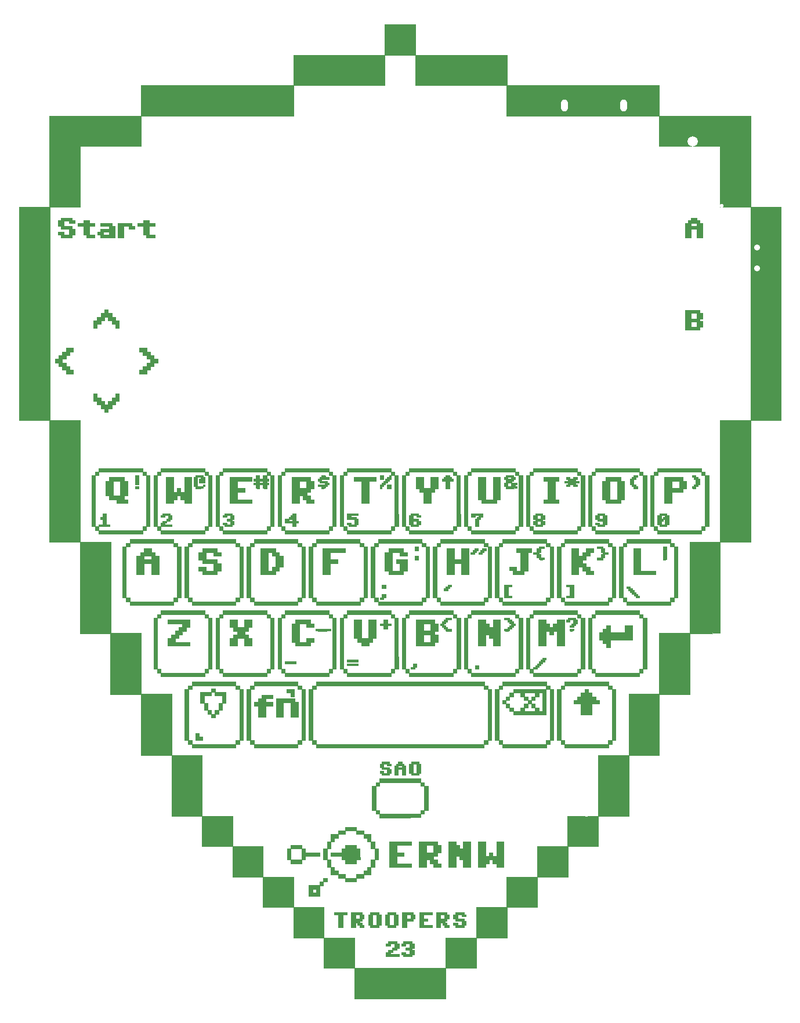
<source format=gbr>
G04 #@! TF.GenerationSoftware,KiCad,Pcbnew,7.99.0-1.20230515git1adcb86.fc37*
G04 #@! TF.CreationDate,2023-05-21T15:40:40+01:00*
G04 #@! TF.ProjectId,tr23-badge-r2,74723233-2d62-4616-9467-652d72322e6b,r2*
G04 #@! TF.SameCoordinates,Original*
G04 #@! TF.FileFunction,Legend,Top*
G04 #@! TF.FilePolarity,Positive*
%FSLAX46Y46*%
G04 Gerber Fmt 4.6, Leading zero omitted, Abs format (unit mm)*
G04 Created by KiCad (PCBNEW 7.99.0-1.20230515git1adcb86.fc37) date 2023-05-21 15:40:40*
%MOMM*%
%LPD*%
G01*
G04 APERTURE LIST*
G04 Aperture macros list*
%AMRotRect*
0 Rectangle, with rotation*
0 The origin of the aperture is its center*
0 $1 length*
0 $2 width*
0 $3 Rotation angle, in degrees counterclockwise*
0 Add horizontal line*
21,1,$1,$2,0,0,$3*%
G04 Aperture macros list end*
%ADD10C,0.010000*%
%ADD11C,1.300000*%
%ADD12C,2.000000*%
%ADD13C,1.100000*%
%ADD14R,1.550000X1.300000*%
%ADD15C,0.800000*%
%ADD16RotRect,2.000000X1.000000X135.000000*%
%ADD17RotRect,2.000000X1.800000X135.000000*%
%ADD18C,0.500000*%
%ADD19O,1.000000X2.100000*%
%ADD20O,1.000000X1.800000*%
%ADD21C,0.900000*%
%ADD22C,1.000000*%
%ADD23C,1.500000*%
%ADD24C,0.550000*%
%ADD25C,3.700000*%
G04 APERTURE END LIST*
D10*
G04 #@! TO.C,GRAPHIC1*
X150735633Y-38294000D02*
X164081216Y-38294000D01*
X164081216Y-42739000D01*
X186316800Y-42739000D01*
X186316800Y-47184000D01*
X199662383Y-47184000D01*
X199662383Y-60519000D01*
X204107383Y-60519000D01*
X204107383Y-91655166D01*
X199662383Y-91655166D01*
X199662383Y-109445750D01*
X195217400Y-109445750D01*
X195214745Y-116115895D01*
X195212091Y-122786041D01*
X192986945Y-122788712D01*
X190761800Y-122791382D01*
X190761800Y-131681333D01*
X186316800Y-131681333D01*
X186316800Y-140581916D01*
X181871800Y-140581916D01*
X181871800Y-149471916D01*
X177416216Y-149471916D01*
X177416216Y-153927500D01*
X172971216Y-153927500D01*
X172971216Y-158372500D01*
X168526216Y-158372500D01*
X168526216Y-162817500D01*
X164081216Y-162817500D01*
X164081216Y-167262500D01*
X159625633Y-167262500D01*
X159625633Y-171718083D01*
X155180633Y-171718083D01*
X155180633Y-176163083D01*
X148509605Y-176163083D01*
X148134663Y-176163072D01*
X147764969Y-176163039D01*
X147401087Y-176162985D01*
X147043584Y-176162910D01*
X146693023Y-176162815D01*
X146349971Y-176162701D01*
X146014992Y-176162568D01*
X145688651Y-176162417D01*
X145371514Y-176162249D01*
X145064146Y-176162063D01*
X144767112Y-176161861D01*
X144480977Y-176161643D01*
X144206306Y-176161409D01*
X143943665Y-176161161D01*
X143693618Y-176160900D01*
X143456732Y-176160624D01*
X143233570Y-176160336D01*
X143024698Y-176160036D01*
X142830681Y-176159724D01*
X142652085Y-176159401D01*
X142489474Y-176159067D01*
X142343414Y-176158724D01*
X142214470Y-176158371D01*
X142103206Y-176158010D01*
X142010189Y-176157640D01*
X141935983Y-176157263D01*
X141881154Y-176156880D01*
X141846266Y-176156490D01*
X141831886Y-176156094D01*
X141831522Y-176156027D01*
X141830837Y-176144915D01*
X141830170Y-176113620D01*
X141829525Y-176063125D01*
X141828904Y-175994413D01*
X141828310Y-175908469D01*
X141827747Y-175806276D01*
X141827218Y-175688817D01*
X141826726Y-175557075D01*
X141826273Y-175412035D01*
X141825864Y-175254679D01*
X141825501Y-175085992D01*
X141825187Y-174906956D01*
X141824926Y-174718555D01*
X141824720Y-174521772D01*
X141824573Y-174317592D01*
X141824488Y-174106997D01*
X141824466Y-173933527D01*
X141824466Y-171718083D01*
X137379466Y-171718083D01*
X137379466Y-167262500D01*
X132934466Y-167262500D01*
X132934466Y-162817500D01*
X128489466Y-162817500D01*
X128489466Y-158372500D01*
X124033883Y-158372500D01*
X124033883Y-153927500D01*
X119588883Y-153927500D01*
X119588883Y-149471916D01*
X115143883Y-149471916D01*
X115143883Y-140581916D01*
X110698883Y-140581916D01*
X110698883Y-131681333D01*
X106243300Y-131681333D01*
X106243300Y-122791333D01*
X101798300Y-122791333D01*
X101798300Y-109445750D01*
X97353300Y-109445750D01*
X97353300Y-91655166D01*
X92908300Y-91655166D01*
X92908300Y-60529583D01*
X97363883Y-60529583D01*
X97363883Y-91644583D01*
X101808883Y-91644583D01*
X101808883Y-109435166D01*
X106253883Y-109435166D01*
X106253883Y-122780700D01*
X108479029Y-122783371D01*
X110704175Y-122786041D01*
X110706833Y-127228371D01*
X110709491Y-131670700D01*
X112929333Y-131673371D01*
X115149175Y-131676041D01*
X115154491Y-140571333D01*
X119599466Y-140571333D01*
X119599466Y-149461333D01*
X124044466Y-149461333D01*
X124044466Y-153916916D01*
X128500050Y-153916916D01*
X128500050Y-158361916D01*
X132945050Y-158361916D01*
X132945050Y-162806916D01*
X137390050Y-162806916D01*
X137390050Y-167251867D01*
X139609904Y-167254537D01*
X141829758Y-167257208D01*
X141832428Y-169482354D01*
X141835099Y-171707500D01*
X155170000Y-171707500D01*
X155172671Y-169482354D01*
X155175341Y-167257208D01*
X157395171Y-167254537D01*
X159615000Y-167251867D01*
X159617671Y-165032037D01*
X159620341Y-162812208D01*
X161845487Y-162809537D01*
X164070633Y-162806867D01*
X164070633Y-158361916D01*
X168515633Y-158361916D01*
X168515633Y-153916916D01*
X172960583Y-153916916D01*
X172963254Y-151691770D01*
X172965925Y-149466625D01*
X175191070Y-149463954D01*
X177416216Y-149461283D01*
X177416216Y-140571333D01*
X181861216Y-140571333D01*
X181861216Y-131670750D01*
X186306216Y-131670750D01*
X186306216Y-122780750D01*
X190751216Y-122780750D01*
X190751216Y-109435166D01*
X195206800Y-109435166D01*
X195206800Y-91644583D01*
X199651800Y-91644583D01*
X199651800Y-60529583D01*
X195206800Y-60529583D01*
X195206800Y-51650191D01*
X186311508Y-51644875D01*
X186308837Y-49419729D01*
X186306167Y-47194583D01*
X164070633Y-47194583D01*
X164070633Y-42749583D01*
X150725050Y-42749583D01*
X150725050Y-38304583D01*
X146290633Y-38304583D01*
X146290633Y-42749583D01*
X132945050Y-42749583D01*
X132945050Y-47194583D01*
X110709516Y-47194583D01*
X110706845Y-49419729D01*
X110704175Y-51644875D01*
X101808883Y-51650191D01*
X101808883Y-60529583D01*
X97363883Y-60529583D01*
X92908300Y-60529583D01*
X92908300Y-60519000D01*
X97353300Y-60519000D01*
X97353300Y-47184000D01*
X110698883Y-47184000D01*
X110698883Y-42739000D01*
X132934466Y-42739000D01*
X132934466Y-38294000D01*
X146280050Y-38294000D01*
X146280050Y-33849000D01*
X150735633Y-33849000D01*
X150735633Y-38294000D01*
G36*
X150735633Y-38294000D02*
G01*
X164081216Y-38294000D01*
X164081216Y-42739000D01*
X186316800Y-42739000D01*
X186316800Y-47184000D01*
X199662383Y-47184000D01*
X199662383Y-60519000D01*
X204107383Y-60519000D01*
X204107383Y-91655166D01*
X199662383Y-91655166D01*
X199662383Y-109445750D01*
X195217400Y-109445750D01*
X195214745Y-116115895D01*
X195212091Y-122786041D01*
X192986945Y-122788712D01*
X190761800Y-122791382D01*
X190761800Y-131681333D01*
X186316800Y-131681333D01*
X186316800Y-140581916D01*
X181871800Y-140581916D01*
X181871800Y-149471916D01*
X177416216Y-149471916D01*
X177416216Y-153927500D01*
X172971216Y-153927500D01*
X172971216Y-158372500D01*
X168526216Y-158372500D01*
X168526216Y-162817500D01*
X164081216Y-162817500D01*
X164081216Y-167262500D01*
X159625633Y-167262500D01*
X159625633Y-171718083D01*
X155180633Y-171718083D01*
X155180633Y-176163083D01*
X148509605Y-176163083D01*
X148134663Y-176163072D01*
X147764969Y-176163039D01*
X147401087Y-176162985D01*
X147043584Y-176162910D01*
X146693023Y-176162815D01*
X146349971Y-176162701D01*
X146014992Y-176162568D01*
X145688651Y-176162417D01*
X145371514Y-176162249D01*
X145064146Y-176162063D01*
X144767112Y-176161861D01*
X144480977Y-176161643D01*
X144206306Y-176161409D01*
X143943665Y-176161161D01*
X143693618Y-176160900D01*
X143456732Y-176160624D01*
X143233570Y-176160336D01*
X143024698Y-176160036D01*
X142830681Y-176159724D01*
X142652085Y-176159401D01*
X142489474Y-176159067D01*
X142343414Y-176158724D01*
X142214470Y-176158371D01*
X142103206Y-176158010D01*
X142010189Y-176157640D01*
X141935983Y-176157263D01*
X141881154Y-176156880D01*
X141846266Y-176156490D01*
X141831886Y-176156094D01*
X141831522Y-176156027D01*
X141830837Y-176144915D01*
X141830170Y-176113620D01*
X141829525Y-176063125D01*
X141828904Y-175994413D01*
X141828310Y-175908469D01*
X141827747Y-175806276D01*
X141827218Y-175688817D01*
X141826726Y-175557075D01*
X141826273Y-175412035D01*
X141825864Y-175254679D01*
X141825501Y-175085992D01*
X141825187Y-174906956D01*
X141824926Y-174718555D01*
X141824720Y-174521772D01*
X141824573Y-174317592D01*
X141824488Y-174106997D01*
X141824466Y-173933527D01*
X141824466Y-171718083D01*
X137379466Y-171718083D01*
X137379466Y-167262500D01*
X132934466Y-167262500D01*
X132934466Y-162817500D01*
X128489466Y-162817500D01*
X128489466Y-158372500D01*
X124033883Y-158372500D01*
X124033883Y-153927500D01*
X119588883Y-153927500D01*
X119588883Y-149471916D01*
X115143883Y-149471916D01*
X115143883Y-140581916D01*
X110698883Y-140581916D01*
X110698883Y-131681333D01*
X106243300Y-131681333D01*
X106243300Y-122791333D01*
X101798300Y-122791333D01*
X101798300Y-109445750D01*
X97353300Y-109445750D01*
X97353300Y-91655166D01*
X92908300Y-91655166D01*
X92908300Y-60529583D01*
X97363883Y-60529583D01*
X97363883Y-91644583D01*
X101808883Y-91644583D01*
X101808883Y-109435166D01*
X106253883Y-109435166D01*
X106253883Y-122780700D01*
X108479029Y-122783371D01*
X110704175Y-122786041D01*
X110706833Y-127228371D01*
X110709491Y-131670700D01*
X112929333Y-131673371D01*
X115149175Y-131676041D01*
X115154491Y-140571333D01*
X119599466Y-140571333D01*
X119599466Y-149461333D01*
X124044466Y-149461333D01*
X124044466Y-153916916D01*
X128500050Y-153916916D01*
X128500050Y-158361916D01*
X132945050Y-158361916D01*
X132945050Y-162806916D01*
X137390050Y-162806916D01*
X137390050Y-167251867D01*
X139609904Y-167254537D01*
X141829758Y-167257208D01*
X141832428Y-169482354D01*
X141835099Y-171707500D01*
X155170000Y-171707500D01*
X155172671Y-169482354D01*
X155175341Y-167257208D01*
X157395171Y-167254537D01*
X159615000Y-167251867D01*
X159617671Y-165032037D01*
X159620341Y-162812208D01*
X161845487Y-162809537D01*
X164070633Y-162806867D01*
X164070633Y-158361916D01*
X168515633Y-158361916D01*
X168515633Y-153916916D01*
X172960583Y-153916916D01*
X172963254Y-151691770D01*
X172965925Y-149466625D01*
X175191070Y-149463954D01*
X177416216Y-149461283D01*
X177416216Y-140571333D01*
X181861216Y-140571333D01*
X181861216Y-131670750D01*
X186306216Y-131670750D01*
X186306216Y-122780750D01*
X190751216Y-122780750D01*
X190751216Y-109435166D01*
X195206800Y-109435166D01*
X195206800Y-91644583D01*
X199651800Y-91644583D01*
X199651800Y-60529583D01*
X195206800Y-60529583D01*
X195206800Y-51650191D01*
X186311508Y-51644875D01*
X186308837Y-49419729D01*
X186306167Y-47194583D01*
X164070633Y-47194583D01*
X164070633Y-42749583D01*
X150725050Y-42749583D01*
X150725050Y-38304583D01*
X146290633Y-38304583D01*
X146290633Y-42749583D01*
X132945050Y-42749583D01*
X132945050Y-47194583D01*
X110709516Y-47194583D01*
X110706845Y-49419729D01*
X110704175Y-51644875D01*
X101808883Y-51650191D01*
X101808883Y-60529583D01*
X97363883Y-60529583D01*
X92908300Y-60529583D01*
X92908300Y-60519000D01*
X97353300Y-60519000D01*
X97353300Y-47184000D01*
X110698883Y-47184000D01*
X110698883Y-42739000D01*
X132934466Y-42739000D01*
X132934466Y-38294000D01*
X146280050Y-38294000D01*
X146280050Y-33849000D01*
X150735633Y-33849000D01*
X150735633Y-38294000D01*
G37*
X148026300Y-168140916D02*
X148333216Y-168140916D01*
X148333216Y-168765333D01*
X148026300Y-168765333D01*
X148026300Y-169072250D01*
X147401883Y-169072250D01*
X147401883Y-169389750D01*
X147094966Y-169389750D01*
X147094966Y-169686083D01*
X148333216Y-169686083D01*
X148333216Y-170003583D01*
X146459966Y-170003583D01*
X146459966Y-169379166D01*
X146777466Y-169379166D01*
X146777466Y-169061666D01*
X147391300Y-169061666D01*
X147391300Y-168754750D01*
X147698216Y-168754750D01*
X147698216Y-168140916D01*
X147094966Y-168140916D01*
X147094966Y-168458416D01*
X146459966Y-168458416D01*
X146459966Y-168140916D01*
X146777466Y-168140916D01*
X146777466Y-167823416D01*
X148026300Y-167823416D01*
X148026300Y-168140916D01*
G36*
X148026300Y-168140916D02*
G01*
X148333216Y-168140916D01*
X148333216Y-168765333D01*
X148026300Y-168765333D01*
X148026300Y-169072250D01*
X147401883Y-169072250D01*
X147401883Y-169389750D01*
X147094966Y-169389750D01*
X147094966Y-169686083D01*
X148333216Y-169686083D01*
X148333216Y-170003583D01*
X146459966Y-170003583D01*
X146459966Y-169379166D01*
X146777466Y-169379166D01*
X146777466Y-169061666D01*
X147391300Y-169061666D01*
X147391300Y-168754750D01*
X147698216Y-168754750D01*
X147698216Y-168140916D01*
X147094966Y-168140916D01*
X147094966Y-168458416D01*
X146459966Y-168458416D01*
X146459966Y-168140916D01*
X146777466Y-168140916D01*
X146777466Y-167823416D01*
X148026300Y-167823416D01*
X148026300Y-168140916D01*
G37*
X150238216Y-168140916D02*
X150545133Y-168140916D01*
X150545133Y-168765333D01*
X150238216Y-168765333D01*
X150238216Y-169061666D01*
X150545133Y-169061666D01*
X150545133Y-169696666D01*
X150238216Y-169696666D01*
X150238216Y-170003583D01*
X148989383Y-170003583D01*
X148989383Y-169696666D01*
X148682466Y-169696666D01*
X148682466Y-169379166D01*
X149306883Y-169379166D01*
X149306883Y-169686083D01*
X149920716Y-169686083D01*
X149920716Y-169072250D01*
X149296300Y-169072250D01*
X149296300Y-168754750D01*
X149920716Y-168754750D01*
X149920716Y-168140916D01*
X149306883Y-168140916D01*
X149306883Y-168458416D01*
X148682466Y-168458416D01*
X148682466Y-168140916D01*
X148989383Y-168140916D01*
X148989383Y-167823416D01*
X150238216Y-167823416D01*
X150238216Y-168140916D01*
G36*
X150238216Y-168140916D02*
G01*
X150545133Y-168140916D01*
X150545133Y-168765333D01*
X150238216Y-168765333D01*
X150238216Y-169061666D01*
X150545133Y-169061666D01*
X150545133Y-169696666D01*
X150238216Y-169696666D01*
X150238216Y-170003583D01*
X148989383Y-170003583D01*
X148989383Y-169696666D01*
X148682466Y-169696666D01*
X148682466Y-169379166D01*
X149306883Y-169379166D01*
X149306883Y-169686083D01*
X149920716Y-169686083D01*
X149920716Y-169072250D01*
X149296300Y-169072250D01*
X149296300Y-168754750D01*
X149920716Y-168754750D01*
X149920716Y-168140916D01*
X149306883Y-168140916D01*
X149306883Y-168458416D01*
X148682466Y-168458416D01*
X148682466Y-168140916D01*
X148989383Y-168140916D01*
X148989383Y-167823416D01*
X150238216Y-167823416D01*
X150238216Y-168140916D01*
G37*
X140755550Y-163865250D02*
X140141716Y-163865250D01*
X140141716Y-165727916D01*
X139506716Y-165727916D01*
X139506716Y-163865250D01*
X138892883Y-163865250D01*
X138892883Y-163547750D01*
X140755550Y-163547750D01*
X140755550Y-163865250D01*
G36*
X140755550Y-163865250D02*
G01*
X140141716Y-163865250D01*
X140141716Y-165727916D01*
X139506716Y-165727916D01*
X139506716Y-163865250D01*
X138892883Y-163865250D01*
X138892883Y-163547750D01*
X140755550Y-163547750D01*
X140755550Y-163865250D01*
G37*
X142925133Y-163854666D02*
X143242633Y-163854666D01*
X143242633Y-164489666D01*
X142925133Y-164489666D01*
X142925133Y-164796583D01*
X142618216Y-164796583D01*
X142618216Y-165103500D01*
X142925133Y-165103500D01*
X142925133Y-165410416D01*
X143242633Y-165410416D01*
X143242633Y-165727916D01*
X142607633Y-165727916D01*
X142607633Y-165421000D01*
X142300716Y-165421000D01*
X142300716Y-165103500D01*
X142004703Y-165103500D01*
X142001897Y-165413062D01*
X141999091Y-165722625D01*
X141369383Y-165728231D01*
X141369383Y-163865250D01*
X142004383Y-163865250D01*
X142004383Y-164479083D01*
X142607633Y-164479083D01*
X142607633Y-163865250D01*
X142004383Y-163865250D01*
X141369383Y-163865250D01*
X141369383Y-163547750D01*
X142925133Y-163547750D01*
X142925133Y-163854666D01*
G36*
X142925133Y-163854666D02*
G01*
X143242633Y-163854666D01*
X143242633Y-164489666D01*
X142925133Y-164489666D01*
X142925133Y-164796583D01*
X142618216Y-164796583D01*
X142618216Y-165103500D01*
X142925133Y-165103500D01*
X142925133Y-165410416D01*
X143242633Y-165410416D01*
X143242633Y-165727916D01*
X142607633Y-165727916D01*
X142607633Y-165421000D01*
X142300716Y-165421000D01*
X142300716Y-165103500D01*
X142004703Y-165103500D01*
X142001897Y-165413062D01*
X141999091Y-165722625D01*
X141369383Y-165728231D01*
X141369383Y-163865250D01*
X142004383Y-163865250D01*
X142004383Y-164479083D01*
X142607633Y-164479083D01*
X142607633Y-163865250D01*
X142004383Y-163865250D01*
X141369383Y-163865250D01*
X141369383Y-163547750D01*
X142925133Y-163547750D01*
X142925133Y-163854666D01*
G37*
X145412216Y-163854666D02*
X145719133Y-163854666D01*
X145719133Y-165421000D01*
X145412216Y-165421000D01*
X145412216Y-165727916D01*
X144163383Y-165727916D01*
X144163383Y-165421565D01*
X144007279Y-165418637D01*
X143851175Y-165415708D01*
X143851175Y-163865250D01*
X144480883Y-163865250D01*
X144480883Y-165410416D01*
X145094716Y-165410416D01*
X145094716Y-163865250D01*
X144480883Y-163865250D01*
X143851175Y-163865250D01*
X143851175Y-163859958D01*
X144163383Y-163854100D01*
X144163383Y-163547750D01*
X145412216Y-163547750D01*
X145412216Y-163854666D01*
G36*
X145412216Y-163854666D02*
G01*
X145719133Y-163854666D01*
X145719133Y-165421000D01*
X145412216Y-165421000D01*
X145412216Y-165727916D01*
X144163383Y-165727916D01*
X144163383Y-165421565D01*
X144007279Y-165418637D01*
X143851175Y-165415708D01*
X143851175Y-163865250D01*
X144480883Y-163865250D01*
X144480883Y-165410416D01*
X145094716Y-165410416D01*
X145094716Y-163865250D01*
X144480883Y-163865250D01*
X143851175Y-163865250D01*
X143851175Y-163859958D01*
X144163383Y-163854100D01*
X144163383Y-163547750D01*
X145412216Y-163547750D01*
X145412216Y-163854666D01*
G37*
X147888716Y-163854666D02*
X148195633Y-163854666D01*
X148195633Y-165421000D01*
X147888716Y-165421000D01*
X147888716Y-165727916D01*
X146639883Y-165727916D01*
X146639883Y-165421000D01*
X146332966Y-165421000D01*
X146332966Y-163865250D01*
X146957383Y-163865250D01*
X146957383Y-165410416D01*
X147571216Y-165410416D01*
X147571216Y-163865250D01*
X146957383Y-163865250D01*
X146332966Y-163865250D01*
X146332966Y-163854666D01*
X146639883Y-163854666D01*
X146639883Y-163547750D01*
X147888716Y-163547750D01*
X147888716Y-163854666D01*
G36*
X147888716Y-163854666D02*
G01*
X148195633Y-163854666D01*
X148195633Y-165421000D01*
X147888716Y-165421000D01*
X147888716Y-165727916D01*
X146639883Y-165727916D01*
X146639883Y-165421000D01*
X146332966Y-165421000D01*
X146332966Y-163865250D01*
X146957383Y-163865250D01*
X146957383Y-165410416D01*
X147571216Y-165410416D01*
X147571216Y-163865250D01*
X146957383Y-163865250D01*
X146332966Y-163865250D01*
X146332966Y-163854666D01*
X146639883Y-163854666D01*
X146639883Y-163547750D01*
X147888716Y-163547750D01*
X147888716Y-163854666D01*
G37*
X150370508Y-163553041D02*
X150373444Y-163703854D01*
X150376381Y-163854666D01*
X150682716Y-163854666D01*
X150682716Y-164489666D01*
X150376381Y-164489666D01*
X150373444Y-164640479D01*
X150370508Y-164791291D01*
X149444466Y-164796805D01*
X149444466Y-165727916D01*
X148809466Y-165727916D01*
X148809466Y-163865250D01*
X149444466Y-163865250D01*
X149444466Y-164479083D01*
X150047716Y-164479083D01*
X150047716Y-163865250D01*
X149444466Y-163865250D01*
X148809466Y-163865250D01*
X148809466Y-163547613D01*
X150370508Y-163553041D01*
G36*
X150370508Y-163553041D02*
G01*
X150373444Y-163703854D01*
X150376381Y-163854666D01*
X150682716Y-163854666D01*
X150682716Y-164489666D01*
X150376381Y-164489666D01*
X150373444Y-164640479D01*
X150370508Y-164791291D01*
X149444466Y-164796805D01*
X149444466Y-165727916D01*
X148809466Y-165727916D01*
X148809466Y-163865250D01*
X149444466Y-163865250D01*
X149444466Y-164479083D01*
X150047716Y-164479083D01*
X150047716Y-163865250D01*
X149444466Y-163865250D01*
X148809466Y-163865250D01*
X148809466Y-163547613D01*
X150370508Y-163553041D01*
G37*
X153159216Y-163865250D02*
X151920966Y-163865250D01*
X151920966Y-164479083D01*
X152545383Y-164479083D01*
X152545383Y-164796583D01*
X151920966Y-164796583D01*
X151920966Y-165410416D01*
X153159216Y-165410416D01*
X153159216Y-165727916D01*
X151296550Y-165727916D01*
X151296550Y-163547750D01*
X153159216Y-163547750D01*
X153159216Y-163865250D01*
G36*
X153159216Y-163865250D02*
G01*
X151920966Y-163865250D01*
X151920966Y-164479083D01*
X152545383Y-164479083D01*
X152545383Y-164796583D01*
X151920966Y-164796583D01*
X151920966Y-165410416D01*
X153159216Y-165410416D01*
X153159216Y-165727916D01*
X151296550Y-165727916D01*
X151296550Y-163547750D01*
X153159216Y-163547750D01*
X153159216Y-163865250D01*
G37*
X155328800Y-163854100D02*
X155641008Y-163859958D01*
X155641008Y-164484375D01*
X155484904Y-164487303D01*
X155328800Y-164490232D01*
X155328800Y-164796583D01*
X155021883Y-164796583D01*
X155021883Y-165103500D01*
X155328800Y-165103500D01*
X155328800Y-165410416D01*
X155646300Y-165410416D01*
X155646300Y-165727916D01*
X155011300Y-165727916D01*
X155011300Y-165421000D01*
X154704383Y-165421000D01*
X154704383Y-165103500D01*
X154397466Y-165103500D01*
X154397466Y-165727916D01*
X153773050Y-165727916D01*
X153773050Y-163865250D01*
X154397466Y-163865250D01*
X154397466Y-164479083D01*
X155011300Y-164479083D01*
X155011300Y-163865250D01*
X154397466Y-163865250D01*
X153773050Y-163865250D01*
X153773050Y-163547750D01*
X155328800Y-163547750D01*
X155328800Y-163854100D01*
G36*
X155328800Y-163854100D02*
G01*
X155641008Y-163859958D01*
X155641008Y-164484375D01*
X155484904Y-164487303D01*
X155328800Y-164490232D01*
X155328800Y-164796583D01*
X155021883Y-164796583D01*
X155021883Y-165103500D01*
X155328800Y-165103500D01*
X155328800Y-165410416D01*
X155646300Y-165410416D01*
X155646300Y-165727916D01*
X155011300Y-165727916D01*
X155011300Y-165421000D01*
X154704383Y-165421000D01*
X154704383Y-165103500D01*
X154397466Y-165103500D01*
X154397466Y-165727916D01*
X153773050Y-165727916D01*
X153773050Y-163865250D01*
X154397466Y-163865250D01*
X154397466Y-164479083D01*
X155011300Y-164479083D01*
X155011300Y-163865250D01*
X154397466Y-163865250D01*
X153773050Y-163865250D01*
X153773050Y-163547750D01*
X155328800Y-163547750D01*
X155328800Y-163854100D01*
G37*
X157815883Y-163854666D02*
X158123351Y-163854666D01*
X158120429Y-164016062D01*
X158117508Y-164177458D01*
X157493091Y-164177458D01*
X157490162Y-164021354D01*
X157487234Y-163865250D01*
X156884550Y-163865250D01*
X156884550Y-164479083D01*
X157815883Y-164479083D01*
X157815883Y-164786000D01*
X158122800Y-164786000D01*
X158122800Y-165421000D01*
X157815883Y-165421000D01*
X157815883Y-165727916D01*
X156567050Y-165727916D01*
X156567050Y-165421000D01*
X156249550Y-165421000D01*
X156249550Y-165103500D01*
X156884550Y-165103500D01*
X156884550Y-165410416D01*
X157487800Y-165410416D01*
X157487800Y-164796583D01*
X156567050Y-164796583D01*
X156567050Y-164489666D01*
X156249550Y-164489666D01*
X156249550Y-163854666D01*
X156567050Y-163854666D01*
X156567050Y-163547750D01*
X157815883Y-163547750D01*
X157815883Y-163854666D01*
G36*
X157815883Y-163854666D02*
G01*
X158123351Y-163854666D01*
X158120429Y-164016062D01*
X158117508Y-164177458D01*
X157493091Y-164177458D01*
X157490162Y-164021354D01*
X157487234Y-163865250D01*
X156884550Y-163865250D01*
X156884550Y-164479083D01*
X157815883Y-164479083D01*
X157815883Y-164786000D01*
X158122800Y-164786000D01*
X158122800Y-165421000D01*
X157815883Y-165421000D01*
X157815883Y-165727916D01*
X156567050Y-165727916D01*
X156567050Y-165421000D01*
X156249550Y-165421000D01*
X156249550Y-165103500D01*
X156884550Y-165103500D01*
X156884550Y-165410416D01*
X157487800Y-165410416D01*
X157487800Y-164796583D01*
X156567050Y-164796583D01*
X156567050Y-164489666D01*
X156249550Y-164489666D01*
X156249550Y-163854666D01*
X156567050Y-163854666D01*
X156567050Y-163547750D01*
X157815883Y-163547750D01*
X157815883Y-163854666D01*
G37*
X137855716Y-159081583D02*
X137315966Y-159081583D01*
X137315966Y-159621333D01*
X136786800Y-159621333D01*
X136786800Y-161219416D01*
X135178133Y-161219416D01*
X135178133Y-160150500D01*
X135717883Y-160150500D01*
X135717883Y-160669083D01*
X136236466Y-160669083D01*
X136236466Y-160150500D01*
X135717883Y-160150500D01*
X135178133Y-160150500D01*
X135178133Y-159610750D01*
X136776216Y-159610750D01*
X136776216Y-159071000D01*
X137305383Y-159071000D01*
X137305383Y-158541833D01*
X137855716Y-158541833D01*
X137855716Y-159081583D01*
G36*
X137855716Y-159081583D02*
G01*
X137315966Y-159081583D01*
X137315966Y-159621333D01*
X136786800Y-159621333D01*
X136786800Y-161219416D01*
X135178133Y-161219416D01*
X135178133Y-160150500D01*
X135717883Y-160150500D01*
X135717883Y-160669083D01*
X136236466Y-160669083D01*
X136236466Y-160150500D01*
X135717883Y-160150500D01*
X135178133Y-160150500D01*
X135178133Y-159610750D01*
X136776216Y-159610750D01*
X136776216Y-159071000D01*
X137305383Y-159071000D01*
X137305383Y-158541833D01*
X137855716Y-158541833D01*
X137855716Y-159081583D01*
G37*
X142120800Y-151599166D02*
X143189716Y-151599166D01*
X143189716Y-152138916D01*
X144258633Y-152138916D01*
X144258633Y-153197250D01*
X144787800Y-153197250D01*
X144787800Y-154266166D01*
X145327550Y-154266166D01*
X145327550Y-155874833D01*
X144787800Y-155874833D01*
X144787800Y-156943750D01*
X144258633Y-156943750D01*
X144258633Y-158012666D01*
X143189716Y-158012666D01*
X143189716Y-158552416D01*
X142120800Y-158552416D01*
X142120800Y-159081583D01*
X140512133Y-159081583D01*
X140512133Y-158552416D01*
X139443216Y-158552416D01*
X139443216Y-158012666D01*
X138374300Y-158012666D01*
X138374300Y-156943750D01*
X137845133Y-156943750D01*
X137845133Y-155874833D01*
X137305383Y-155874833D01*
X137305383Y-154276750D01*
X137855716Y-154276750D01*
X137855716Y-155874833D01*
X138384883Y-155874833D01*
X138384883Y-156932803D01*
X138652112Y-156935630D01*
X138919341Y-156938458D01*
X138922169Y-157205687D01*
X138924996Y-157472916D01*
X139453800Y-157472916D01*
X139453800Y-158002083D01*
X140522716Y-158002083D01*
X140522716Y-158541833D01*
X142110216Y-158541833D01*
X142110216Y-158002083D01*
X143179133Y-158002083D01*
X143179133Y-157472916D01*
X143718883Y-157472916D01*
X143718883Y-156933166D01*
X144248050Y-156933166D01*
X144248050Y-155874833D01*
X144777216Y-155874833D01*
X144777216Y-154276750D01*
X144248050Y-154276750D01*
X144248050Y-153207833D01*
X143718883Y-153207833D01*
X143718883Y-152678666D01*
X143179133Y-152678666D01*
X143179133Y-152138916D01*
X142110216Y-152138916D01*
X142110216Y-151609750D01*
X140522716Y-151609750D01*
X140522716Y-152138916D01*
X139453800Y-152138916D01*
X139453800Y-152678666D01*
X138924633Y-152678666D01*
X138924633Y-153207833D01*
X138384883Y-153207833D01*
X138384883Y-154276750D01*
X137855716Y-154276750D01*
X137305383Y-154276750D01*
X137305383Y-154266166D01*
X137845133Y-154266166D01*
X137845133Y-153197250D01*
X138374300Y-153197250D01*
X138374300Y-152138916D01*
X139443216Y-152138916D01*
X139443216Y-151599166D01*
X140512133Y-151599166D01*
X140512133Y-151070000D01*
X142120800Y-151070000D01*
X142120800Y-151599166D01*
G36*
X142120800Y-151599166D02*
G01*
X143189716Y-151599166D01*
X143189716Y-152138916D01*
X144258633Y-152138916D01*
X144258633Y-153197250D01*
X144787800Y-153197250D01*
X144787800Y-154266166D01*
X145327550Y-154266166D01*
X145327550Y-155874833D01*
X144787800Y-155874833D01*
X144787800Y-156943750D01*
X144258633Y-156943750D01*
X144258633Y-158012666D01*
X143189716Y-158012666D01*
X143189716Y-158552416D01*
X142120800Y-158552416D01*
X142120800Y-159081583D01*
X140512133Y-159081583D01*
X140512133Y-158552416D01*
X139443216Y-158552416D01*
X139443216Y-158012666D01*
X138374300Y-158012666D01*
X138374300Y-156943750D01*
X137845133Y-156943750D01*
X137845133Y-155874833D01*
X137305383Y-155874833D01*
X137305383Y-154276750D01*
X137855716Y-154276750D01*
X137855716Y-155874833D01*
X138384883Y-155874833D01*
X138384883Y-156932803D01*
X138652112Y-156935630D01*
X138919341Y-156938458D01*
X138922169Y-157205687D01*
X138924996Y-157472916D01*
X139453800Y-157472916D01*
X139453800Y-158002083D01*
X140522716Y-158002083D01*
X140522716Y-158541833D01*
X142110216Y-158541833D01*
X142110216Y-158002083D01*
X143179133Y-158002083D01*
X143179133Y-157472916D01*
X143718883Y-157472916D01*
X143718883Y-156933166D01*
X144248050Y-156933166D01*
X144248050Y-155874833D01*
X144777216Y-155874833D01*
X144777216Y-154276750D01*
X144248050Y-154276750D01*
X144248050Y-153207833D01*
X143718883Y-153207833D01*
X143718883Y-152678666D01*
X143179133Y-152678666D01*
X143179133Y-152138916D01*
X142110216Y-152138916D01*
X142110216Y-151609750D01*
X140522716Y-151609750D01*
X140522716Y-152138916D01*
X139453800Y-152138916D01*
X139453800Y-152678666D01*
X138924633Y-152678666D01*
X138924633Y-153207833D01*
X138384883Y-153207833D01*
X138384883Y-154276750D01*
X137855716Y-154276750D01*
X137305383Y-154276750D01*
X137305383Y-154266166D01*
X137845133Y-154266166D01*
X137845133Y-153197250D01*
X138374300Y-153197250D01*
X138374300Y-152138916D01*
X139443216Y-152138916D01*
X139443216Y-151599166D01*
X140512133Y-151599166D01*
X140512133Y-151070000D01*
X142120800Y-151070000D01*
X142120800Y-151599166D01*
G37*
X150164133Y-153726416D02*
X148005133Y-153726416D01*
X148005133Y-154795139D01*
X149079341Y-154800625D01*
X149082166Y-155073145D01*
X149084990Y-155345666D01*
X148005133Y-155345666D01*
X148005133Y-156414583D01*
X150164133Y-156414583D01*
X150164133Y-156964916D01*
X146915050Y-156964916D01*
X146915050Y-153186666D01*
X150164133Y-153186666D01*
X150164133Y-153726416D01*
G36*
X150164133Y-153726416D02*
G01*
X148005133Y-153726416D01*
X148005133Y-154795139D01*
X149079341Y-154800625D01*
X149082166Y-155073145D01*
X149084990Y-155345666D01*
X148005133Y-155345666D01*
X148005133Y-156414583D01*
X150164133Y-156414583D01*
X150164133Y-156964916D01*
X146915050Y-156964916D01*
X146915050Y-153186666D01*
X150164133Y-153186666D01*
X150164133Y-153726416D01*
G37*
X153942383Y-153726416D02*
X154471550Y-153726416D01*
X154471550Y-154805916D01*
X153942383Y-154805916D01*
X153942383Y-155345666D01*
X153402633Y-155345666D01*
X153402633Y-155874469D01*
X153937091Y-155880125D01*
X153939919Y-156147354D01*
X153942746Y-156414583D01*
X154471550Y-156414583D01*
X154471550Y-156964916D01*
X153392050Y-156964916D01*
X153392050Y-156425166D01*
X152852300Y-156425166D01*
X152852300Y-155885416D01*
X152323133Y-155885416D01*
X152323133Y-156964916D01*
X151233050Y-156964916D01*
X151233050Y-153726416D01*
X152323133Y-153726416D01*
X152323133Y-154795333D01*
X153392050Y-154795333D01*
X153392050Y-153726416D01*
X152323133Y-153726416D01*
X151233050Y-153726416D01*
X151233050Y-153186666D01*
X153942383Y-153186666D01*
X153942383Y-153726416D01*
G36*
X153942383Y-153726416D02*
G01*
X154471550Y-153726416D01*
X154471550Y-154805916D01*
X153942383Y-154805916D01*
X153942383Y-155345666D01*
X153402633Y-155345666D01*
X153402633Y-155874469D01*
X153937091Y-155880125D01*
X153939919Y-156147354D01*
X153942746Y-156414583D01*
X154471550Y-156414583D01*
X154471550Y-156964916D01*
X153392050Y-156964916D01*
X153392050Y-156425166D01*
X152852300Y-156425166D01*
X152852300Y-155885416D01*
X152323133Y-155885416D01*
X152323133Y-156964916D01*
X151233050Y-156964916D01*
X151233050Y-153726416D01*
X152323133Y-153726416D01*
X152323133Y-154795333D01*
X153392050Y-154795333D01*
X153392050Y-153726416D01*
X152323133Y-153726416D01*
X151233050Y-153726416D01*
X151233050Y-153186666D01*
X153942383Y-153186666D01*
X153942383Y-153726416D01*
G37*
X156630550Y-153726416D02*
X157170300Y-153726416D01*
X157170300Y-154266166D01*
X157699466Y-154266166D01*
X157699466Y-153186666D01*
X158789550Y-153186666D01*
X158789550Y-156964916D01*
X157699466Y-156964916D01*
X157699466Y-155885416D01*
X157159716Y-155885416D01*
X157159716Y-155345666D01*
X156630550Y-155345666D01*
X156630550Y-156964916D01*
X155551050Y-156964916D01*
X155551050Y-153186666D01*
X156630550Y-153186666D01*
X156630550Y-153726416D01*
G36*
X156630550Y-153726416D02*
G01*
X157170300Y-153726416D01*
X157170300Y-154266166D01*
X157699466Y-154266166D01*
X157699466Y-153186666D01*
X158789550Y-153186666D01*
X158789550Y-156964916D01*
X157699466Y-156964916D01*
X157699466Y-155885416D01*
X157159716Y-155885416D01*
X157159716Y-155345666D01*
X156630550Y-155345666D01*
X156630550Y-156964916D01*
X155551050Y-156964916D01*
X155551050Y-153186666D01*
X156630550Y-153186666D01*
X156630550Y-153726416D01*
G37*
X160948550Y-155335083D02*
X161477353Y-155335083D01*
X161480180Y-155067854D01*
X161483008Y-154800625D01*
X162022758Y-154800625D01*
X162025585Y-155067854D01*
X162028413Y-155335083D01*
X162557216Y-155335083D01*
X162557216Y-153186666D01*
X163647300Y-153186666D01*
X163647300Y-156964916D01*
X162557216Y-156964916D01*
X162557216Y-156425166D01*
X162017466Y-156425166D01*
X162017466Y-155885416D01*
X161488300Y-155885416D01*
X161488300Y-156425166D01*
X160948550Y-156425166D01*
X160948550Y-156964916D01*
X159858466Y-156964916D01*
X159858466Y-153186666D01*
X160948550Y-153186666D01*
X160948550Y-155335083D01*
G36*
X160948550Y-155335083D02*
G01*
X161477353Y-155335083D01*
X161480180Y-155067854D01*
X161483008Y-154800625D01*
X162022758Y-154800625D01*
X162025585Y-155067854D01*
X162028413Y-155335083D01*
X162557216Y-155335083D01*
X162557216Y-153186666D01*
X163647300Y-153186666D01*
X163647300Y-156964916D01*
X162557216Y-156964916D01*
X162557216Y-156425166D01*
X162017466Y-156425166D01*
X162017466Y-155885416D01*
X161488300Y-155885416D01*
X161488300Y-156425166D01*
X160948550Y-156425166D01*
X160948550Y-156964916D01*
X159858466Y-156964916D01*
X159858466Y-153186666D01*
X160948550Y-153186666D01*
X160948550Y-155335083D01*
G37*
X133333987Y-153728995D02*
X134135675Y-153731708D01*
X134138502Y-153998937D01*
X134141330Y-154266166D01*
X134670133Y-154266166D01*
X134670133Y-154795333D01*
X136807966Y-154795333D01*
X136807966Y-155345666D01*
X134670133Y-155345666D01*
X134670133Y-155874833D01*
X134140966Y-155874833D01*
X134140966Y-156404000D01*
X132532300Y-156404000D01*
X132532300Y-155874833D01*
X131992550Y-155874833D01*
X131992550Y-154276750D01*
X132532300Y-154276750D01*
X132532300Y-155864250D01*
X134130383Y-155864250D01*
X134130383Y-154276750D01*
X132532300Y-154276750D01*
X131992550Y-154276750D01*
X131992550Y-154266166D01*
X132532300Y-154266166D01*
X132532300Y-153726283D01*
X133333987Y-153728995D01*
G36*
X133333987Y-153728995D02*
G01*
X134135675Y-153731708D01*
X134138502Y-153998937D01*
X134141330Y-154266166D01*
X134670133Y-154266166D01*
X134670133Y-154795333D01*
X136807966Y-154795333D01*
X136807966Y-155345666D01*
X134670133Y-155345666D01*
X134670133Y-155874833D01*
X134140966Y-155874833D01*
X134140966Y-156404000D01*
X132532300Y-156404000D01*
X132532300Y-155874833D01*
X131992550Y-155874833D01*
X131992550Y-154276750D01*
X132532300Y-154276750D01*
X132532300Y-155864250D01*
X134130383Y-155864250D01*
X134130383Y-154276750D01*
X132532300Y-154276750D01*
X131992550Y-154276750D01*
X131992550Y-154266166D01*
X132532300Y-154266166D01*
X132532300Y-153726283D01*
X133333987Y-153728995D01*
G37*
X148505195Y-144013544D02*
X151513508Y-144016208D01*
X151516335Y-144283437D01*
X151519163Y-144550666D01*
X152047966Y-144550666D01*
X152047966Y-145079833D01*
X152587716Y-145079833D01*
X152587716Y-148646416D01*
X152047966Y-148646416D01*
X152047966Y-149175583D01*
X151519163Y-149175583D01*
X151516335Y-149442812D01*
X151513508Y-149710041D01*
X148505195Y-149712705D01*
X145496883Y-149715370D01*
X145496883Y-149175583D01*
X144957133Y-149175583D01*
X144957133Y-148646416D01*
X144427966Y-148646416D01*
X144427966Y-145090416D01*
X144967716Y-145090416D01*
X144967716Y-148635833D01*
X145507466Y-148635833D01*
X145507466Y-149165000D01*
X151508216Y-149165000D01*
X151508216Y-148635833D01*
X152037383Y-148635833D01*
X152037383Y-145090416D01*
X151508216Y-145090416D01*
X151508216Y-144561250D01*
X145507466Y-144561250D01*
X145507466Y-145090416D01*
X144967716Y-145090416D01*
X144427966Y-145090416D01*
X144427966Y-145079833D01*
X144957133Y-145079833D01*
X144957133Y-144550666D01*
X145496883Y-144550666D01*
X145496883Y-144010879D01*
X148505195Y-144013544D01*
G36*
X148505195Y-144013544D02*
G01*
X151513508Y-144016208D01*
X151516335Y-144283437D01*
X151519163Y-144550666D01*
X152047966Y-144550666D01*
X152047966Y-145079833D01*
X152587716Y-145079833D01*
X152587716Y-148646416D01*
X152047966Y-148646416D01*
X152047966Y-149175583D01*
X151519163Y-149175583D01*
X151516335Y-149442812D01*
X151513508Y-149710041D01*
X148505195Y-149712705D01*
X145496883Y-149715370D01*
X145496883Y-149175583D01*
X144957133Y-149175583D01*
X144957133Y-148646416D01*
X144427966Y-148646416D01*
X144427966Y-145090416D01*
X144967716Y-145090416D01*
X144967716Y-148635833D01*
X145507466Y-148635833D01*
X145507466Y-149165000D01*
X151508216Y-149165000D01*
X151508216Y-148635833D01*
X152037383Y-148635833D01*
X152037383Y-145090416D01*
X151508216Y-145090416D01*
X151508216Y-144561250D01*
X145507466Y-144561250D01*
X145507466Y-145090416D01*
X144967716Y-145090416D01*
X144427966Y-145090416D01*
X144427966Y-145079833D01*
X144957133Y-145079833D01*
X144957133Y-144550666D01*
X145496883Y-144550666D01*
X145496883Y-144010879D01*
X148505195Y-144013544D01*
G37*
X146893883Y-141841333D02*
X147158466Y-141841333D01*
X147158466Y-142127440D01*
X146885945Y-142124616D01*
X146613425Y-142121791D01*
X146610462Y-141986854D01*
X146607500Y-141851916D01*
X146078966Y-141851916D01*
X146078966Y-142381083D01*
X146893883Y-142381083D01*
X146893883Y-142656250D01*
X147158466Y-142656250D01*
X147158466Y-143196000D01*
X146893883Y-143196000D01*
X146893883Y-143471166D01*
X145803800Y-143471166D01*
X145803800Y-143196000D01*
X145539216Y-143196000D01*
X145539216Y-142920833D01*
X146078966Y-142920833D01*
X146078966Y-143196000D01*
X146608133Y-143196000D01*
X146608133Y-142667087D01*
X145809091Y-142661541D01*
X145806129Y-142526604D01*
X145803167Y-142391666D01*
X145539216Y-142391666D01*
X145539216Y-141841333D01*
X145803800Y-141841333D01*
X145803800Y-141576750D01*
X146893883Y-141576750D01*
X146893883Y-141841333D01*
G36*
X146893883Y-141841333D02*
G01*
X147158466Y-141841333D01*
X147158466Y-142127440D01*
X146885945Y-142124616D01*
X146613425Y-142121791D01*
X146610462Y-141986854D01*
X146607500Y-141851916D01*
X146078966Y-141851916D01*
X146078966Y-142381083D01*
X146893883Y-142381083D01*
X146893883Y-142656250D01*
X147158466Y-142656250D01*
X147158466Y-143196000D01*
X146893883Y-143196000D01*
X146893883Y-143471166D01*
X145803800Y-143471166D01*
X145803800Y-143196000D01*
X145539216Y-143196000D01*
X145539216Y-142920833D01*
X146078966Y-142920833D01*
X146078966Y-143196000D01*
X146608133Y-143196000D01*
X146608133Y-142667087D01*
X145809091Y-142661541D01*
X145806129Y-142526604D01*
X145803167Y-142391666D01*
X145539216Y-142391666D01*
X145539216Y-141841333D01*
X145803800Y-141841333D01*
X145803800Y-141576750D01*
X146893883Y-141576750D01*
X146893883Y-141841333D01*
G37*
X148777716Y-141841333D02*
X149052883Y-141841333D01*
X149052883Y-142116500D01*
X149317466Y-142116500D01*
X149317466Y-143471166D01*
X148767133Y-143471166D01*
X148767133Y-142666833D01*
X148237966Y-142666833D01*
X148237966Y-143471166D01*
X147687633Y-143471166D01*
X147687633Y-142127083D01*
X148237966Y-142127083D01*
X148237966Y-142381083D01*
X148767133Y-142381083D01*
X148767133Y-142127083D01*
X148237966Y-142127083D01*
X147687633Y-142127083D01*
X147687633Y-142116500D01*
X147962800Y-142116500D01*
X147962800Y-141841333D01*
X148227383Y-141841333D01*
X148227383Y-141576750D01*
X148777716Y-141576750D01*
X148777716Y-141841333D01*
G36*
X148777716Y-141841333D02*
G01*
X149052883Y-141841333D01*
X149052883Y-142116500D01*
X149317466Y-142116500D01*
X149317466Y-143471166D01*
X148767133Y-143471166D01*
X148767133Y-142666833D01*
X148237966Y-142666833D01*
X148237966Y-143471166D01*
X147687633Y-143471166D01*
X147687633Y-142127083D01*
X148237966Y-142127083D01*
X148237966Y-142381083D01*
X148767133Y-142381083D01*
X148767133Y-142127083D01*
X148237966Y-142127083D01*
X147687633Y-142127083D01*
X147687633Y-142116500D01*
X147962800Y-142116500D01*
X147962800Y-141841333D01*
X148227383Y-141841333D01*
X148227383Y-141576750D01*
X148777716Y-141576750D01*
X148777716Y-141841333D01*
G37*
X151211883Y-141841333D02*
X151476466Y-141841333D01*
X151476466Y-143196000D01*
X151211883Y-143196000D01*
X151211883Y-143471166D01*
X150121800Y-143471166D01*
X150121800Y-143196000D01*
X149846633Y-143196000D01*
X149846633Y-141851916D01*
X150396966Y-141851916D01*
X150396966Y-143196000D01*
X150926133Y-143196000D01*
X150926133Y-141851916D01*
X150396966Y-141851916D01*
X149846633Y-141851916D01*
X149846633Y-141841333D01*
X150121800Y-141841333D01*
X150121800Y-141576750D01*
X151211883Y-141576750D01*
X151211883Y-141841333D01*
G36*
X151211883Y-141841333D02*
G01*
X151476466Y-141841333D01*
X151476466Y-143196000D01*
X151211883Y-143196000D01*
X151211883Y-143471166D01*
X150121800Y-143471166D01*
X150121800Y-143196000D01*
X149846633Y-143196000D01*
X149846633Y-141851916D01*
X150396966Y-141851916D01*
X150396966Y-143196000D01*
X150926133Y-143196000D01*
X150926133Y-141851916D01*
X150396966Y-141851916D01*
X149846633Y-141851916D01*
X149846633Y-141841333D01*
X150121800Y-141841333D01*
X150121800Y-141576750D01*
X151211883Y-141576750D01*
X151211883Y-141841333D01*
G37*
X124531300Y-130432500D02*
X125060466Y-130432500D01*
X125060466Y-130961666D01*
X125589633Y-130961666D01*
X125589633Y-138444083D01*
X125060830Y-138444083D01*
X125058002Y-138711312D01*
X125055175Y-138978541D01*
X124793237Y-138981372D01*
X124531300Y-138984203D01*
X124531300Y-139513000D01*
X118117800Y-139513000D01*
X118117800Y-138983833D01*
X117588633Y-138983833D01*
X117588633Y-138444083D01*
X117048883Y-138444083D01*
X117048883Y-130972250D01*
X117599216Y-130972250D01*
X117599216Y-138433500D01*
X118128383Y-138433500D01*
X118128383Y-138973250D01*
X124510133Y-138973250D01*
X124510133Y-138433500D01*
X125049883Y-138433500D01*
X125049883Y-130972250D01*
X124510133Y-130972250D01*
X124510133Y-130443083D01*
X118128383Y-130443083D01*
X118128383Y-130972250D01*
X117599216Y-130972250D01*
X117048883Y-130972250D01*
X117048883Y-130961666D01*
X117588633Y-130961666D01*
X117588633Y-130432500D01*
X118117800Y-130432500D01*
X118117800Y-129892750D01*
X124531300Y-129892750D01*
X124531300Y-130432500D01*
G36*
X124531300Y-130432500D02*
G01*
X125060466Y-130432500D01*
X125060466Y-130961666D01*
X125589633Y-130961666D01*
X125589633Y-138444083D01*
X125060830Y-138444083D01*
X125058002Y-138711312D01*
X125055175Y-138978541D01*
X124793237Y-138981372D01*
X124531300Y-138984203D01*
X124531300Y-139513000D01*
X118117800Y-139513000D01*
X118117800Y-138983833D01*
X117588633Y-138983833D01*
X117588633Y-138444083D01*
X117048883Y-138444083D01*
X117048883Y-130972250D01*
X117599216Y-130972250D01*
X117599216Y-138433500D01*
X118128383Y-138433500D01*
X118128383Y-138973250D01*
X124510133Y-138973250D01*
X124510133Y-138433500D01*
X125049883Y-138433500D01*
X125049883Y-130972250D01*
X124510133Y-130972250D01*
X124510133Y-130443083D01*
X118128383Y-130443083D01*
X118128383Y-130972250D01*
X117599216Y-130972250D01*
X117048883Y-130972250D01*
X117048883Y-130961666D01*
X117588633Y-130961666D01*
X117588633Y-130432500D01*
X118117800Y-130432500D01*
X118117800Y-129892750D01*
X124531300Y-129892750D01*
X124531300Y-130432500D01*
G37*
X133590633Y-130432500D02*
X134119800Y-130432500D01*
X134119800Y-130961666D01*
X134648966Y-130961666D01*
X134648966Y-138444083D01*
X134120163Y-138444083D01*
X134117335Y-138711312D01*
X134114508Y-138978541D01*
X133852570Y-138981372D01*
X133590633Y-138984203D01*
X133590633Y-139513000D01*
X127177133Y-139513000D01*
X127177133Y-138984203D01*
X126915195Y-138981372D01*
X126653258Y-138978541D01*
X126650430Y-138711312D01*
X126647603Y-138444083D01*
X126118800Y-138444083D01*
X126118800Y-130972250D01*
X126658550Y-130972250D01*
X126658550Y-138433500D01*
X127187716Y-138433500D01*
X127187716Y-138973250D01*
X133569103Y-138973250D01*
X133571930Y-138706020D01*
X133574758Y-138438791D01*
X133841987Y-138435964D01*
X134109216Y-138433136D01*
X134109216Y-130972613D01*
X133841987Y-130969785D01*
X133574758Y-130966958D01*
X133571927Y-130705020D01*
X133569096Y-130443083D01*
X127187716Y-130443083D01*
X127187716Y-130972250D01*
X126658550Y-130972250D01*
X126118800Y-130972250D01*
X126118800Y-130961666D01*
X126647966Y-130961666D01*
X126647966Y-130432500D01*
X127176769Y-130432500D01*
X127179597Y-130165270D01*
X127182425Y-129898041D01*
X133590633Y-129892715D01*
X133590633Y-130432500D01*
G36*
X133590633Y-130432500D02*
G01*
X134119800Y-130432500D01*
X134119800Y-130961666D01*
X134648966Y-130961666D01*
X134648966Y-138444083D01*
X134120163Y-138444083D01*
X134117335Y-138711312D01*
X134114508Y-138978541D01*
X133852570Y-138981372D01*
X133590633Y-138984203D01*
X133590633Y-139513000D01*
X127177133Y-139513000D01*
X127177133Y-138984203D01*
X126915195Y-138981372D01*
X126653258Y-138978541D01*
X126650430Y-138711312D01*
X126647603Y-138444083D01*
X126118800Y-138444083D01*
X126118800Y-130972250D01*
X126658550Y-130972250D01*
X126658550Y-138433500D01*
X127187716Y-138433500D01*
X127187716Y-138973250D01*
X133569103Y-138973250D01*
X133571930Y-138706020D01*
X133574758Y-138438791D01*
X133841987Y-138435964D01*
X134109216Y-138433136D01*
X134109216Y-130972613D01*
X133841987Y-130969785D01*
X133574758Y-130966958D01*
X133571927Y-130705020D01*
X133569096Y-130443083D01*
X127187716Y-130443083D01*
X127187716Y-130972250D01*
X126658550Y-130972250D01*
X126118800Y-130972250D01*
X126118800Y-130961666D01*
X126647966Y-130961666D01*
X126647966Y-130432500D01*
X127176769Y-130432500D01*
X127179597Y-130165270D01*
X127182425Y-129898041D01*
X133590633Y-129892715D01*
X133590633Y-130432500D01*
G37*
X160779216Y-130432500D02*
X161297800Y-130432500D01*
X161297800Y-130961666D01*
X161837550Y-130961666D01*
X161837550Y-138444083D01*
X161297800Y-138444083D01*
X161297800Y-138983833D01*
X160779586Y-138983833D01*
X160776755Y-139245770D01*
X160773925Y-139507708D01*
X148505195Y-139510358D01*
X136236466Y-139513009D01*
X136236466Y-138984203D01*
X135974529Y-138981372D01*
X135712591Y-138978541D01*
X135709764Y-138711312D01*
X135706936Y-138444083D01*
X135178133Y-138444083D01*
X135178133Y-130972250D01*
X135717883Y-130972250D01*
X135717883Y-138433500D01*
X136247050Y-138433500D01*
X136247050Y-138973250D01*
X160758050Y-138973250D01*
X160758050Y-138433500D01*
X161297800Y-138433500D01*
X161297800Y-130972250D01*
X160758050Y-130972250D01*
X160758050Y-130443083D01*
X136247050Y-130443083D01*
X136247050Y-130972250D01*
X135717883Y-130972250D01*
X135178133Y-130972250D01*
X135178133Y-130961666D01*
X135707300Y-130961666D01*
X135707300Y-130432500D01*
X136247050Y-130432500D01*
X136247050Y-129892750D01*
X160779216Y-129892750D01*
X160779216Y-130432500D01*
G36*
X160779216Y-130432500D02*
G01*
X161297800Y-130432500D01*
X161297800Y-130961666D01*
X161837550Y-130961666D01*
X161837550Y-138444083D01*
X161297800Y-138444083D01*
X161297800Y-138983833D01*
X160779586Y-138983833D01*
X160776755Y-139245770D01*
X160773925Y-139507708D01*
X148505195Y-139510358D01*
X136236466Y-139513009D01*
X136236466Y-138984203D01*
X135974529Y-138981372D01*
X135712591Y-138978541D01*
X135709764Y-138711312D01*
X135706936Y-138444083D01*
X135178133Y-138444083D01*
X135178133Y-130972250D01*
X135717883Y-130972250D01*
X135717883Y-138433500D01*
X136247050Y-138433500D01*
X136247050Y-138973250D01*
X160758050Y-138973250D01*
X160758050Y-138433500D01*
X161297800Y-138433500D01*
X161297800Y-130972250D01*
X160758050Y-130972250D01*
X160758050Y-130443083D01*
X136247050Y-130443083D01*
X136247050Y-130972250D01*
X135717883Y-130972250D01*
X135178133Y-130972250D01*
X135178133Y-130961666D01*
X135707300Y-130961666D01*
X135707300Y-130432500D01*
X136247050Y-130432500D01*
X136247050Y-129892750D01*
X160779216Y-129892750D01*
X160779216Y-130432500D01*
G37*
X169838550Y-130432500D02*
X170367716Y-130432500D01*
X170367716Y-130961666D01*
X170896883Y-130961666D01*
X170896883Y-138444083D01*
X170368080Y-138444083D01*
X170365252Y-138711312D01*
X170362425Y-138978541D01*
X170100487Y-138981372D01*
X169838550Y-138984203D01*
X169838550Y-139513000D01*
X163425050Y-139513000D01*
X163425050Y-138983833D01*
X162895883Y-138983833D01*
X162895883Y-138444083D01*
X162356133Y-138444083D01*
X162356133Y-130972250D01*
X162906466Y-130972250D01*
X162906466Y-138433500D01*
X163435633Y-138433500D01*
X163435633Y-138973250D01*
X169817383Y-138973250D01*
X169817383Y-138433500D01*
X170357133Y-138433500D01*
X170357133Y-130972250D01*
X169827966Y-130972250D01*
X169827966Y-134708166D01*
X165023133Y-134708166D01*
X165023133Y-134168416D01*
X164483383Y-134168416D01*
X164483383Y-133639250D01*
X163954216Y-133639250D01*
X163954216Y-133110446D01*
X163686987Y-133107619D01*
X163419758Y-133104791D01*
X163419758Y-132570333D01*
X163964800Y-132570333D01*
X163964800Y-133099500D01*
X164493966Y-133099500D01*
X164493966Y-133628666D01*
X165033716Y-133628666D01*
X165033716Y-134168416D01*
X166081466Y-134168416D01*
X166081466Y-133639250D01*
X166621216Y-133639250D01*
X166621216Y-134168416D01*
X168219300Y-134168416D01*
X168219300Y-133628666D01*
X168759050Y-133628666D01*
X168759050Y-134168416D01*
X169288216Y-134168416D01*
X169288216Y-131501416D01*
X168759050Y-131501416D01*
X168759050Y-132041166D01*
X168219300Y-132041166D01*
X168219300Y-131501416D01*
X166631800Y-131501416D01*
X166631800Y-132030583D01*
X167150383Y-132030583D01*
X167150383Y-132559750D01*
X167668966Y-132559750D01*
X167668966Y-132030583D01*
X168208716Y-132030583D01*
X168208716Y-132570333D01*
X167679550Y-132570333D01*
X167679550Y-133099500D01*
X168208716Y-133099500D01*
X168208716Y-133639250D01*
X167668966Y-133639250D01*
X167668966Y-133110083D01*
X167150383Y-133110083D01*
X167150383Y-133639250D01*
X166621216Y-133639250D01*
X166081466Y-133639250D01*
X166081466Y-133628666D01*
X166610633Y-133628666D01*
X166610633Y-133099500D01*
X167139800Y-133099500D01*
X167139800Y-132570333D01*
X166610633Y-132570333D01*
X166610633Y-132041166D01*
X166092050Y-132041166D01*
X166092050Y-131501416D01*
X165023133Y-131501416D01*
X165023133Y-132041166D01*
X164493966Y-132041166D01*
X164493966Y-132570333D01*
X163964800Y-132570333D01*
X163419758Y-132570333D01*
X163419758Y-132565041D01*
X163686987Y-132562214D01*
X163954216Y-132559386D01*
X163954216Y-132030583D01*
X164483383Y-132030583D01*
X164483383Y-131501416D01*
X165023133Y-131501416D01*
X165023133Y-130961666D01*
X169817383Y-130961666D01*
X169817383Y-130443083D01*
X163435633Y-130443083D01*
X163435633Y-130972250D01*
X162906466Y-130972250D01*
X162356133Y-130972250D01*
X162356133Y-130961666D01*
X162895883Y-130961666D01*
X162895883Y-130432500D01*
X163425050Y-130432500D01*
X163425050Y-129892750D01*
X169838550Y-129892750D01*
X169838550Y-130432500D01*
G36*
X169838550Y-130432500D02*
G01*
X170367716Y-130432500D01*
X170367716Y-130961666D01*
X170896883Y-130961666D01*
X170896883Y-138444083D01*
X170368080Y-138444083D01*
X170365252Y-138711312D01*
X170362425Y-138978541D01*
X170100487Y-138981372D01*
X169838550Y-138984203D01*
X169838550Y-139513000D01*
X163425050Y-139513000D01*
X163425050Y-138983833D01*
X162895883Y-138983833D01*
X162895883Y-138444083D01*
X162356133Y-138444083D01*
X162356133Y-130972250D01*
X162906466Y-130972250D01*
X162906466Y-138433500D01*
X163435633Y-138433500D01*
X163435633Y-138973250D01*
X169817383Y-138973250D01*
X169817383Y-138433500D01*
X170357133Y-138433500D01*
X170357133Y-130972250D01*
X169827966Y-130972250D01*
X169827966Y-134708166D01*
X165023133Y-134708166D01*
X165023133Y-134168416D01*
X164483383Y-134168416D01*
X164483383Y-133639250D01*
X163954216Y-133639250D01*
X163954216Y-133110446D01*
X163686987Y-133107619D01*
X163419758Y-133104791D01*
X163419758Y-132570333D01*
X163964800Y-132570333D01*
X163964800Y-133099500D01*
X164493966Y-133099500D01*
X164493966Y-133628666D01*
X165033716Y-133628666D01*
X165033716Y-134168416D01*
X166081466Y-134168416D01*
X166081466Y-133639250D01*
X166621216Y-133639250D01*
X166621216Y-134168416D01*
X168219300Y-134168416D01*
X168219300Y-133628666D01*
X168759050Y-133628666D01*
X168759050Y-134168416D01*
X169288216Y-134168416D01*
X169288216Y-131501416D01*
X168759050Y-131501416D01*
X168759050Y-132041166D01*
X168219300Y-132041166D01*
X168219300Y-131501416D01*
X166631800Y-131501416D01*
X166631800Y-132030583D01*
X167150383Y-132030583D01*
X167150383Y-132559750D01*
X167668966Y-132559750D01*
X167668966Y-132030583D01*
X168208716Y-132030583D01*
X168208716Y-132570333D01*
X167679550Y-132570333D01*
X167679550Y-133099500D01*
X168208716Y-133099500D01*
X168208716Y-133639250D01*
X167668966Y-133639250D01*
X167668966Y-133110083D01*
X167150383Y-133110083D01*
X167150383Y-133639250D01*
X166621216Y-133639250D01*
X166081466Y-133639250D01*
X166081466Y-133628666D01*
X166610633Y-133628666D01*
X166610633Y-133099500D01*
X167139800Y-133099500D01*
X167139800Y-132570333D01*
X166610633Y-132570333D01*
X166610633Y-132041166D01*
X166092050Y-132041166D01*
X166092050Y-131501416D01*
X165023133Y-131501416D01*
X165023133Y-132041166D01*
X164493966Y-132041166D01*
X164493966Y-132570333D01*
X163964800Y-132570333D01*
X163419758Y-132570333D01*
X163419758Y-132565041D01*
X163686987Y-132562214D01*
X163954216Y-132559386D01*
X163954216Y-132030583D01*
X164483383Y-132030583D01*
X164483383Y-131501416D01*
X165023133Y-131501416D01*
X165023133Y-130961666D01*
X169817383Y-130961666D01*
X169817383Y-130443083D01*
X163435633Y-130443083D01*
X163435633Y-130972250D01*
X162906466Y-130972250D01*
X162356133Y-130972250D01*
X162356133Y-130961666D01*
X162895883Y-130961666D01*
X162895883Y-130432500D01*
X163425050Y-130432500D01*
X163425050Y-129892750D01*
X169838550Y-129892750D01*
X169838550Y-130432500D01*
G37*
X178897883Y-130432500D02*
X179427050Y-130432500D01*
X179427050Y-130961666D01*
X179956216Y-130961666D01*
X179956216Y-138444083D01*
X179427413Y-138444083D01*
X179424585Y-138711312D01*
X179421758Y-138978541D01*
X179159820Y-138981372D01*
X178897883Y-138984203D01*
X178897883Y-139513000D01*
X172484383Y-139513000D01*
X172484383Y-138984203D01*
X172222445Y-138981372D01*
X171960508Y-138978541D01*
X171957680Y-138711312D01*
X171954853Y-138444083D01*
X171426050Y-138444083D01*
X171426050Y-130972250D01*
X171965800Y-130972250D01*
X171965800Y-138433500D01*
X172494966Y-138433500D01*
X172494966Y-138973250D01*
X178887300Y-138973250D01*
X178887300Y-138433500D01*
X179416466Y-138433500D01*
X179416466Y-130972250D01*
X178887300Y-130972250D01*
X178887300Y-130443083D01*
X172494966Y-130443083D01*
X172494966Y-130972250D01*
X171965800Y-130972250D01*
X171426050Y-130972250D01*
X171426050Y-130961666D01*
X171955216Y-130961666D01*
X171955216Y-130432500D01*
X172484019Y-130432500D01*
X172486847Y-130165270D01*
X172489675Y-129898041D01*
X178897883Y-129892715D01*
X178897883Y-130432500D01*
G36*
X178897883Y-130432500D02*
G01*
X179427050Y-130432500D01*
X179427050Y-130961666D01*
X179956216Y-130961666D01*
X179956216Y-138444083D01*
X179427413Y-138444083D01*
X179424585Y-138711312D01*
X179421758Y-138978541D01*
X179159820Y-138981372D01*
X178897883Y-138984203D01*
X178897883Y-139513000D01*
X172484383Y-139513000D01*
X172484383Y-138984203D01*
X172222445Y-138981372D01*
X171960508Y-138978541D01*
X171957680Y-138711312D01*
X171954853Y-138444083D01*
X171426050Y-138444083D01*
X171426050Y-130972250D01*
X171965800Y-130972250D01*
X171965800Y-138433500D01*
X172494966Y-138433500D01*
X172494966Y-138973250D01*
X178887300Y-138973250D01*
X178887300Y-138433500D01*
X179416466Y-138433500D01*
X179416466Y-130972250D01*
X178887300Y-130972250D01*
X178887300Y-130443083D01*
X172494966Y-130443083D01*
X172494966Y-130972250D01*
X171965800Y-130972250D01*
X171426050Y-130972250D01*
X171426050Y-130961666D01*
X171955216Y-130961666D01*
X171955216Y-130432500D01*
X172484019Y-130432500D01*
X172486847Y-130165270D01*
X172489675Y-129898041D01*
X178897883Y-129892715D01*
X178897883Y-130432500D01*
G37*
X120001633Y-120018130D02*
X120263570Y-120020960D01*
X120525508Y-120023791D01*
X120528339Y-120285729D01*
X120531169Y-120547666D01*
X121059966Y-120547666D01*
X121059966Y-128030083D01*
X120531163Y-128030083D01*
X120528335Y-128297312D01*
X120525508Y-128564541D01*
X120263570Y-128567372D01*
X120001633Y-128570203D01*
X120001633Y-129099000D01*
X113588133Y-129099000D01*
X113588133Y-128569833D01*
X113058966Y-128569833D01*
X113058966Y-128030083D01*
X112519216Y-128030083D01*
X112519216Y-120558250D01*
X113069550Y-120558250D01*
X113069550Y-128019500D01*
X113598716Y-128019500D01*
X113598716Y-128559250D01*
X119980466Y-128559250D01*
X119980466Y-128019500D01*
X120520216Y-128019500D01*
X120520216Y-120558250D01*
X119980466Y-120558250D01*
X119980466Y-120029083D01*
X113598716Y-120029083D01*
X113598716Y-120558250D01*
X113069550Y-120558250D01*
X112519216Y-120558250D01*
X112519216Y-120547666D01*
X113058966Y-120547666D01*
X113058966Y-120018500D01*
X113588133Y-120018500D01*
X113588133Y-119478750D01*
X120001633Y-119478750D01*
X120001633Y-120018130D01*
G36*
X120001633Y-120018130D02*
G01*
X120263570Y-120020960D01*
X120525508Y-120023791D01*
X120528339Y-120285729D01*
X120531169Y-120547666D01*
X121059966Y-120547666D01*
X121059966Y-128030083D01*
X120531163Y-128030083D01*
X120528335Y-128297312D01*
X120525508Y-128564541D01*
X120263570Y-128567372D01*
X120001633Y-128570203D01*
X120001633Y-129099000D01*
X113588133Y-129099000D01*
X113588133Y-128569833D01*
X113058966Y-128569833D01*
X113058966Y-128030083D01*
X112519216Y-128030083D01*
X112519216Y-120558250D01*
X113069550Y-120558250D01*
X113069550Y-128019500D01*
X113598716Y-128019500D01*
X113598716Y-128559250D01*
X119980466Y-128559250D01*
X119980466Y-128019500D01*
X120520216Y-128019500D01*
X120520216Y-120558250D01*
X119980466Y-120558250D01*
X119980466Y-120029083D01*
X113598716Y-120029083D01*
X113598716Y-120558250D01*
X113069550Y-120558250D01*
X112519216Y-120558250D01*
X112519216Y-120547666D01*
X113058966Y-120547666D01*
X113058966Y-120018500D01*
X113588133Y-120018500D01*
X113588133Y-119478750D01*
X120001633Y-119478750D01*
X120001633Y-120018130D01*
G37*
X129060966Y-120018500D02*
X129590133Y-120018500D01*
X129590133Y-120547666D01*
X130119300Y-120547666D01*
X130119300Y-128030083D01*
X129590496Y-128030083D01*
X129587669Y-128297312D01*
X129584841Y-128564541D01*
X129322904Y-128567372D01*
X129060966Y-128570203D01*
X129060966Y-129099000D01*
X122647466Y-129099000D01*
X122647466Y-128569833D01*
X122118300Y-128569833D01*
X122118300Y-128030083D01*
X121578520Y-128030083D01*
X121581181Y-124291520D01*
X121583837Y-120558250D01*
X122128883Y-120558250D01*
X122128883Y-128019500D01*
X122658050Y-128019500D01*
X122658050Y-128559250D01*
X129039436Y-128559250D01*
X129042264Y-128292020D01*
X129045091Y-128024791D01*
X129312320Y-128021964D01*
X129579550Y-128019136D01*
X129579550Y-120558250D01*
X129039800Y-120558250D01*
X129039800Y-120029083D01*
X122658050Y-120029083D01*
X122658050Y-120558250D01*
X122128883Y-120558250D01*
X121583837Y-120558250D01*
X121583841Y-120552958D01*
X121851070Y-120550130D01*
X122118300Y-120547303D01*
X122118300Y-120018500D01*
X122647466Y-120018500D01*
X122647466Y-119478750D01*
X129060966Y-119478750D01*
X129060966Y-120018500D01*
G36*
X129060966Y-120018500D02*
G01*
X129590133Y-120018500D01*
X129590133Y-120547666D01*
X130119300Y-120547666D01*
X130119300Y-128030083D01*
X129590496Y-128030083D01*
X129587669Y-128297312D01*
X129584841Y-128564541D01*
X129322904Y-128567372D01*
X129060966Y-128570203D01*
X129060966Y-129099000D01*
X122647466Y-129099000D01*
X122647466Y-128569833D01*
X122118300Y-128569833D01*
X122118300Y-128030083D01*
X121578520Y-128030083D01*
X121581181Y-124291520D01*
X121583837Y-120558250D01*
X122128883Y-120558250D01*
X122128883Y-128019500D01*
X122658050Y-128019500D01*
X122658050Y-128559250D01*
X129039436Y-128559250D01*
X129042264Y-128292020D01*
X129045091Y-128024791D01*
X129312320Y-128021964D01*
X129579550Y-128019136D01*
X129579550Y-120558250D01*
X129039800Y-120558250D01*
X129039800Y-120029083D01*
X122658050Y-120029083D01*
X122658050Y-120558250D01*
X122128883Y-120558250D01*
X121583837Y-120558250D01*
X121583841Y-120552958D01*
X121851070Y-120550130D01*
X122118300Y-120547303D01*
X122118300Y-120018500D01*
X122647466Y-120018500D01*
X122647466Y-119478750D01*
X129060966Y-119478750D01*
X129060966Y-120018500D01*
G37*
X138128419Y-119751270D02*
X138131246Y-120018500D01*
X138649466Y-120018500D01*
X138649466Y-120547666D01*
X139178633Y-120547666D01*
X139178633Y-128030083D01*
X138649466Y-128030083D01*
X138649466Y-128569833D01*
X138130883Y-128569833D01*
X138130883Y-129099000D01*
X134925897Y-129099000D01*
X134666757Y-129098976D01*
X134413092Y-129098909D01*
X134165721Y-129098798D01*
X133925459Y-129098646D01*
X133693122Y-129098454D01*
X133469528Y-129098225D01*
X133255493Y-129097960D01*
X133051833Y-129097661D01*
X132859366Y-129097329D01*
X132678908Y-129096967D01*
X132511275Y-129096577D01*
X132357284Y-129096159D01*
X132217752Y-129095717D01*
X132093495Y-129095251D01*
X131985330Y-129094764D01*
X131894073Y-129094257D01*
X131820542Y-129093732D01*
X131765552Y-129093191D01*
X131729921Y-129092635D01*
X131714464Y-129092067D01*
X131713855Y-129091944D01*
X131711896Y-129079820D01*
X131710146Y-129049508D01*
X131708684Y-129003985D01*
X131707590Y-128946231D01*
X131706943Y-128879223D01*
X131706800Y-128827361D01*
X131706800Y-128569833D01*
X131177633Y-128569833D01*
X131177633Y-128030083D01*
X130648466Y-128030083D01*
X130648466Y-120558250D01*
X131188216Y-120558250D01*
X131188216Y-128019500D01*
X131717383Y-128019500D01*
X131717383Y-128559250D01*
X138109716Y-128559250D01*
X138109716Y-128019500D01*
X138638883Y-128019500D01*
X138638883Y-120558250D01*
X138109716Y-120558250D01*
X138109716Y-120029083D01*
X131717383Y-120029083D01*
X131717383Y-120558250D01*
X131188216Y-120558250D01*
X130648466Y-120558250D01*
X130648466Y-120547666D01*
X131177633Y-120547666D01*
X131177633Y-120018500D01*
X131706436Y-120018500D01*
X131709264Y-119751270D01*
X131712091Y-119484041D01*
X138125591Y-119484041D01*
X138128419Y-119751270D01*
G36*
X138128419Y-119751270D02*
G01*
X138131246Y-120018500D01*
X138649466Y-120018500D01*
X138649466Y-120547666D01*
X139178633Y-120547666D01*
X139178633Y-128030083D01*
X138649466Y-128030083D01*
X138649466Y-128569833D01*
X138130883Y-128569833D01*
X138130883Y-129099000D01*
X134925897Y-129099000D01*
X134666757Y-129098976D01*
X134413092Y-129098909D01*
X134165721Y-129098798D01*
X133925459Y-129098646D01*
X133693122Y-129098454D01*
X133469528Y-129098225D01*
X133255493Y-129097960D01*
X133051833Y-129097661D01*
X132859366Y-129097329D01*
X132678908Y-129096967D01*
X132511275Y-129096577D01*
X132357284Y-129096159D01*
X132217752Y-129095717D01*
X132093495Y-129095251D01*
X131985330Y-129094764D01*
X131894073Y-129094257D01*
X131820542Y-129093732D01*
X131765552Y-129093191D01*
X131729921Y-129092635D01*
X131714464Y-129092067D01*
X131713855Y-129091944D01*
X131711896Y-129079820D01*
X131710146Y-129049508D01*
X131708684Y-129003985D01*
X131707590Y-128946231D01*
X131706943Y-128879223D01*
X131706800Y-128827361D01*
X131706800Y-128569833D01*
X131177633Y-128569833D01*
X131177633Y-128030083D01*
X130648466Y-128030083D01*
X130648466Y-120558250D01*
X131188216Y-120558250D01*
X131188216Y-128019500D01*
X131717383Y-128019500D01*
X131717383Y-128559250D01*
X138109716Y-128559250D01*
X138109716Y-128019500D01*
X138638883Y-128019500D01*
X138638883Y-120558250D01*
X138109716Y-120558250D01*
X138109716Y-120029083D01*
X131717383Y-120029083D01*
X131717383Y-120558250D01*
X131188216Y-120558250D01*
X130648466Y-120558250D01*
X130648466Y-120547666D01*
X131177633Y-120547666D01*
X131177633Y-120018500D01*
X131706436Y-120018500D01*
X131709264Y-119751270D01*
X131712091Y-119484041D01*
X138125591Y-119484041D01*
X138128419Y-119751270D01*
G37*
X147190216Y-120018500D02*
X147708800Y-120018500D01*
X147708800Y-120547303D01*
X147976029Y-120550130D01*
X148243258Y-120552958D01*
X148245918Y-124291520D01*
X148248579Y-128030083D01*
X147708800Y-128030083D01*
X147708800Y-128569833D01*
X147190216Y-128569833D01*
X147190216Y-129099000D01*
X140776716Y-129099000D01*
X140776716Y-128570196D01*
X140509487Y-128567369D01*
X140242258Y-128564541D01*
X140239430Y-128297312D01*
X140236603Y-128030083D01*
X139707800Y-128030083D01*
X139707800Y-120558250D01*
X140247550Y-120558250D01*
X140247550Y-128019136D01*
X140514779Y-128021964D01*
X140782008Y-128024791D01*
X140784835Y-128292020D01*
X140787663Y-128559250D01*
X147169050Y-128559250D01*
X147169050Y-128019500D01*
X147698216Y-128019500D01*
X147698216Y-120558250D01*
X147169050Y-120558250D01*
X147169050Y-120029083D01*
X140787300Y-120029083D01*
X140787300Y-120558250D01*
X140247550Y-120558250D01*
X139707800Y-120558250D01*
X139707800Y-120547666D01*
X140236966Y-120547666D01*
X140236966Y-120018500D01*
X140776716Y-120018500D01*
X140776716Y-119478750D01*
X147190216Y-119478750D01*
X147190216Y-120018500D01*
G36*
X147190216Y-120018500D02*
G01*
X147708800Y-120018500D01*
X147708800Y-120547303D01*
X147976029Y-120550130D01*
X148243258Y-120552958D01*
X148245918Y-124291520D01*
X148248579Y-128030083D01*
X147708800Y-128030083D01*
X147708800Y-128569833D01*
X147190216Y-128569833D01*
X147190216Y-129099000D01*
X140776716Y-129099000D01*
X140776716Y-128570196D01*
X140509487Y-128567369D01*
X140242258Y-128564541D01*
X140239430Y-128297312D01*
X140236603Y-128030083D01*
X139707800Y-128030083D01*
X139707800Y-120558250D01*
X140247550Y-120558250D01*
X140247550Y-128019136D01*
X140514779Y-128021964D01*
X140782008Y-128024791D01*
X140784835Y-128292020D01*
X140787663Y-128559250D01*
X147169050Y-128559250D01*
X147169050Y-128019500D01*
X147698216Y-128019500D01*
X147698216Y-120558250D01*
X147169050Y-120558250D01*
X147169050Y-120029083D01*
X140787300Y-120029083D01*
X140787300Y-120558250D01*
X140247550Y-120558250D01*
X139707800Y-120558250D01*
X139707800Y-120547666D01*
X140236966Y-120547666D01*
X140236966Y-120018500D01*
X140776716Y-120018500D01*
X140776716Y-119478750D01*
X147190216Y-119478750D01*
X147190216Y-120018500D01*
G37*
X156249550Y-120018500D02*
X156768133Y-120018500D01*
X156768133Y-120547666D01*
X157307883Y-120547666D01*
X157307883Y-128030083D01*
X156768133Y-128030083D01*
X156768133Y-128569833D01*
X156249550Y-128569833D01*
X156249550Y-129099000D01*
X149836050Y-129099000D01*
X149836050Y-128570196D01*
X149568820Y-128567369D01*
X149301591Y-128564541D01*
X149298764Y-128297312D01*
X149295936Y-128030083D01*
X148767133Y-128030083D01*
X148767133Y-120558250D01*
X149306883Y-120558250D01*
X149306883Y-128019500D01*
X149846633Y-128019500D01*
X149846633Y-128559250D01*
X156228383Y-128559250D01*
X156228383Y-128019500D01*
X156757550Y-128019500D01*
X156757550Y-120558250D01*
X156228383Y-120558250D01*
X156228383Y-120029083D01*
X149846633Y-120029083D01*
X149846633Y-120558250D01*
X149306883Y-120558250D01*
X148767133Y-120558250D01*
X148767133Y-120547666D01*
X149296300Y-120547666D01*
X149296300Y-120018500D01*
X149836050Y-120018500D01*
X149836050Y-119478750D01*
X156249550Y-119478750D01*
X156249550Y-120018500D01*
G36*
X156249550Y-120018500D02*
G01*
X156768133Y-120018500D01*
X156768133Y-120547666D01*
X157307883Y-120547666D01*
X157307883Y-128030083D01*
X156768133Y-128030083D01*
X156768133Y-128569833D01*
X156249550Y-128569833D01*
X156249550Y-129099000D01*
X149836050Y-129099000D01*
X149836050Y-128570196D01*
X149568820Y-128567369D01*
X149301591Y-128564541D01*
X149298764Y-128297312D01*
X149295936Y-128030083D01*
X148767133Y-128030083D01*
X148767133Y-120558250D01*
X149306883Y-120558250D01*
X149306883Y-128019500D01*
X149846633Y-128019500D01*
X149846633Y-128559250D01*
X156228383Y-128559250D01*
X156228383Y-128019500D01*
X156757550Y-128019500D01*
X156757550Y-120558250D01*
X156228383Y-120558250D01*
X156228383Y-120029083D01*
X149846633Y-120029083D01*
X149846633Y-120558250D01*
X149306883Y-120558250D01*
X148767133Y-120558250D01*
X148767133Y-120547666D01*
X149296300Y-120547666D01*
X149296300Y-120018500D01*
X149836050Y-120018500D01*
X149836050Y-119478750D01*
X156249550Y-119478750D01*
X156249550Y-120018500D01*
G37*
X165308883Y-120018500D02*
X165838050Y-120018500D01*
X165838050Y-120547666D01*
X166367216Y-120547666D01*
X166367216Y-128030083D01*
X165838413Y-128030083D01*
X165835585Y-128297312D01*
X165832758Y-128564541D01*
X165570820Y-128567372D01*
X165308883Y-128570203D01*
X165308883Y-129099000D01*
X158895383Y-129099000D01*
X158895383Y-128569833D01*
X158366216Y-128569833D01*
X158366216Y-128030083D01*
X157826466Y-128030083D01*
X157826466Y-120558250D01*
X158376800Y-120558250D01*
X158376800Y-128019500D01*
X158905966Y-128019500D01*
X158905966Y-128559250D01*
X165287716Y-128559250D01*
X165287716Y-128019500D01*
X165827466Y-128019500D01*
X165827466Y-120558250D01*
X165287716Y-120558250D01*
X165287716Y-120029083D01*
X158905966Y-120029083D01*
X158905966Y-120558250D01*
X158376800Y-120558250D01*
X157826466Y-120558250D01*
X157826466Y-120547666D01*
X158366216Y-120547666D01*
X158366216Y-120018500D01*
X158895383Y-120018500D01*
X158895383Y-119478750D01*
X165308883Y-119478750D01*
X165308883Y-120018500D01*
G36*
X165308883Y-120018500D02*
G01*
X165838050Y-120018500D01*
X165838050Y-120547666D01*
X166367216Y-120547666D01*
X166367216Y-128030083D01*
X165838413Y-128030083D01*
X165835585Y-128297312D01*
X165832758Y-128564541D01*
X165570820Y-128567372D01*
X165308883Y-128570203D01*
X165308883Y-129099000D01*
X158895383Y-129099000D01*
X158895383Y-128569833D01*
X158366216Y-128569833D01*
X158366216Y-128030083D01*
X157826466Y-128030083D01*
X157826466Y-120558250D01*
X158376800Y-120558250D01*
X158376800Y-128019500D01*
X158905966Y-128019500D01*
X158905966Y-128559250D01*
X165287716Y-128559250D01*
X165287716Y-128019500D01*
X165827466Y-128019500D01*
X165827466Y-120558250D01*
X165287716Y-120558250D01*
X165287716Y-120029083D01*
X158905966Y-120029083D01*
X158905966Y-120558250D01*
X158376800Y-120558250D01*
X157826466Y-120558250D01*
X157826466Y-120547666D01*
X158366216Y-120547666D01*
X158366216Y-120018500D01*
X158895383Y-120018500D01*
X158895383Y-119478750D01*
X165308883Y-119478750D01*
X165308883Y-120018500D01*
G37*
X174368216Y-120018500D02*
X174897383Y-120018500D01*
X174897383Y-120547666D01*
X175426550Y-120547666D01*
X175426550Y-128030083D01*
X174897746Y-128030083D01*
X174894919Y-128297312D01*
X174892091Y-128564541D01*
X174630154Y-128567372D01*
X174368216Y-128570203D01*
X174368216Y-129099000D01*
X167954716Y-129099000D01*
X167954716Y-128569833D01*
X167425550Y-128569833D01*
X167425550Y-128030083D01*
X166885770Y-128030083D01*
X166888431Y-124291520D01*
X166891087Y-120558250D01*
X167436133Y-120558250D01*
X167436133Y-128019500D01*
X167965300Y-128019500D01*
X167965300Y-128559250D01*
X174346686Y-128559250D01*
X174349514Y-128292020D01*
X174352341Y-128024791D01*
X174619570Y-128021964D01*
X174886800Y-128019136D01*
X174886800Y-120558250D01*
X174347050Y-120558250D01*
X174347050Y-120029083D01*
X167965300Y-120029083D01*
X167965300Y-120558250D01*
X167436133Y-120558250D01*
X166891087Y-120558250D01*
X166891091Y-120552958D01*
X167158320Y-120550130D01*
X167425550Y-120547303D01*
X167425550Y-120018500D01*
X167954353Y-120018500D01*
X167957180Y-119751270D01*
X167960008Y-119484041D01*
X174368216Y-119478715D01*
X174368216Y-120018500D01*
G36*
X174368216Y-120018500D02*
G01*
X174897383Y-120018500D01*
X174897383Y-120547666D01*
X175426550Y-120547666D01*
X175426550Y-128030083D01*
X174897746Y-128030083D01*
X174894919Y-128297312D01*
X174892091Y-128564541D01*
X174630154Y-128567372D01*
X174368216Y-128570203D01*
X174368216Y-129099000D01*
X167954716Y-129099000D01*
X167954716Y-128569833D01*
X167425550Y-128569833D01*
X167425550Y-128030083D01*
X166885770Y-128030083D01*
X166888431Y-124291520D01*
X166891087Y-120558250D01*
X167436133Y-120558250D01*
X167436133Y-128019500D01*
X167965300Y-128019500D01*
X167965300Y-128559250D01*
X174346686Y-128559250D01*
X174349514Y-128292020D01*
X174352341Y-128024791D01*
X174619570Y-128021964D01*
X174886800Y-128019136D01*
X174886800Y-120558250D01*
X174347050Y-120558250D01*
X174347050Y-120029083D01*
X167965300Y-120029083D01*
X167965300Y-120558250D01*
X167436133Y-120558250D01*
X166891087Y-120558250D01*
X166891091Y-120552958D01*
X167158320Y-120550130D01*
X167425550Y-120547303D01*
X167425550Y-120018500D01*
X167954353Y-120018500D01*
X167957180Y-119751270D01*
X167960008Y-119484041D01*
X174368216Y-119478715D01*
X174368216Y-120018500D01*
G37*
X183432841Y-119484041D02*
X183435669Y-119751270D01*
X183438496Y-120018500D01*
X183956716Y-120018500D01*
X183956716Y-120547666D01*
X184485883Y-120547666D01*
X184485883Y-128030083D01*
X183956716Y-128030083D01*
X183956716Y-128569833D01*
X183438133Y-128569833D01*
X183438133Y-129099000D01*
X177024633Y-129099000D01*
X177024633Y-128569833D01*
X176484883Y-128569833D01*
X176484883Y-128030083D01*
X175955716Y-128030083D01*
X175955716Y-120558250D01*
X176495466Y-120558250D01*
X176495466Y-128019500D01*
X177024633Y-128019500D01*
X177024633Y-128559250D01*
X183416966Y-128559250D01*
X183416966Y-128019500D01*
X183946133Y-128019500D01*
X183946133Y-120558250D01*
X183416966Y-120558250D01*
X183416966Y-120029083D01*
X177024633Y-120029083D01*
X177024633Y-120558250D01*
X176495466Y-120558250D01*
X175955716Y-120558250D01*
X175955716Y-120547666D01*
X176484883Y-120547666D01*
X176484883Y-120018500D01*
X177024633Y-120018500D01*
X177024633Y-119478715D01*
X183432841Y-119484041D01*
G36*
X183432841Y-119484041D02*
G01*
X183435669Y-119751270D01*
X183438496Y-120018500D01*
X183956716Y-120018500D01*
X183956716Y-120547666D01*
X184485883Y-120547666D01*
X184485883Y-128030083D01*
X183956716Y-128030083D01*
X183956716Y-128569833D01*
X183438133Y-128569833D01*
X183438133Y-129099000D01*
X177024633Y-129099000D01*
X177024633Y-128569833D01*
X176484883Y-128569833D01*
X176484883Y-128030083D01*
X175955716Y-128030083D01*
X175955716Y-120558250D01*
X176495466Y-120558250D01*
X176495466Y-128019500D01*
X177024633Y-128019500D01*
X177024633Y-128559250D01*
X183416966Y-128559250D01*
X183416966Y-128019500D01*
X183946133Y-128019500D01*
X183946133Y-120558250D01*
X183416966Y-120558250D01*
X183416966Y-120029083D01*
X177024633Y-120029083D01*
X177024633Y-120558250D01*
X176495466Y-120558250D01*
X175955716Y-120558250D01*
X175955716Y-120547666D01*
X176484883Y-120547666D01*
X176484883Y-120018500D01*
X177024633Y-120018500D01*
X177024633Y-119478715D01*
X183432841Y-119484041D01*
G37*
X115471966Y-109604500D02*
X115990550Y-109604500D01*
X115990550Y-110133666D01*
X116530300Y-110133666D01*
X116530300Y-117616083D01*
X115990550Y-117616083D01*
X115990550Y-118155833D01*
X115471966Y-118155833D01*
X115471966Y-118685000D01*
X109058466Y-118685000D01*
X109058466Y-118155833D01*
X108529300Y-118155833D01*
X108529300Y-117616083D01*
X107989550Y-117616083D01*
X107989550Y-110144250D01*
X108529300Y-110144250D01*
X108529300Y-117605500D01*
X109069050Y-117605500D01*
X109069050Y-118145250D01*
X115450800Y-118145250D01*
X115450800Y-117605500D01*
X115979966Y-117605500D01*
X115979966Y-110144250D01*
X115450800Y-110144250D01*
X115450800Y-109615083D01*
X109069050Y-109615083D01*
X109069050Y-110144250D01*
X108529300Y-110144250D01*
X107989550Y-110144250D01*
X107989550Y-110133666D01*
X108529300Y-110133666D01*
X108529300Y-109604500D01*
X109058466Y-109604500D01*
X109058466Y-109064750D01*
X115471966Y-109064750D01*
X115471966Y-109604500D01*
G36*
X115471966Y-109604500D02*
G01*
X115990550Y-109604500D01*
X115990550Y-110133666D01*
X116530300Y-110133666D01*
X116530300Y-117616083D01*
X115990550Y-117616083D01*
X115990550Y-118155833D01*
X115471966Y-118155833D01*
X115471966Y-118685000D01*
X109058466Y-118685000D01*
X109058466Y-118155833D01*
X108529300Y-118155833D01*
X108529300Y-117616083D01*
X107989550Y-117616083D01*
X107989550Y-110144250D01*
X108529300Y-110144250D01*
X108529300Y-117605500D01*
X109069050Y-117605500D01*
X109069050Y-118145250D01*
X115450800Y-118145250D01*
X115450800Y-117605500D01*
X115979966Y-117605500D01*
X115979966Y-110144250D01*
X115450800Y-110144250D01*
X115450800Y-109615083D01*
X109069050Y-109615083D01*
X109069050Y-110144250D01*
X108529300Y-110144250D01*
X107989550Y-110144250D01*
X107989550Y-110133666D01*
X108529300Y-110133666D01*
X108529300Y-109604500D01*
X109058466Y-109604500D01*
X109058466Y-109064750D01*
X115471966Y-109064750D01*
X115471966Y-109604500D01*
G37*
X124531300Y-109604500D02*
X125060466Y-109604500D01*
X125060466Y-110133666D01*
X125589633Y-110133666D01*
X125589633Y-117616083D01*
X125060830Y-117616083D01*
X125058002Y-117883312D01*
X125055175Y-118150541D01*
X124793237Y-118153372D01*
X124531300Y-118156203D01*
X124531300Y-118685000D01*
X118117800Y-118685000D01*
X118117800Y-118155833D01*
X117588633Y-118155833D01*
X117588633Y-117616083D01*
X117048883Y-117616083D01*
X117048883Y-110144250D01*
X117599216Y-110144250D01*
X117599216Y-117605500D01*
X118128383Y-117605500D01*
X118128383Y-118145250D01*
X124510133Y-118145250D01*
X124510133Y-117605500D01*
X125049883Y-117605500D01*
X125049883Y-110144250D01*
X124510133Y-110144250D01*
X124510133Y-109615083D01*
X118128383Y-109615083D01*
X118128383Y-110144250D01*
X117599216Y-110144250D01*
X117048883Y-110144250D01*
X117048883Y-110133666D01*
X117588633Y-110133666D01*
X117588633Y-109604500D01*
X118117436Y-109604500D01*
X118120264Y-109337270D01*
X118123091Y-109070041D01*
X121327195Y-109067378D01*
X124531300Y-109064715D01*
X124531300Y-109604500D01*
G36*
X124531300Y-109604500D02*
G01*
X125060466Y-109604500D01*
X125060466Y-110133666D01*
X125589633Y-110133666D01*
X125589633Y-117616083D01*
X125060830Y-117616083D01*
X125058002Y-117883312D01*
X125055175Y-118150541D01*
X124793237Y-118153372D01*
X124531300Y-118156203D01*
X124531300Y-118685000D01*
X118117800Y-118685000D01*
X118117800Y-118155833D01*
X117588633Y-118155833D01*
X117588633Y-117616083D01*
X117048883Y-117616083D01*
X117048883Y-110144250D01*
X117599216Y-110144250D01*
X117599216Y-117605500D01*
X118128383Y-117605500D01*
X118128383Y-118145250D01*
X124510133Y-118145250D01*
X124510133Y-117605500D01*
X125049883Y-117605500D01*
X125049883Y-110144250D01*
X124510133Y-110144250D01*
X124510133Y-109615083D01*
X118128383Y-109615083D01*
X118128383Y-110144250D01*
X117599216Y-110144250D01*
X117048883Y-110144250D01*
X117048883Y-110133666D01*
X117588633Y-110133666D01*
X117588633Y-109604500D01*
X118117436Y-109604500D01*
X118120264Y-109337270D01*
X118123091Y-109070041D01*
X121327195Y-109067378D01*
X124531300Y-109064715D01*
X124531300Y-109604500D01*
G37*
X133590633Y-109604500D02*
X134119800Y-109604500D01*
X134119800Y-110133666D01*
X134648966Y-110133666D01*
X134648966Y-117616083D01*
X134119800Y-117616083D01*
X134119800Y-118155833D01*
X133590633Y-118155833D01*
X133590633Y-118685000D01*
X127177133Y-118685000D01*
X127177133Y-118155833D01*
X126647966Y-118155833D01*
X126647966Y-117616083D01*
X126118800Y-117616083D01*
X126118800Y-110144250D01*
X126658550Y-110144250D01*
X126658550Y-117605500D01*
X127187716Y-117605500D01*
X127187716Y-118145250D01*
X133569103Y-118145250D01*
X133571930Y-117878020D01*
X133574758Y-117610791D01*
X133841987Y-117607964D01*
X134109216Y-117605136D01*
X134109216Y-110144613D01*
X133841987Y-110141785D01*
X133574758Y-110138958D01*
X133571927Y-109877020D01*
X133569096Y-109615083D01*
X127187716Y-109615083D01*
X127187716Y-110144250D01*
X126658550Y-110144250D01*
X126118800Y-110144250D01*
X126118800Y-110133666D01*
X126647966Y-110133666D01*
X126647966Y-109604500D01*
X127176769Y-109604500D01*
X127179597Y-109337270D01*
X127182425Y-109070041D01*
X133590633Y-109064715D01*
X133590633Y-109604500D01*
G36*
X133590633Y-109604500D02*
G01*
X134119800Y-109604500D01*
X134119800Y-110133666D01*
X134648966Y-110133666D01*
X134648966Y-117616083D01*
X134119800Y-117616083D01*
X134119800Y-118155833D01*
X133590633Y-118155833D01*
X133590633Y-118685000D01*
X127177133Y-118685000D01*
X127177133Y-118155833D01*
X126647966Y-118155833D01*
X126647966Y-117616083D01*
X126118800Y-117616083D01*
X126118800Y-110144250D01*
X126658550Y-110144250D01*
X126658550Y-117605500D01*
X127187716Y-117605500D01*
X127187716Y-118145250D01*
X133569103Y-118145250D01*
X133571930Y-117878020D01*
X133574758Y-117610791D01*
X133841987Y-117607964D01*
X134109216Y-117605136D01*
X134109216Y-110144613D01*
X133841987Y-110141785D01*
X133574758Y-110138958D01*
X133571927Y-109877020D01*
X133569096Y-109615083D01*
X127187716Y-109615083D01*
X127187716Y-110144250D01*
X126658550Y-110144250D01*
X126118800Y-110144250D01*
X126118800Y-110133666D01*
X126647966Y-110133666D01*
X126647966Y-109604500D01*
X127176769Y-109604500D01*
X127179597Y-109337270D01*
X127182425Y-109070041D01*
X133590633Y-109064715D01*
X133590633Y-109604500D01*
G37*
X142655258Y-109070041D02*
X142658085Y-109337270D01*
X142660913Y-109604500D01*
X143179133Y-109604500D01*
X143179133Y-110133666D01*
X143708300Y-110133666D01*
X143708300Y-117616083D01*
X143179133Y-117616083D01*
X143179133Y-118155833D01*
X142660550Y-118155833D01*
X142660550Y-118685000D01*
X136247050Y-118685000D01*
X136247050Y-118155833D01*
X135707300Y-118155833D01*
X135707300Y-117616083D01*
X135178133Y-117616083D01*
X135178133Y-110144250D01*
X135717883Y-110144250D01*
X135717883Y-117605500D01*
X136247050Y-117605500D01*
X136247050Y-118145250D01*
X142639383Y-118145250D01*
X142639383Y-117605500D01*
X143168550Y-117605500D01*
X143168550Y-110144250D01*
X142639383Y-110144250D01*
X142639383Y-109615083D01*
X136247050Y-109615083D01*
X136247050Y-110144250D01*
X135717883Y-110144250D01*
X135178133Y-110144250D01*
X135178133Y-110133666D01*
X135707300Y-110133666D01*
X135707300Y-109604500D01*
X136247050Y-109604500D01*
X136247050Y-109064715D01*
X142655258Y-109070041D01*
G36*
X142655258Y-109070041D02*
G01*
X142658085Y-109337270D01*
X142660913Y-109604500D01*
X143179133Y-109604500D01*
X143179133Y-110133666D01*
X143708300Y-110133666D01*
X143708300Y-117616083D01*
X143179133Y-117616083D01*
X143179133Y-118155833D01*
X142660550Y-118155833D01*
X142660550Y-118685000D01*
X136247050Y-118685000D01*
X136247050Y-118155833D01*
X135707300Y-118155833D01*
X135707300Y-117616083D01*
X135178133Y-117616083D01*
X135178133Y-110144250D01*
X135717883Y-110144250D01*
X135717883Y-117605500D01*
X136247050Y-117605500D01*
X136247050Y-118145250D01*
X142639383Y-118145250D01*
X142639383Y-117605500D01*
X143168550Y-117605500D01*
X143168550Y-110144250D01*
X142639383Y-110144250D01*
X142639383Y-109615083D01*
X136247050Y-109615083D01*
X136247050Y-110144250D01*
X135717883Y-110144250D01*
X135178133Y-110144250D01*
X135178133Y-110133666D01*
X135707300Y-110133666D01*
X135707300Y-109604500D01*
X136247050Y-109604500D01*
X136247050Y-109064715D01*
X142655258Y-109070041D01*
G37*
X151714591Y-109070041D02*
X151717419Y-109337270D01*
X151720246Y-109604500D01*
X152238466Y-109604500D01*
X152238466Y-110133303D01*
X152505695Y-110136130D01*
X152772925Y-110138958D01*
X152775585Y-113877520D01*
X152778246Y-117616083D01*
X152238466Y-117616083D01*
X152238466Y-118155833D01*
X151719883Y-118155833D01*
X151719883Y-118685000D01*
X145306383Y-118685000D01*
X145306383Y-118156196D01*
X145039154Y-118153369D01*
X144771925Y-118150541D01*
X144766269Y-117616083D01*
X144237466Y-117616083D01*
X144237466Y-110144250D01*
X144777216Y-110144250D01*
X144777216Y-117605136D01*
X145044445Y-117607964D01*
X145311675Y-117610791D01*
X145314502Y-117878020D01*
X145317330Y-118145250D01*
X151698716Y-118145250D01*
X151698716Y-117605500D01*
X152227883Y-117605500D01*
X152227883Y-110144250D01*
X151698716Y-110144250D01*
X151698716Y-109615083D01*
X145316966Y-109615083D01*
X145316966Y-110144250D01*
X144777216Y-110144250D01*
X144237466Y-110144250D01*
X144237466Y-110133666D01*
X144766633Y-110133666D01*
X144766633Y-109604500D01*
X145306383Y-109604500D01*
X145306383Y-109064715D01*
X151714591Y-109070041D01*
G36*
X151714591Y-109070041D02*
G01*
X151717419Y-109337270D01*
X151720246Y-109604500D01*
X152238466Y-109604500D01*
X152238466Y-110133303D01*
X152505695Y-110136130D01*
X152772925Y-110138958D01*
X152775585Y-113877520D01*
X152778246Y-117616083D01*
X152238466Y-117616083D01*
X152238466Y-118155833D01*
X151719883Y-118155833D01*
X151719883Y-118685000D01*
X145306383Y-118685000D01*
X145306383Y-118156196D01*
X145039154Y-118153369D01*
X144771925Y-118150541D01*
X144766269Y-117616083D01*
X144237466Y-117616083D01*
X144237466Y-110144250D01*
X144777216Y-110144250D01*
X144777216Y-117605136D01*
X145044445Y-117607964D01*
X145311675Y-117610791D01*
X145314502Y-117878020D01*
X145317330Y-118145250D01*
X151698716Y-118145250D01*
X151698716Y-117605500D01*
X152227883Y-117605500D01*
X152227883Y-110144250D01*
X151698716Y-110144250D01*
X151698716Y-109615083D01*
X145316966Y-109615083D01*
X145316966Y-110144250D01*
X144777216Y-110144250D01*
X144237466Y-110144250D01*
X144237466Y-110133666D01*
X144766633Y-110133666D01*
X144766633Y-109604500D01*
X145306383Y-109604500D01*
X145306383Y-109064715D01*
X151714591Y-109070041D01*
G37*
X160779216Y-109604500D02*
X161297800Y-109604500D01*
X161297800Y-110133666D01*
X161837550Y-110133666D01*
X161837550Y-117616083D01*
X161297800Y-117616083D01*
X161297800Y-118155833D01*
X160779216Y-118155833D01*
X160779216Y-118685000D01*
X154365716Y-118685000D01*
X154365716Y-118155833D01*
X153836550Y-118155833D01*
X153836550Y-117616083D01*
X153296800Y-117616083D01*
X153296800Y-110144250D01*
X153836550Y-110144250D01*
X153836550Y-117605500D01*
X154376300Y-117605500D01*
X154376300Y-118145250D01*
X160758050Y-118145250D01*
X160758050Y-117605500D01*
X161297800Y-117605500D01*
X161297800Y-110144250D01*
X160758050Y-110144250D01*
X160758050Y-109615083D01*
X154376300Y-109615083D01*
X154376300Y-110144250D01*
X153836550Y-110144250D01*
X153296800Y-110144250D01*
X153296800Y-110133666D01*
X153836550Y-110133666D01*
X153836550Y-109604500D01*
X154365716Y-109604500D01*
X154365716Y-109064750D01*
X160779216Y-109064750D01*
X160779216Y-109604500D01*
G36*
X160779216Y-109604500D02*
G01*
X161297800Y-109604500D01*
X161297800Y-110133666D01*
X161837550Y-110133666D01*
X161837550Y-117616083D01*
X161297800Y-117616083D01*
X161297800Y-118155833D01*
X160779216Y-118155833D01*
X160779216Y-118685000D01*
X154365716Y-118685000D01*
X154365716Y-118155833D01*
X153836550Y-118155833D01*
X153836550Y-117616083D01*
X153296800Y-117616083D01*
X153296800Y-110144250D01*
X153836550Y-110144250D01*
X153836550Y-117605500D01*
X154376300Y-117605500D01*
X154376300Y-118145250D01*
X160758050Y-118145250D01*
X160758050Y-117605500D01*
X161297800Y-117605500D01*
X161297800Y-110144250D01*
X160758050Y-110144250D01*
X160758050Y-109615083D01*
X154376300Y-109615083D01*
X154376300Y-110144250D01*
X153836550Y-110144250D01*
X153296800Y-110144250D01*
X153296800Y-110133666D01*
X153836550Y-110133666D01*
X153836550Y-109604500D01*
X154365716Y-109604500D01*
X154365716Y-109064750D01*
X160779216Y-109064750D01*
X160779216Y-109604500D01*
G37*
X169838550Y-109604500D02*
X170367716Y-109604500D01*
X170367716Y-110133666D01*
X170896883Y-110133666D01*
X170896883Y-117616083D01*
X170368080Y-117616083D01*
X170365252Y-117883312D01*
X170362425Y-118150541D01*
X170100487Y-118153372D01*
X169838550Y-118156203D01*
X169838550Y-118685000D01*
X163425050Y-118685000D01*
X163425050Y-118155833D01*
X162895883Y-118155833D01*
X162895883Y-117616083D01*
X162356103Y-117616083D01*
X162358764Y-113877520D01*
X162361421Y-110144250D01*
X162906466Y-110144250D01*
X162906466Y-117605500D01*
X163435633Y-117605500D01*
X163435633Y-118145250D01*
X169817019Y-118145250D01*
X169819847Y-117878020D01*
X169822675Y-117610791D01*
X170089904Y-117607964D01*
X170357133Y-117605136D01*
X170357133Y-110144250D01*
X169817383Y-110144250D01*
X169817383Y-109615083D01*
X163435633Y-109615083D01*
X163435633Y-110144250D01*
X162906466Y-110144250D01*
X162361421Y-110144250D01*
X162361425Y-110138958D01*
X162628654Y-110136130D01*
X162895883Y-110133303D01*
X162895883Y-109604500D01*
X163424686Y-109604500D01*
X163427514Y-109337270D01*
X163430341Y-109070041D01*
X166634445Y-109067378D01*
X169838550Y-109064715D01*
X169838550Y-109604500D01*
G36*
X169838550Y-109604500D02*
G01*
X170367716Y-109604500D01*
X170367716Y-110133666D01*
X170896883Y-110133666D01*
X170896883Y-117616083D01*
X170368080Y-117616083D01*
X170365252Y-117883312D01*
X170362425Y-118150541D01*
X170100487Y-118153372D01*
X169838550Y-118156203D01*
X169838550Y-118685000D01*
X163425050Y-118685000D01*
X163425050Y-118155833D01*
X162895883Y-118155833D01*
X162895883Y-117616083D01*
X162356103Y-117616083D01*
X162358764Y-113877520D01*
X162361421Y-110144250D01*
X162906466Y-110144250D01*
X162906466Y-117605500D01*
X163435633Y-117605500D01*
X163435633Y-118145250D01*
X169817019Y-118145250D01*
X169819847Y-117878020D01*
X169822675Y-117610791D01*
X170089904Y-117607964D01*
X170357133Y-117605136D01*
X170357133Y-110144250D01*
X169817383Y-110144250D01*
X169817383Y-109615083D01*
X163435633Y-109615083D01*
X163435633Y-110144250D01*
X162906466Y-110144250D01*
X162361421Y-110144250D01*
X162361425Y-110138958D01*
X162628654Y-110136130D01*
X162895883Y-110133303D01*
X162895883Y-109604500D01*
X163424686Y-109604500D01*
X163427514Y-109337270D01*
X163430341Y-109070041D01*
X166634445Y-109067378D01*
X169838550Y-109064715D01*
X169838550Y-109604500D01*
G37*
X178897883Y-109604500D02*
X179427050Y-109604500D01*
X179427050Y-110133666D01*
X179956216Y-110133666D01*
X179956216Y-117616083D01*
X179427050Y-117616083D01*
X179427050Y-118155833D01*
X178897883Y-118155833D01*
X178897883Y-118685000D01*
X172484383Y-118685000D01*
X172484383Y-118155833D01*
X171955216Y-118155833D01*
X171955216Y-117616083D01*
X171426050Y-117616083D01*
X171426050Y-110144250D01*
X171965800Y-110144250D01*
X171965800Y-117605500D01*
X172494966Y-117605500D01*
X172494966Y-118145250D01*
X178887300Y-118145250D01*
X178887300Y-117605500D01*
X179416466Y-117605500D01*
X179416466Y-110144250D01*
X178887300Y-110144250D01*
X178887300Y-109615083D01*
X172494966Y-109615083D01*
X172494966Y-110144250D01*
X171965800Y-110144250D01*
X171426050Y-110144250D01*
X171426050Y-110133666D01*
X171955216Y-110133666D01*
X171955216Y-109604500D01*
X172484019Y-109604500D01*
X172486847Y-109337270D01*
X172489675Y-109070041D01*
X178897883Y-109064715D01*
X178897883Y-109604500D01*
G36*
X178897883Y-109604500D02*
G01*
X179427050Y-109604500D01*
X179427050Y-110133666D01*
X179956216Y-110133666D01*
X179956216Y-117616083D01*
X179427050Y-117616083D01*
X179427050Y-118155833D01*
X178897883Y-118155833D01*
X178897883Y-118685000D01*
X172484383Y-118685000D01*
X172484383Y-118155833D01*
X171955216Y-118155833D01*
X171955216Y-117616083D01*
X171426050Y-117616083D01*
X171426050Y-110144250D01*
X171965800Y-110144250D01*
X171965800Y-117605500D01*
X172494966Y-117605500D01*
X172494966Y-118145250D01*
X178887300Y-118145250D01*
X178887300Y-117605500D01*
X179416466Y-117605500D01*
X179416466Y-110144250D01*
X178887300Y-110144250D01*
X178887300Y-109615083D01*
X172494966Y-109615083D01*
X172494966Y-110144250D01*
X171965800Y-110144250D01*
X171426050Y-110144250D01*
X171426050Y-110133666D01*
X171955216Y-110133666D01*
X171955216Y-109604500D01*
X172484019Y-109604500D01*
X172486847Y-109337270D01*
X172489675Y-109070041D01*
X178897883Y-109064715D01*
X178897883Y-109604500D01*
G37*
X187962508Y-109070041D02*
X187965335Y-109337270D01*
X187968163Y-109604500D01*
X188486383Y-109604500D01*
X188486383Y-110133303D01*
X188753612Y-110136130D01*
X189020841Y-110138958D01*
X189020841Y-117610791D01*
X188753612Y-117613619D01*
X188486383Y-117616446D01*
X188486383Y-118155833D01*
X187967800Y-118155833D01*
X187967800Y-118685000D01*
X181554300Y-118685000D01*
X181554300Y-118155833D01*
X181014550Y-118155833D01*
X181014550Y-117616083D01*
X180485383Y-117616083D01*
X180485383Y-110144250D01*
X181025133Y-110144250D01*
X181025133Y-117605136D01*
X181292362Y-117607964D01*
X181559591Y-117610791D01*
X181562419Y-117878020D01*
X181565246Y-118145250D01*
X187946633Y-118145250D01*
X187946633Y-117605500D01*
X188475800Y-117605500D01*
X188475800Y-110144250D01*
X187946633Y-110144250D01*
X187946633Y-109615083D01*
X181564883Y-109615083D01*
X181564883Y-110144250D01*
X181025133Y-110144250D01*
X180485383Y-110144250D01*
X180485383Y-110133666D01*
X181014550Y-110133666D01*
X181014550Y-109604500D01*
X181554300Y-109604500D01*
X181554300Y-109064715D01*
X187962508Y-109070041D01*
G36*
X187962508Y-109070041D02*
G01*
X187965335Y-109337270D01*
X187968163Y-109604500D01*
X188486383Y-109604500D01*
X188486383Y-110133303D01*
X188753612Y-110136130D01*
X189020841Y-110138958D01*
X189020841Y-117610791D01*
X188753612Y-117613619D01*
X188486383Y-117616446D01*
X188486383Y-118155833D01*
X187967800Y-118155833D01*
X187967800Y-118685000D01*
X181554300Y-118685000D01*
X181554300Y-118155833D01*
X181014550Y-118155833D01*
X181014550Y-117616083D01*
X180485383Y-117616083D01*
X180485383Y-110144250D01*
X181025133Y-110144250D01*
X181025133Y-117605136D01*
X181292362Y-117607964D01*
X181559591Y-117610791D01*
X181562419Y-117878020D01*
X181565246Y-118145250D01*
X187946633Y-118145250D01*
X187946633Y-117605500D01*
X188475800Y-117605500D01*
X188475800Y-110144250D01*
X187946633Y-110144250D01*
X187946633Y-109615083D01*
X181564883Y-109615083D01*
X181564883Y-110144250D01*
X181025133Y-110144250D01*
X180485383Y-110144250D01*
X180485383Y-110133666D01*
X181014550Y-110133666D01*
X181014550Y-109604500D01*
X181554300Y-109604500D01*
X181554300Y-109064715D01*
X187962508Y-109070041D01*
G37*
X110942300Y-99190500D02*
X111460883Y-99190500D01*
X111460883Y-99719303D01*
X111728112Y-99722130D01*
X111995341Y-99724958D01*
X111998002Y-103463520D01*
X112000662Y-107202083D01*
X111460883Y-107202083D01*
X111460883Y-107741833D01*
X110942300Y-107741833D01*
X110942300Y-108271000D01*
X104528800Y-108271000D01*
X104528800Y-107742196D01*
X104261570Y-107739369D01*
X103994341Y-107736541D01*
X103991514Y-107469312D01*
X103988686Y-107202083D01*
X103459883Y-107202083D01*
X103459883Y-99730250D01*
X103999633Y-99730250D01*
X103999633Y-107191136D01*
X104266862Y-107193964D01*
X104534091Y-107196791D01*
X104536919Y-107464020D01*
X104539746Y-107731250D01*
X110921133Y-107731250D01*
X110921133Y-107191500D01*
X111450300Y-107191500D01*
X111450300Y-99730250D01*
X110921133Y-99730250D01*
X110921133Y-99201083D01*
X104539383Y-99201083D01*
X104539383Y-99730250D01*
X103999633Y-99730250D01*
X103459883Y-99730250D01*
X103459883Y-99719666D01*
X103989050Y-99719666D01*
X103989050Y-99190500D01*
X104528800Y-99190500D01*
X104528800Y-98661333D01*
X110942300Y-98661333D01*
X110942300Y-99190500D01*
G36*
X110942300Y-99190500D02*
G01*
X111460883Y-99190500D01*
X111460883Y-99719303D01*
X111728112Y-99722130D01*
X111995341Y-99724958D01*
X111998002Y-103463520D01*
X112000662Y-107202083D01*
X111460883Y-107202083D01*
X111460883Y-107741833D01*
X110942300Y-107741833D01*
X110942300Y-108271000D01*
X104528800Y-108271000D01*
X104528800Y-107742196D01*
X104261570Y-107739369D01*
X103994341Y-107736541D01*
X103991514Y-107469312D01*
X103988686Y-107202083D01*
X103459883Y-107202083D01*
X103459883Y-99730250D01*
X103999633Y-99730250D01*
X103999633Y-107191136D01*
X104266862Y-107193964D01*
X104534091Y-107196791D01*
X104536919Y-107464020D01*
X104539746Y-107731250D01*
X110921133Y-107731250D01*
X110921133Y-107191500D01*
X111450300Y-107191500D01*
X111450300Y-99730250D01*
X110921133Y-99730250D01*
X110921133Y-99201083D01*
X104539383Y-99201083D01*
X104539383Y-99730250D01*
X103999633Y-99730250D01*
X103459883Y-99730250D01*
X103459883Y-99719666D01*
X103989050Y-99719666D01*
X103989050Y-99190500D01*
X104528800Y-99190500D01*
X104528800Y-98661333D01*
X110942300Y-98661333D01*
X110942300Y-99190500D01*
G37*
X120001633Y-99190130D02*
X120263570Y-99192960D01*
X120525508Y-99195791D01*
X120528339Y-99457729D01*
X120531169Y-99719666D01*
X121059966Y-99719666D01*
X121059966Y-107202083D01*
X120531163Y-107202083D01*
X120528335Y-107469312D01*
X120525508Y-107736541D01*
X120263570Y-107739372D01*
X120001633Y-107742203D01*
X120001633Y-108271000D01*
X113588133Y-108271000D01*
X113588133Y-107741833D01*
X113058966Y-107741833D01*
X113058966Y-107202083D01*
X112519216Y-107202083D01*
X112519216Y-99730250D01*
X113069550Y-99730250D01*
X113069550Y-107191500D01*
X113588133Y-107191500D01*
X113588133Y-106641166D01*
X113863300Y-106641166D01*
X113863300Y-106366000D01*
X114391815Y-106366000D01*
X114394786Y-106236354D01*
X114397758Y-106106708D01*
X114532695Y-106103746D01*
X114667633Y-106100784D01*
X114667633Y-105572250D01*
X114138466Y-105572250D01*
X114138466Y-105836833D01*
X113588133Y-105836833D01*
X113588133Y-105561666D01*
X113863300Y-105561666D01*
X113863300Y-105286500D01*
X114942800Y-105286500D01*
X114942800Y-105561666D01*
X115217966Y-105561666D01*
X115217966Y-106112000D01*
X114942800Y-106112000D01*
X114942800Y-106376583D01*
X114403050Y-106376583D01*
X114403050Y-106651750D01*
X114138466Y-106651750D01*
X114138466Y-106905750D01*
X115217966Y-106905750D01*
X115217966Y-107191500D01*
X113598716Y-107191500D01*
X113598716Y-107731250D01*
X119980103Y-107731250D01*
X119982930Y-107464020D01*
X119985758Y-107196791D01*
X120252987Y-107193964D01*
X120520216Y-107191136D01*
X120520216Y-99730250D01*
X119980466Y-99730250D01*
X119980466Y-99201083D01*
X113598716Y-99201083D01*
X113598716Y-99730250D01*
X113069550Y-99730250D01*
X112519216Y-99730250D01*
X112519216Y-99719666D01*
X113058966Y-99719666D01*
X113058966Y-99190500D01*
X113588133Y-99190500D01*
X113588133Y-98661333D01*
X120001633Y-98661333D01*
X120001633Y-99190130D01*
G36*
X120001633Y-99190130D02*
G01*
X120263570Y-99192960D01*
X120525508Y-99195791D01*
X120528339Y-99457729D01*
X120531169Y-99719666D01*
X121059966Y-99719666D01*
X121059966Y-107202083D01*
X120531163Y-107202083D01*
X120528335Y-107469312D01*
X120525508Y-107736541D01*
X120263570Y-107739372D01*
X120001633Y-107742203D01*
X120001633Y-108271000D01*
X113588133Y-108271000D01*
X113588133Y-107741833D01*
X113058966Y-107741833D01*
X113058966Y-107202083D01*
X112519216Y-107202083D01*
X112519216Y-99730250D01*
X113069550Y-99730250D01*
X113069550Y-107191500D01*
X113588133Y-107191500D01*
X113588133Y-106641166D01*
X113863300Y-106641166D01*
X113863300Y-106366000D01*
X114391815Y-106366000D01*
X114394786Y-106236354D01*
X114397758Y-106106708D01*
X114532695Y-106103746D01*
X114667633Y-106100784D01*
X114667633Y-105572250D01*
X114138466Y-105572250D01*
X114138466Y-105836833D01*
X113588133Y-105836833D01*
X113588133Y-105561666D01*
X113863300Y-105561666D01*
X113863300Y-105286500D01*
X114942800Y-105286500D01*
X114942800Y-105561666D01*
X115217966Y-105561666D01*
X115217966Y-106112000D01*
X114942800Y-106112000D01*
X114942800Y-106376583D01*
X114403050Y-106376583D01*
X114403050Y-106651750D01*
X114138466Y-106651750D01*
X114138466Y-106905750D01*
X115217966Y-106905750D01*
X115217966Y-107191500D01*
X113598716Y-107191500D01*
X113598716Y-107731250D01*
X119980103Y-107731250D01*
X119982930Y-107464020D01*
X119985758Y-107196791D01*
X120252987Y-107193964D01*
X120520216Y-107191136D01*
X120520216Y-99730250D01*
X119980466Y-99730250D01*
X119980466Y-99201083D01*
X113598716Y-99201083D01*
X113598716Y-99730250D01*
X113069550Y-99730250D01*
X112519216Y-99730250D01*
X112519216Y-99719666D01*
X113058966Y-99719666D01*
X113058966Y-99190500D01*
X113588133Y-99190500D01*
X113588133Y-98661333D01*
X120001633Y-98661333D01*
X120001633Y-99190130D01*
G37*
X129060966Y-99190500D02*
X129590133Y-99190500D01*
X129590133Y-99719666D01*
X130119300Y-99719666D01*
X130119300Y-107202083D01*
X129590133Y-107202083D01*
X129590133Y-107741833D01*
X129060966Y-107741833D01*
X129060966Y-108271000D01*
X122647466Y-108271000D01*
X122647466Y-107741833D01*
X122118300Y-107741833D01*
X122118300Y-107202083D01*
X121578520Y-107202083D01*
X121581181Y-103463520D01*
X121583837Y-99730250D01*
X122128883Y-99730250D01*
X122128883Y-107191500D01*
X122658050Y-107191500D01*
X122658050Y-107731250D01*
X129039436Y-107731250D01*
X129042264Y-107464020D01*
X129045091Y-107196791D01*
X129312320Y-107193964D01*
X129579550Y-107191136D01*
X129579550Y-99730250D01*
X129050383Y-99730250D01*
X129050383Y-100259416D01*
X129325550Y-100259416D01*
X129325550Y-100545166D01*
X129050383Y-100545166D01*
X129050383Y-100799166D01*
X129325550Y-100799166D01*
X129325550Y-101084916D01*
X129050383Y-101084916D01*
X129050383Y-101625024D01*
X128777862Y-101622199D01*
X128505341Y-101619375D01*
X128502514Y-101352145D01*
X128499686Y-101084916D01*
X127970883Y-101084916D01*
X127970883Y-101625024D01*
X127698362Y-101622199D01*
X127425841Y-101619375D01*
X127423014Y-101352145D01*
X127420186Y-101084916D01*
X127155966Y-101084916D01*
X127155966Y-100799166D01*
X127420550Y-100799166D01*
X127420550Y-100545166D01*
X127970883Y-100545166D01*
X127970883Y-100799166D01*
X128500050Y-100799166D01*
X128500050Y-100545166D01*
X127970883Y-100545166D01*
X127420550Y-100545166D01*
X127155966Y-100545166D01*
X127155966Y-100259416D01*
X127420186Y-100259416D01*
X127423014Y-99992187D01*
X127425841Y-99724958D01*
X127698362Y-99722133D01*
X127970883Y-99719309D01*
X127970883Y-100259416D01*
X128499686Y-100259416D01*
X128502514Y-99992187D01*
X128505341Y-99724958D01*
X128772570Y-99722130D01*
X129039800Y-99719303D01*
X129039800Y-99201083D01*
X122658050Y-99201083D01*
X122658050Y-99730250D01*
X122128883Y-99730250D01*
X121583837Y-99730250D01*
X121583841Y-99724958D01*
X121851070Y-99722130D01*
X122118300Y-99719303D01*
X122118300Y-99190500D01*
X122647466Y-99190500D01*
X122647466Y-98661333D01*
X129060966Y-98661333D01*
X129060966Y-99190500D01*
G36*
X129060966Y-99190500D02*
G01*
X129590133Y-99190500D01*
X129590133Y-99719666D01*
X130119300Y-99719666D01*
X130119300Y-107202083D01*
X129590133Y-107202083D01*
X129590133Y-107741833D01*
X129060966Y-107741833D01*
X129060966Y-108271000D01*
X122647466Y-108271000D01*
X122647466Y-107741833D01*
X122118300Y-107741833D01*
X122118300Y-107202083D01*
X121578520Y-107202083D01*
X121581181Y-103463520D01*
X121583837Y-99730250D01*
X122128883Y-99730250D01*
X122128883Y-107191500D01*
X122658050Y-107191500D01*
X122658050Y-107731250D01*
X129039436Y-107731250D01*
X129042264Y-107464020D01*
X129045091Y-107196791D01*
X129312320Y-107193964D01*
X129579550Y-107191136D01*
X129579550Y-99730250D01*
X129050383Y-99730250D01*
X129050383Y-100259416D01*
X129325550Y-100259416D01*
X129325550Y-100545166D01*
X129050383Y-100545166D01*
X129050383Y-100799166D01*
X129325550Y-100799166D01*
X129325550Y-101084916D01*
X129050383Y-101084916D01*
X129050383Y-101625024D01*
X128777862Y-101622199D01*
X128505341Y-101619375D01*
X128502514Y-101352145D01*
X128499686Y-101084916D01*
X127970883Y-101084916D01*
X127970883Y-101625024D01*
X127698362Y-101622199D01*
X127425841Y-101619375D01*
X127423014Y-101352145D01*
X127420186Y-101084916D01*
X127155966Y-101084916D01*
X127155966Y-100799166D01*
X127420550Y-100799166D01*
X127420550Y-100545166D01*
X127970883Y-100545166D01*
X127970883Y-100799166D01*
X128500050Y-100799166D01*
X128500050Y-100545166D01*
X127970883Y-100545166D01*
X127420550Y-100545166D01*
X127155966Y-100545166D01*
X127155966Y-100259416D01*
X127420186Y-100259416D01*
X127423014Y-99992187D01*
X127425841Y-99724958D01*
X127698362Y-99722133D01*
X127970883Y-99719309D01*
X127970883Y-100259416D01*
X128499686Y-100259416D01*
X128502514Y-99992187D01*
X128505341Y-99724958D01*
X128772570Y-99722130D01*
X129039800Y-99719303D01*
X129039800Y-99201083D01*
X122658050Y-99201083D01*
X122658050Y-99730250D01*
X122128883Y-99730250D01*
X121583837Y-99730250D01*
X121583841Y-99724958D01*
X121851070Y-99722130D01*
X122118300Y-99719303D01*
X122118300Y-99190500D01*
X122647466Y-99190500D01*
X122647466Y-98661333D01*
X129060966Y-98661333D01*
X129060966Y-99190500D01*
G37*
X138130883Y-99190500D02*
X138649466Y-99190500D01*
X138649466Y-99719666D01*
X139178633Y-99719666D01*
X139178633Y-107202083D01*
X138649466Y-107202083D01*
X138649466Y-107741833D01*
X138130883Y-107741833D01*
X138130883Y-108271000D01*
X131706800Y-108271000D01*
X131706800Y-107741833D01*
X131177633Y-107741833D01*
X131177633Y-107202083D01*
X130648466Y-107202083D01*
X130648466Y-99730250D01*
X131188216Y-99730250D01*
X131188216Y-107191500D01*
X131717383Y-107191500D01*
X131717383Y-107731250D01*
X138109716Y-107731250D01*
X138109716Y-107191500D01*
X138638883Y-107191500D01*
X138638883Y-99730250D01*
X138109716Y-99730250D01*
X138109716Y-99201083D01*
X131717383Y-99201083D01*
X131717383Y-99730250D01*
X131188216Y-99730250D01*
X130648466Y-99730250D01*
X130648466Y-99719666D01*
X131177633Y-99719666D01*
X131177633Y-99190500D01*
X131706800Y-99190500D01*
X131706800Y-98661333D01*
X138130883Y-98661333D01*
X138130883Y-99190500D01*
G36*
X138130883Y-99190500D02*
G01*
X138649466Y-99190500D01*
X138649466Y-99719666D01*
X139178633Y-99719666D01*
X139178633Y-107202083D01*
X138649466Y-107202083D01*
X138649466Y-107741833D01*
X138130883Y-107741833D01*
X138130883Y-108271000D01*
X131706800Y-108271000D01*
X131706800Y-107741833D01*
X131177633Y-107741833D01*
X131177633Y-107202083D01*
X130648466Y-107202083D01*
X130648466Y-99730250D01*
X131188216Y-99730250D01*
X131188216Y-107191500D01*
X131717383Y-107191500D01*
X131717383Y-107731250D01*
X138109716Y-107731250D01*
X138109716Y-107191500D01*
X138638883Y-107191500D01*
X138638883Y-99730250D01*
X138109716Y-99730250D01*
X138109716Y-99201083D01*
X131717383Y-99201083D01*
X131717383Y-99730250D01*
X131188216Y-99730250D01*
X130648466Y-99730250D01*
X130648466Y-99719666D01*
X131177633Y-99719666D01*
X131177633Y-99190500D01*
X131706800Y-99190500D01*
X131706800Y-98661333D01*
X138130883Y-98661333D01*
X138130883Y-99190500D01*
G37*
X147190216Y-99190500D02*
X147708800Y-99190500D01*
X147708800Y-99719303D01*
X147976029Y-99722130D01*
X148243258Y-99724958D01*
X148245918Y-103463520D01*
X148248579Y-107202083D01*
X147708800Y-107202083D01*
X147708800Y-107741833D01*
X147190216Y-107741833D01*
X147190216Y-108271000D01*
X140776716Y-108271000D01*
X140776716Y-107741833D01*
X140236966Y-107741833D01*
X140236966Y-107202083D01*
X139707800Y-107202083D01*
X139707800Y-99730250D01*
X140247550Y-99730250D01*
X140247550Y-107191136D01*
X140514779Y-107193964D01*
X140782008Y-107196791D01*
X140784835Y-107464020D01*
X140787663Y-107731250D01*
X147169050Y-107731250D01*
X147169050Y-107191500D01*
X147698216Y-107191500D01*
X147698216Y-99730250D01*
X147179633Y-99730250D01*
X147179633Y-100270000D01*
X146904466Y-100270000D01*
X146904466Y-100545166D01*
X146639883Y-100545166D01*
X146639883Y-100809750D01*
X146364716Y-100809750D01*
X146364716Y-101084916D01*
X146100133Y-101084916D01*
X146100133Y-101349500D01*
X145824966Y-101349500D01*
X145824966Y-101624666D01*
X145549800Y-101624666D01*
X145549800Y-101074333D01*
X145813750Y-101074333D01*
X145816712Y-100939395D01*
X145819675Y-100804458D01*
X145954612Y-100801496D01*
X146089550Y-100798534D01*
X146089550Y-100534583D01*
X146353500Y-100534583D01*
X146356462Y-100399645D01*
X146359425Y-100264708D01*
X146494362Y-100261746D01*
X146629300Y-100258784D01*
X146629300Y-99994833D01*
X146893250Y-99994833D01*
X146896212Y-99859895D01*
X146899175Y-99724958D01*
X147034112Y-99721996D01*
X147169050Y-99719034D01*
X147169050Y-99201083D01*
X140787300Y-99201083D01*
X140787300Y-99730250D01*
X140247550Y-99730250D01*
X139707800Y-99730250D01*
X139707800Y-99719666D01*
X140236966Y-99719666D01*
X140236966Y-99190500D01*
X140776716Y-99190500D01*
X140776716Y-98661333D01*
X147190216Y-98661333D01*
X147190216Y-99190500D01*
G36*
X147190216Y-99190500D02*
G01*
X147708800Y-99190500D01*
X147708800Y-99719303D01*
X147976029Y-99722130D01*
X148243258Y-99724958D01*
X148245918Y-103463520D01*
X148248579Y-107202083D01*
X147708800Y-107202083D01*
X147708800Y-107741833D01*
X147190216Y-107741833D01*
X147190216Y-108271000D01*
X140776716Y-108271000D01*
X140776716Y-107741833D01*
X140236966Y-107741833D01*
X140236966Y-107202083D01*
X139707800Y-107202083D01*
X139707800Y-99730250D01*
X140247550Y-99730250D01*
X140247550Y-107191136D01*
X140514779Y-107193964D01*
X140782008Y-107196791D01*
X140784835Y-107464020D01*
X140787663Y-107731250D01*
X147169050Y-107731250D01*
X147169050Y-107191500D01*
X147698216Y-107191500D01*
X147698216Y-99730250D01*
X147179633Y-99730250D01*
X147179633Y-100270000D01*
X146904466Y-100270000D01*
X146904466Y-100545166D01*
X146639883Y-100545166D01*
X146639883Y-100809750D01*
X146364716Y-100809750D01*
X146364716Y-101084916D01*
X146100133Y-101084916D01*
X146100133Y-101349500D01*
X145824966Y-101349500D01*
X145824966Y-101624666D01*
X145549800Y-101624666D01*
X145549800Y-101074333D01*
X145813750Y-101074333D01*
X145816712Y-100939395D01*
X145819675Y-100804458D01*
X145954612Y-100801496D01*
X146089550Y-100798534D01*
X146089550Y-100534583D01*
X146353500Y-100534583D01*
X146356462Y-100399645D01*
X146359425Y-100264708D01*
X146494362Y-100261746D01*
X146629300Y-100258784D01*
X146629300Y-99994833D01*
X146893250Y-99994833D01*
X146896212Y-99859895D01*
X146899175Y-99724958D01*
X147034112Y-99721996D01*
X147169050Y-99719034D01*
X147169050Y-99201083D01*
X140787300Y-99201083D01*
X140787300Y-99730250D01*
X140247550Y-99730250D01*
X139707800Y-99730250D01*
X139707800Y-99719666D01*
X140236966Y-99719666D01*
X140236966Y-99190500D01*
X140776716Y-99190500D01*
X140776716Y-98661333D01*
X147190216Y-98661333D01*
X147190216Y-99190500D01*
G37*
X156249550Y-99190500D02*
X156768133Y-99190500D01*
X156768133Y-99719303D01*
X157035362Y-99722130D01*
X157302591Y-99724958D01*
X157305252Y-103463520D01*
X157307912Y-107202083D01*
X156768133Y-107202083D01*
X156768133Y-107741833D01*
X156249550Y-107741833D01*
X156249550Y-108271000D01*
X149836050Y-108271000D01*
X149836050Y-107742196D01*
X149568820Y-107739369D01*
X149301591Y-107736541D01*
X149298764Y-107469312D01*
X149295936Y-107202083D01*
X148767133Y-107202083D01*
X148767133Y-99730250D01*
X149306883Y-99730250D01*
X149306883Y-107191136D01*
X149574112Y-107193964D01*
X149841341Y-107196791D01*
X149844169Y-107464020D01*
X149846996Y-107731250D01*
X156228383Y-107731250D01*
X156228383Y-107191500D01*
X156757550Y-107191500D01*
X156757550Y-99730250D01*
X156228383Y-99730250D01*
X156228383Y-99201083D01*
X149846633Y-99201083D01*
X149846633Y-99730250D01*
X149306883Y-99730250D01*
X148767133Y-99730250D01*
X148767133Y-99719666D01*
X149296300Y-99719666D01*
X149296300Y-99190500D01*
X149836050Y-99190500D01*
X149836050Y-98661333D01*
X156249550Y-98661333D01*
X156249550Y-99190500D01*
G36*
X156249550Y-99190500D02*
G01*
X156768133Y-99190500D01*
X156768133Y-99719303D01*
X157035362Y-99722130D01*
X157302591Y-99724958D01*
X157305252Y-103463520D01*
X157307912Y-107202083D01*
X156768133Y-107202083D01*
X156768133Y-107741833D01*
X156249550Y-107741833D01*
X156249550Y-108271000D01*
X149836050Y-108271000D01*
X149836050Y-107742196D01*
X149568820Y-107739369D01*
X149301591Y-107736541D01*
X149298764Y-107469312D01*
X149295936Y-107202083D01*
X148767133Y-107202083D01*
X148767133Y-99730250D01*
X149306883Y-99730250D01*
X149306883Y-107191136D01*
X149574112Y-107193964D01*
X149841341Y-107196791D01*
X149844169Y-107464020D01*
X149846996Y-107731250D01*
X156228383Y-107731250D01*
X156228383Y-107191500D01*
X156757550Y-107191500D01*
X156757550Y-99730250D01*
X156228383Y-99730250D01*
X156228383Y-99201083D01*
X149846633Y-99201083D01*
X149846633Y-99730250D01*
X149306883Y-99730250D01*
X148767133Y-99730250D01*
X148767133Y-99719666D01*
X149296300Y-99719666D01*
X149296300Y-99190500D01*
X149836050Y-99190500D01*
X149836050Y-98661333D01*
X156249550Y-98661333D01*
X156249550Y-99190500D01*
G37*
X165308883Y-99190500D02*
X165838050Y-99190500D01*
X165838050Y-99719666D01*
X166367216Y-99719666D01*
X166367216Y-107202083D01*
X165838413Y-107202083D01*
X165835585Y-107469312D01*
X165832758Y-107736541D01*
X165570820Y-107739372D01*
X165308883Y-107742203D01*
X165308883Y-108271000D01*
X158895383Y-108271000D01*
X158895383Y-107741833D01*
X158366216Y-107741833D01*
X158366216Y-107202083D01*
X157826437Y-107202083D01*
X157829097Y-103463520D01*
X157831754Y-99730250D01*
X158376800Y-99730250D01*
X158376800Y-107191500D01*
X158905966Y-107191500D01*
X158905966Y-107731250D01*
X165287353Y-107731250D01*
X165290180Y-107464020D01*
X165293008Y-107196791D01*
X165560237Y-107193964D01*
X165827466Y-107191136D01*
X165827466Y-99730250D01*
X165287716Y-99730250D01*
X165287716Y-99201083D01*
X158905966Y-99201083D01*
X158905966Y-99730250D01*
X158376800Y-99730250D01*
X157831754Y-99730250D01*
X157831758Y-99724958D01*
X158098987Y-99722130D01*
X158366216Y-99719303D01*
X158366216Y-99190500D01*
X158895383Y-99190500D01*
X158895383Y-98661333D01*
X165308883Y-98661333D01*
X165308883Y-99190500D01*
G36*
X165308883Y-99190500D02*
G01*
X165838050Y-99190500D01*
X165838050Y-99719666D01*
X166367216Y-99719666D01*
X166367216Y-107202083D01*
X165838413Y-107202083D01*
X165835585Y-107469312D01*
X165832758Y-107736541D01*
X165570820Y-107739372D01*
X165308883Y-107742203D01*
X165308883Y-108271000D01*
X158895383Y-108271000D01*
X158895383Y-107741833D01*
X158366216Y-107741833D01*
X158366216Y-107202083D01*
X157826437Y-107202083D01*
X157829097Y-103463520D01*
X157831754Y-99730250D01*
X158376800Y-99730250D01*
X158376800Y-107191500D01*
X158905966Y-107191500D01*
X158905966Y-107731250D01*
X165287353Y-107731250D01*
X165290180Y-107464020D01*
X165293008Y-107196791D01*
X165560237Y-107193964D01*
X165827466Y-107191136D01*
X165827466Y-99730250D01*
X165287716Y-99730250D01*
X165287716Y-99201083D01*
X158905966Y-99201083D01*
X158905966Y-99730250D01*
X158376800Y-99730250D01*
X157831754Y-99730250D01*
X157831758Y-99724958D01*
X158098987Y-99722130D01*
X158366216Y-99719303D01*
X158366216Y-99190500D01*
X158895383Y-99190500D01*
X158895383Y-98661333D01*
X165308883Y-98661333D01*
X165308883Y-99190500D01*
G37*
X174368216Y-99190500D02*
X174897383Y-99190500D01*
X174897383Y-99719666D01*
X175426550Y-99719666D01*
X175426550Y-107202083D01*
X174897383Y-107202083D01*
X174897383Y-107741833D01*
X174368216Y-107741833D01*
X174368216Y-108271000D01*
X167954716Y-108271000D01*
X167954716Y-107741833D01*
X167425550Y-107741833D01*
X167425550Y-107202083D01*
X166885770Y-107202083D01*
X166888431Y-103463520D01*
X166891087Y-99730250D01*
X167436133Y-99730250D01*
X167436133Y-107191500D01*
X167965300Y-107191500D01*
X167965300Y-107731250D01*
X174346686Y-107731250D01*
X174349514Y-107464020D01*
X174352341Y-107196791D01*
X174619570Y-107193964D01*
X174886800Y-107191136D01*
X174886800Y-99730250D01*
X174347050Y-99730250D01*
X174347050Y-99201083D01*
X167965300Y-99201083D01*
X167965300Y-99730250D01*
X167436133Y-99730250D01*
X166891087Y-99730250D01*
X166891091Y-99724958D01*
X167158320Y-99722130D01*
X167425550Y-99719303D01*
X167425550Y-99190500D01*
X167954716Y-99190500D01*
X167954716Y-98661333D01*
X174368216Y-98661333D01*
X174368216Y-99190500D01*
G36*
X174368216Y-99190500D02*
G01*
X174897383Y-99190500D01*
X174897383Y-99719666D01*
X175426550Y-99719666D01*
X175426550Y-107202083D01*
X174897383Y-107202083D01*
X174897383Y-107741833D01*
X174368216Y-107741833D01*
X174368216Y-108271000D01*
X167954716Y-108271000D01*
X167954716Y-107741833D01*
X167425550Y-107741833D01*
X167425550Y-107202083D01*
X166885770Y-107202083D01*
X166888431Y-103463520D01*
X166891087Y-99730250D01*
X167436133Y-99730250D01*
X167436133Y-107191500D01*
X167965300Y-107191500D01*
X167965300Y-107731250D01*
X174346686Y-107731250D01*
X174349514Y-107464020D01*
X174352341Y-107196791D01*
X174619570Y-107193964D01*
X174886800Y-107191136D01*
X174886800Y-99730250D01*
X174347050Y-99730250D01*
X174347050Y-99201083D01*
X167965300Y-99201083D01*
X167965300Y-99730250D01*
X167436133Y-99730250D01*
X166891087Y-99730250D01*
X166891091Y-99724958D01*
X167158320Y-99722130D01*
X167425550Y-99719303D01*
X167425550Y-99190500D01*
X167954716Y-99190500D01*
X167954716Y-98661333D01*
X174368216Y-98661333D01*
X174368216Y-99190500D01*
G37*
X183438133Y-99190500D02*
X183956716Y-99190500D01*
X183956716Y-99719666D01*
X184485883Y-99719666D01*
X184485883Y-107202083D01*
X183956716Y-107202083D01*
X183956716Y-107741833D01*
X183438133Y-107741833D01*
X183438133Y-108271000D01*
X177024633Y-108271000D01*
X177024633Y-107741833D01*
X176484883Y-107741833D01*
X176484883Y-107202083D01*
X175955716Y-107202083D01*
X175955716Y-99730250D01*
X176495466Y-99730250D01*
X176495466Y-107191500D01*
X177024633Y-107191500D01*
X177024633Y-107731250D01*
X183416966Y-107731250D01*
X183416966Y-107191500D01*
X183946133Y-107191500D01*
X183946133Y-99730250D01*
X183416966Y-99730250D01*
X183416966Y-99201083D01*
X177024633Y-99201083D01*
X177024633Y-99730250D01*
X176495466Y-99730250D01*
X175955716Y-99730250D01*
X175955716Y-99719666D01*
X176484883Y-99719666D01*
X176484883Y-99190500D01*
X177024633Y-99190500D01*
X177024633Y-98661333D01*
X183438133Y-98661333D01*
X183438133Y-99190500D01*
G36*
X183438133Y-99190500D02*
G01*
X183956716Y-99190500D01*
X183956716Y-99719666D01*
X184485883Y-99719666D01*
X184485883Y-107202083D01*
X183956716Y-107202083D01*
X183956716Y-107741833D01*
X183438133Y-107741833D01*
X183438133Y-108271000D01*
X177024633Y-108271000D01*
X177024633Y-107741833D01*
X176484883Y-107741833D01*
X176484883Y-107202083D01*
X175955716Y-107202083D01*
X175955716Y-99730250D01*
X176495466Y-99730250D01*
X176495466Y-107191500D01*
X177024633Y-107191500D01*
X177024633Y-107731250D01*
X183416966Y-107731250D01*
X183416966Y-107191500D01*
X183946133Y-107191500D01*
X183946133Y-99730250D01*
X183416966Y-99730250D01*
X183416966Y-99201083D01*
X177024633Y-99201083D01*
X177024633Y-99730250D01*
X176495466Y-99730250D01*
X175955716Y-99730250D01*
X175955716Y-99719666D01*
X176484883Y-99719666D01*
X176484883Y-99190500D01*
X177024633Y-99190500D01*
X177024633Y-98661333D01*
X183438133Y-98661333D01*
X183438133Y-99190500D01*
G37*
X192497466Y-99190500D02*
X193016050Y-99190500D01*
X193016050Y-99719303D01*
X193283279Y-99722130D01*
X193550508Y-99724958D01*
X193553168Y-103463520D01*
X193555829Y-107202083D01*
X193016050Y-107202083D01*
X193016050Y-107741833D01*
X192497466Y-107741833D01*
X192497466Y-108271000D01*
X186083966Y-108271000D01*
X186083966Y-107741833D01*
X185544216Y-107741833D01*
X185544216Y-107202083D01*
X185015050Y-107202083D01*
X185015050Y-99730250D01*
X185554800Y-99730250D01*
X185554800Y-107191136D01*
X185822029Y-107193964D01*
X186089258Y-107196791D01*
X186092085Y-107464020D01*
X186094913Y-107731250D01*
X192476300Y-107731250D01*
X192476300Y-107191500D01*
X193005466Y-107191500D01*
X193005466Y-99730250D01*
X192476300Y-99730250D01*
X192476300Y-99201083D01*
X186094550Y-99201083D01*
X186094550Y-99730250D01*
X185554800Y-99730250D01*
X185015050Y-99730250D01*
X185015050Y-99719666D01*
X185544216Y-99719666D01*
X185544216Y-99190500D01*
X186083966Y-99190500D01*
X186083966Y-98661333D01*
X192497466Y-98661333D01*
X192497466Y-99190500D01*
G36*
X192497466Y-99190500D02*
G01*
X193016050Y-99190500D01*
X193016050Y-99719303D01*
X193283279Y-99722130D01*
X193550508Y-99724958D01*
X193553168Y-103463520D01*
X193555829Y-107202083D01*
X193016050Y-107202083D01*
X193016050Y-107741833D01*
X192497466Y-107741833D01*
X192497466Y-108271000D01*
X186083966Y-108271000D01*
X186083966Y-107741833D01*
X185544216Y-107741833D01*
X185544216Y-107202083D01*
X185015050Y-107202083D01*
X185015050Y-99730250D01*
X185554800Y-99730250D01*
X185554800Y-107191136D01*
X185822029Y-107193964D01*
X186089258Y-107196791D01*
X186092085Y-107464020D01*
X186094913Y-107731250D01*
X192476300Y-107731250D01*
X192476300Y-107191500D01*
X193005466Y-107191500D01*
X193005466Y-99730250D01*
X192476300Y-99730250D01*
X192476300Y-99201083D01*
X186094550Y-99201083D01*
X186094550Y-99730250D01*
X185554800Y-99730250D01*
X185015050Y-99730250D01*
X185015050Y-99719666D01*
X185544216Y-99719666D01*
X185544216Y-99190500D01*
X186083966Y-99190500D01*
X186083966Y-98661333D01*
X192497466Y-98661333D01*
X192497466Y-99190500D01*
G37*
X104295966Y-88342583D02*
X104835716Y-88342583D01*
X104835716Y-88871750D01*
X105364883Y-88871750D01*
X105364883Y-89400916D01*
X105894050Y-89400916D01*
X105894050Y-88871750D01*
X106423216Y-88871750D01*
X106423216Y-88342583D01*
X106952383Y-88342583D01*
X106952383Y-87802833D01*
X107502716Y-87802833D01*
X107502716Y-88882333D01*
X106962966Y-88882333D01*
X106962966Y-89411500D01*
X106433800Y-89411500D01*
X106433800Y-89951250D01*
X105894050Y-89951250D01*
X105894050Y-90480416D01*
X105354300Y-90480416D01*
X105354300Y-89951250D01*
X104825133Y-89951250D01*
X104825133Y-89411500D01*
X104285383Y-89411500D01*
X104285383Y-88882333D01*
X103756216Y-88882333D01*
X103756216Y-87802833D01*
X104295966Y-87802833D01*
X104295966Y-88342583D01*
G36*
X104295966Y-88342583D02*
G01*
X104835716Y-88342583D01*
X104835716Y-88871750D01*
X105364883Y-88871750D01*
X105364883Y-89400916D01*
X105894050Y-89400916D01*
X105894050Y-88871750D01*
X106423216Y-88871750D01*
X106423216Y-88342583D01*
X106952383Y-88342583D01*
X106952383Y-87802833D01*
X107502716Y-87802833D01*
X107502716Y-88882333D01*
X106962966Y-88882333D01*
X106962966Y-89411500D01*
X106433800Y-89411500D01*
X106433800Y-89951250D01*
X105894050Y-89951250D01*
X105894050Y-90480416D01*
X105354300Y-90480416D01*
X105354300Y-89951250D01*
X104825133Y-89951250D01*
X104825133Y-89411500D01*
X104285383Y-89411500D01*
X104285383Y-88882333D01*
X103756216Y-88882333D01*
X103756216Y-87802833D01*
X104295966Y-87802833D01*
X104295966Y-88342583D01*
G37*
X100814050Y-81664500D02*
X100274300Y-81664500D01*
X100274300Y-82193666D01*
X99745133Y-82193666D01*
X99745133Y-82722833D01*
X99215966Y-82722833D01*
X99215966Y-83252000D01*
X99745133Y-83252000D01*
X99745133Y-83781166D01*
X100274300Y-83781166D01*
X100274300Y-84320916D01*
X100814050Y-84320916D01*
X100814050Y-84860666D01*
X99734550Y-84860666D01*
X99734550Y-84331500D01*
X99205383Y-84331500D01*
X99205383Y-83791750D01*
X98665633Y-83791750D01*
X98665633Y-83262583D01*
X98136466Y-83262583D01*
X98136466Y-82722833D01*
X98665633Y-82722833D01*
X98665633Y-82183083D01*
X99205383Y-82183083D01*
X99205383Y-81653916D01*
X99734550Y-81653916D01*
X99734550Y-81114166D01*
X100814050Y-81114166D01*
X100814050Y-81664500D01*
G36*
X100814050Y-81664500D02*
G01*
X100274300Y-81664500D01*
X100274300Y-82193666D01*
X99745133Y-82193666D01*
X99745133Y-82722833D01*
X99215966Y-82722833D01*
X99215966Y-83252000D01*
X99745133Y-83252000D01*
X99745133Y-83781166D01*
X100274300Y-83781166D01*
X100274300Y-84320916D01*
X100814050Y-84320916D01*
X100814050Y-84860666D01*
X99734550Y-84860666D01*
X99734550Y-84331500D01*
X99205383Y-84331500D01*
X99205383Y-83791750D01*
X98665633Y-83791750D01*
X98665633Y-83262583D01*
X98136466Y-83262583D01*
X98136466Y-82722833D01*
X98665633Y-82722833D01*
X98665633Y-82183083D01*
X99205383Y-82183083D01*
X99205383Y-81653916D01*
X99734550Y-81653916D01*
X99734550Y-81114166D01*
X100814050Y-81114166D01*
X100814050Y-81664500D01*
G37*
X111513800Y-81653916D02*
X112053550Y-81653916D01*
X112053550Y-82183083D01*
X112582716Y-82183083D01*
X112582716Y-82722833D01*
X113122466Y-82722833D01*
X113122466Y-83262583D01*
X112582716Y-83262583D01*
X112582716Y-83791750D01*
X112053550Y-83791750D01*
X112053550Y-84331500D01*
X111513800Y-84331500D01*
X111513800Y-84860666D01*
X110444883Y-84860666D01*
X110444883Y-84320916D01*
X110974050Y-84320916D01*
X110974050Y-83781166D01*
X111513800Y-83781166D01*
X111513800Y-83252000D01*
X112042966Y-83252000D01*
X112042966Y-82722833D01*
X111513800Y-82722833D01*
X111513800Y-82193666D01*
X110974050Y-82193666D01*
X110974050Y-81664500D01*
X110444883Y-81664500D01*
X110444883Y-81114166D01*
X111513800Y-81114166D01*
X111513800Y-81653916D01*
G36*
X111513800Y-81653916D02*
G01*
X112053550Y-81653916D01*
X112053550Y-82183083D01*
X112582716Y-82183083D01*
X112582716Y-82722833D01*
X113122466Y-82722833D01*
X113122466Y-83262583D01*
X112582716Y-83262583D01*
X112582716Y-83791750D01*
X112053550Y-83791750D01*
X112053550Y-84331500D01*
X111513800Y-84331500D01*
X111513800Y-84860666D01*
X110444883Y-84860666D01*
X110444883Y-84320916D01*
X110974050Y-84320916D01*
X110974050Y-83781166D01*
X111513800Y-83781166D01*
X111513800Y-83252000D01*
X112042966Y-83252000D01*
X112042966Y-82722833D01*
X111513800Y-82722833D01*
X111513800Y-82193666D01*
X110974050Y-82193666D01*
X110974050Y-81664500D01*
X110444883Y-81664500D01*
X110444883Y-81114166D01*
X111513800Y-81114166D01*
X111513800Y-81653916D01*
G37*
X192211716Y-75991833D02*
X192624466Y-75991833D01*
X192624466Y-76827916D01*
X192211716Y-76827916D01*
X192211716Y-77230083D01*
X192624466Y-77230083D01*
X192624466Y-78066166D01*
X192211716Y-78066166D01*
X192211716Y-78478916D01*
X190137383Y-78478916D01*
X190137383Y-77240666D01*
X190973466Y-77240666D01*
X190973466Y-78055583D01*
X191788383Y-78055583D01*
X191788383Y-77240666D01*
X190973466Y-77240666D01*
X190137383Y-77240666D01*
X190137383Y-75991833D01*
X190973466Y-75991833D01*
X190973466Y-76817333D01*
X191788383Y-76817333D01*
X191788383Y-75991833D01*
X190973466Y-75991833D01*
X190137383Y-75991833D01*
X190137383Y-75579083D01*
X192211716Y-75579083D01*
X192211716Y-75991833D01*
G36*
X192211716Y-75991833D02*
G01*
X192624466Y-75991833D01*
X192624466Y-76827916D01*
X192211716Y-76827916D01*
X192211716Y-77230083D01*
X192624466Y-77230083D01*
X192624466Y-78066166D01*
X192211716Y-78066166D01*
X192211716Y-78478916D01*
X190137383Y-78478916D01*
X190137383Y-77240666D01*
X190973466Y-77240666D01*
X190973466Y-78055583D01*
X191788383Y-78055583D01*
X191788383Y-77240666D01*
X190973466Y-77240666D01*
X190137383Y-77240666D01*
X190137383Y-75991833D01*
X190973466Y-75991833D01*
X190973466Y-76817333D01*
X191788383Y-76817333D01*
X191788383Y-75991833D01*
X190973466Y-75991833D01*
X190137383Y-75991833D01*
X190137383Y-75579083D01*
X192211716Y-75579083D01*
X192211716Y-75991833D01*
G37*
X105894050Y-76034166D02*
X106433800Y-76034166D01*
X106433800Y-76563333D01*
X106962966Y-76563333D01*
X106962966Y-77103083D01*
X107502716Y-77103083D01*
X107502716Y-78172000D01*
X106952383Y-78172000D01*
X106952383Y-77642833D01*
X106423216Y-77642833D01*
X106423216Y-77113666D01*
X105894050Y-77113666D01*
X105894050Y-76573916D01*
X105365246Y-76573916D01*
X105362419Y-76841145D01*
X105359591Y-77108375D01*
X105097654Y-77111205D01*
X104835716Y-77114036D01*
X104835716Y-77642833D01*
X104295966Y-77642833D01*
X104295966Y-78172000D01*
X103756216Y-78172000D01*
X103756216Y-77103083D01*
X104285383Y-77103083D01*
X104285383Y-76563333D01*
X104825133Y-76563333D01*
X104825133Y-76034166D01*
X105354300Y-76034166D01*
X105354300Y-75494416D01*
X105894050Y-75494416D01*
X105894050Y-76034166D01*
G36*
X105894050Y-76034166D02*
G01*
X106433800Y-76034166D01*
X106433800Y-76563333D01*
X106962966Y-76563333D01*
X106962966Y-77103083D01*
X107502716Y-77103083D01*
X107502716Y-78172000D01*
X106952383Y-78172000D01*
X106952383Y-77642833D01*
X106423216Y-77642833D01*
X106423216Y-77113666D01*
X105894050Y-77113666D01*
X105894050Y-76573916D01*
X105365246Y-76573916D01*
X105362419Y-76841145D01*
X105359591Y-77108375D01*
X105097654Y-77111205D01*
X104835716Y-77114036D01*
X104835716Y-77642833D01*
X104295966Y-77642833D01*
X104295966Y-78172000D01*
X103756216Y-78172000D01*
X103756216Y-77103083D01*
X104285383Y-77103083D01*
X104285383Y-76563333D01*
X104825133Y-76563333D01*
X104825133Y-76034166D01*
X105354300Y-76034166D01*
X105354300Y-75494416D01*
X105894050Y-75494416D01*
X105894050Y-76034166D01*
G37*
X100634133Y-62498083D02*
X101046883Y-62498083D01*
X101046883Y-62921416D01*
X100210800Y-62921416D01*
X100210800Y-62508666D01*
X99395883Y-62508666D01*
X99395883Y-63334166D01*
X100634133Y-63334166D01*
X100634133Y-63746916D01*
X101046883Y-63746916D01*
X101046883Y-64583000D01*
X100634133Y-64583000D01*
X100634133Y-64995750D01*
X98972550Y-64995750D01*
X98972550Y-64583000D01*
X98559800Y-64583000D01*
X98559800Y-64159666D01*
X99395883Y-64159666D01*
X99395883Y-64572416D01*
X100210800Y-64572416D01*
X100210800Y-63757670D01*
X99594320Y-63754939D01*
X98977841Y-63752208D01*
X98974972Y-63543187D01*
X98972102Y-63334166D01*
X98559554Y-63334166D01*
X98562322Y-62918770D01*
X98565091Y-62503375D01*
X98768820Y-62500500D01*
X98972550Y-62497626D01*
X98972550Y-62085333D01*
X100634133Y-62085333D01*
X100634133Y-62498083D01*
G36*
X100634133Y-62498083D02*
G01*
X101046883Y-62498083D01*
X101046883Y-62921416D01*
X100210800Y-62921416D01*
X100210800Y-62508666D01*
X99395883Y-62508666D01*
X99395883Y-63334166D01*
X100634133Y-63334166D01*
X100634133Y-63746916D01*
X101046883Y-63746916D01*
X101046883Y-64583000D01*
X100634133Y-64583000D01*
X100634133Y-64995750D01*
X98972550Y-64995750D01*
X98972550Y-64583000D01*
X98559800Y-64583000D01*
X98559800Y-64159666D01*
X99395883Y-64159666D01*
X99395883Y-64572416D01*
X100210800Y-64572416D01*
X100210800Y-63757670D01*
X99594320Y-63754939D01*
X98977841Y-63752208D01*
X98974972Y-63543187D01*
X98972102Y-63334166D01*
X98559554Y-63334166D01*
X98562322Y-62918770D01*
X98565091Y-62503375D01*
X98768820Y-62500500D01*
X98972550Y-62497626D01*
X98972550Y-62085333D01*
X100634133Y-62085333D01*
X100634133Y-62498083D01*
G37*
X103131800Y-62921416D02*
X103957300Y-62921416D01*
X103957300Y-63334166D01*
X103131800Y-63334166D01*
X103131800Y-64572416D01*
X103957300Y-64572416D01*
X103957300Y-64995750D01*
X102708466Y-64995750D01*
X102708466Y-64583000D01*
X102295716Y-64583000D01*
X102295716Y-63334166D01*
X101470216Y-63334166D01*
X101470216Y-62921416D01*
X102295269Y-62921416D01*
X102298138Y-62712395D01*
X102301008Y-62503375D01*
X103131800Y-62497837D01*
X103131800Y-62921416D01*
G36*
X103131800Y-62921416D02*
G01*
X103957300Y-62921416D01*
X103957300Y-63334166D01*
X103131800Y-63334166D01*
X103131800Y-64572416D01*
X103957300Y-64572416D01*
X103957300Y-64995750D01*
X102708466Y-64995750D01*
X102708466Y-64583000D01*
X102295716Y-64583000D01*
X102295716Y-63334166D01*
X101470216Y-63334166D01*
X101470216Y-62921416D01*
X102295269Y-62921416D01*
X102298138Y-62712395D01*
X102301008Y-62503375D01*
X103131800Y-62497837D01*
X103131800Y-62921416D01*
G37*
X106454966Y-63334166D02*
X106867716Y-63334166D01*
X106867716Y-64995750D01*
X104793383Y-64995750D01*
X104793383Y-64583000D01*
X104380633Y-64583000D01*
X104380633Y-64170250D01*
X105216716Y-64170250D01*
X105216716Y-64572416D01*
X106031633Y-64572416D01*
X106031633Y-64170250D01*
X105216716Y-64170250D01*
X104380633Y-64170250D01*
X104380633Y-64159666D01*
X104793383Y-64159666D01*
X104793383Y-63746916D01*
X106031633Y-63746916D01*
X106031633Y-63334166D01*
X104793383Y-63334166D01*
X104793383Y-62921416D01*
X106454966Y-62921416D01*
X106454966Y-63334166D01*
G36*
X106454966Y-63334166D02*
G01*
X106867716Y-63334166D01*
X106867716Y-64995750D01*
X104793383Y-64995750D01*
X104793383Y-64583000D01*
X104380633Y-64583000D01*
X104380633Y-64170250D01*
X105216716Y-64170250D01*
X105216716Y-64572416D01*
X106031633Y-64572416D01*
X106031633Y-64170250D01*
X105216716Y-64170250D01*
X104380633Y-64170250D01*
X104380633Y-64159666D01*
X104793383Y-64159666D01*
X104793383Y-63746916D01*
X106031633Y-63746916D01*
X106031633Y-63334166D01*
X104793383Y-63334166D01*
X104793383Y-62921416D01*
X106454966Y-62921416D01*
X106454966Y-63334166D01*
G37*
X109365383Y-63334166D02*
X109778133Y-63334166D01*
X109778133Y-63757745D01*
X109362737Y-63754977D01*
X108947341Y-63752208D01*
X108944472Y-63543187D01*
X108941602Y-63334166D01*
X108127133Y-63334166D01*
X108127133Y-64995750D01*
X107291050Y-64995750D01*
X107291050Y-62921416D01*
X109365383Y-62921416D01*
X109365383Y-63334166D01*
G36*
X109365383Y-63334166D02*
G01*
X109778133Y-63334166D01*
X109778133Y-63757745D01*
X109362737Y-63754977D01*
X108947341Y-63752208D01*
X108944472Y-63543187D01*
X108941602Y-63334166D01*
X108127133Y-63334166D01*
X108127133Y-64995750D01*
X107291050Y-64995750D01*
X107291050Y-62921416D01*
X109365383Y-62921416D01*
X109365383Y-63334166D01*
G37*
X111863050Y-62921416D02*
X112688550Y-62921416D01*
X112688550Y-63334166D01*
X111863050Y-63334166D01*
X111863050Y-64572416D01*
X112688550Y-64572416D01*
X112688550Y-64995750D01*
X111439716Y-64995750D01*
X111439716Y-64583000D01*
X111026966Y-64583000D01*
X111026966Y-63334166D01*
X110201466Y-63334166D01*
X110201466Y-62921416D01*
X111026519Y-62921416D01*
X111029388Y-62712395D01*
X111032258Y-62503375D01*
X111863050Y-62497837D01*
X111863050Y-62921416D01*
G36*
X111863050Y-62921416D02*
G01*
X112688550Y-62921416D01*
X112688550Y-63334166D01*
X111863050Y-63334166D01*
X111863050Y-64572416D01*
X112688550Y-64572416D01*
X112688550Y-64995750D01*
X111439716Y-64995750D01*
X111439716Y-64583000D01*
X111026966Y-64583000D01*
X111026966Y-63334166D01*
X110201466Y-63334166D01*
X110201466Y-62921416D01*
X111026519Y-62921416D01*
X111029388Y-62712395D01*
X111032258Y-62503375D01*
X111863050Y-62497837D01*
X111863050Y-62921416D01*
G37*
X191798966Y-62498083D02*
X192211716Y-62498083D01*
X192211716Y-62921416D01*
X192624466Y-62921416D01*
X192624466Y-64995750D01*
X191788383Y-64995750D01*
X191788383Y-63757500D01*
X190973466Y-63757500D01*
X190973466Y-64995750D01*
X190137383Y-64995750D01*
X190137383Y-62921416D01*
X190550133Y-62921416D01*
X190973466Y-62921416D01*
X190973466Y-63334166D01*
X191788383Y-63334166D01*
X191788383Y-62921416D01*
X190973466Y-62921416D01*
X190550133Y-62921416D01*
X190550133Y-62498083D01*
X190962883Y-62498083D01*
X190962883Y-62085333D01*
X191798966Y-62085333D01*
X191798966Y-62498083D01*
G36*
X191798966Y-62498083D02*
G01*
X192211716Y-62498083D01*
X192211716Y-62921416D01*
X192624466Y-62921416D01*
X192624466Y-64995750D01*
X191788383Y-64995750D01*
X191788383Y-63757500D01*
X190973466Y-63757500D01*
X190973466Y-64995750D01*
X190137383Y-64995750D01*
X190137383Y-62921416D01*
X190550133Y-62921416D01*
X190973466Y-62921416D01*
X190973466Y-63334166D01*
X191788383Y-63334166D01*
X191788383Y-62921416D01*
X190973466Y-62921416D01*
X190550133Y-62921416D01*
X190550133Y-62498083D01*
X190962883Y-62498083D01*
X190962883Y-62085333D01*
X191798966Y-62085333D01*
X191798966Y-62498083D01*
G37*
X142120800Y-154265803D02*
X142388029Y-154268630D01*
X142655258Y-154271458D01*
X142657970Y-155073145D01*
X142660683Y-155874833D01*
X142120800Y-155874833D01*
X142120800Y-156414583D01*
X140512133Y-156414583D01*
X140512133Y-155874833D01*
X139972383Y-155874833D01*
X139972383Y-155345666D01*
X138374300Y-155345666D01*
X138374300Y-154805916D01*
X139972019Y-154805916D01*
X139977675Y-154271458D01*
X140244904Y-154268630D01*
X140512133Y-154265803D01*
X140512133Y-153737000D01*
X142120800Y-153737000D01*
X142120800Y-154265803D01*
G36*
X142120800Y-154265803D02*
G01*
X142388029Y-154268630D01*
X142655258Y-154271458D01*
X142657970Y-155073145D01*
X142660683Y-155874833D01*
X142120800Y-155874833D01*
X142120800Y-156414583D01*
X140512133Y-156414583D01*
X140512133Y-155874833D01*
X139972383Y-155874833D01*
X139972383Y-155345666D01*
X138374300Y-155345666D01*
X138374300Y-154805916D01*
X139972019Y-154805916D01*
X139977675Y-154271458D01*
X140244904Y-154268630D01*
X140512133Y-154265803D01*
X140512133Y-153737000D01*
X142120800Y-153737000D01*
X142120800Y-154265803D01*
G37*
X119176133Y-137904333D02*
X119705300Y-137904333D01*
X119705300Y-138444083D01*
X118625606Y-138444083D01*
X118628348Y-137906979D01*
X118631091Y-137369875D01*
X119176133Y-137364225D01*
X119176133Y-137904333D01*
G36*
X119176133Y-137904333D02*
G01*
X119705300Y-137904333D01*
X119705300Y-138444083D01*
X118625606Y-138444083D01*
X118628348Y-137906979D01*
X118631091Y-137369875D01*
X119176133Y-137364225D01*
X119176133Y-137904333D01*
G37*
X119885216Y-132972500D02*
X119345466Y-132972500D01*
X119345466Y-131914166D01*
X119345466Y-131363833D01*
X120943550Y-131363833D01*
X120943550Y-130834666D01*
X121493883Y-130834666D01*
X121493883Y-131363833D01*
X123091966Y-131363833D01*
X123091966Y-132972500D01*
X122562800Y-132972500D01*
X122562800Y-134041416D01*
X122023050Y-134041416D01*
X122023050Y-134581166D01*
X121493883Y-134581166D01*
X121493883Y-135110333D01*
X120943550Y-135110333D01*
X120943550Y-134581166D01*
X120414383Y-134581166D01*
X120414383Y-134041416D01*
X119885216Y-134041416D01*
X119885216Y-132972500D01*
X120424966Y-132972500D01*
X120424966Y-134030833D01*
X120954133Y-134030833D01*
X120954133Y-134570583D01*
X121483300Y-134570583D01*
X121483300Y-134030833D01*
X122012466Y-134030833D01*
X122012466Y-132972500D01*
X122552216Y-132972500D01*
X122552216Y-131914166D01*
X121483300Y-131914166D01*
X121483300Y-131374416D01*
X120954133Y-131374416D01*
X120954133Y-131914166D01*
X119885216Y-131914166D01*
X119885216Y-132972500D01*
G36*
X119885216Y-132972500D02*
G01*
X119345466Y-132972500D01*
X119345466Y-131914166D01*
X119345466Y-131363833D01*
X120943550Y-131363833D01*
X120943550Y-130834666D01*
X121493883Y-130834666D01*
X121493883Y-131363833D01*
X123091966Y-131363833D01*
X123091966Y-132972500D01*
X122562800Y-132972500D01*
X122562800Y-134041416D01*
X122023050Y-134041416D01*
X122023050Y-134581166D01*
X121493883Y-134581166D01*
X121493883Y-135110333D01*
X120943550Y-135110333D01*
X120943550Y-134581166D01*
X120414383Y-134581166D01*
X120414383Y-134041416D01*
X119885216Y-134041416D01*
X119885216Y-132972500D01*
X120424966Y-132972500D01*
X120424966Y-134030833D01*
X120954133Y-134030833D01*
X120954133Y-134570583D01*
X121483300Y-134570583D01*
X121483300Y-134030833D01*
X122012466Y-134030833D01*
X122012466Y-132972500D01*
X122552216Y-132972500D01*
X122552216Y-131914166D01*
X121483300Y-131914166D01*
X121483300Y-131374416D01*
X120954133Y-131374416D01*
X120954133Y-131914166D01*
X119885216Y-131914166D01*
X119885216Y-132972500D01*
G37*
X129939383Y-132326916D02*
X128859883Y-132326916D01*
X128859883Y-132856083D01*
X129939383Y-132856083D01*
X129939383Y-133406416D01*
X128859883Y-133406416D01*
X128859883Y-135025666D01*
X127769800Y-135025666D01*
X127769800Y-133406416D01*
X127230050Y-133406416D01*
X127230050Y-132856083D01*
X127769800Y-132856083D01*
X127769800Y-132316333D01*
X128309550Y-132316333D01*
X128309550Y-131776583D01*
X129939383Y-131776583D01*
X129939383Y-132326916D01*
G36*
X129939383Y-132326916D02*
G01*
X128859883Y-132326916D01*
X128859883Y-132856083D01*
X129939383Y-132856083D01*
X129939383Y-133406416D01*
X128859883Y-133406416D01*
X128859883Y-135025666D01*
X127769800Y-135025666D01*
X127769800Y-133406416D01*
X127230050Y-133406416D01*
X127230050Y-132856083D01*
X127769800Y-132856083D01*
X127769800Y-132316333D01*
X128309550Y-132316333D01*
X128309550Y-131776583D01*
X129939383Y-131776583D01*
X129939383Y-132326916D01*
G37*
X133093216Y-132856083D02*
X133632966Y-132856083D01*
X133632966Y-135025666D01*
X132542883Y-135025666D01*
X132542883Y-132866666D01*
X131473966Y-132866666D01*
X131473966Y-135025666D01*
X130383883Y-135025666D01*
X130383883Y-132316333D01*
X133093216Y-132316333D01*
X133093216Y-132856083D01*
G36*
X133093216Y-132856083D02*
G01*
X133632966Y-132856083D01*
X133632966Y-135025666D01*
X132542883Y-135025666D01*
X132542883Y-132866666D01*
X131473966Y-132866666D01*
X131473966Y-135025666D01*
X130383883Y-135025666D01*
X130383883Y-132316333D01*
X133093216Y-132316333D01*
X133093216Y-132856083D01*
G37*
X133040300Y-132041166D02*
X132500550Y-132041166D01*
X132500550Y-131501416D01*
X131971383Y-131501416D01*
X131971383Y-130961666D01*
X133040300Y-130961666D01*
X133040300Y-132041166D01*
G36*
X133040300Y-132041166D02*
G01*
X132500550Y-132041166D01*
X132500550Y-131501416D01*
X131971383Y-131501416D01*
X131971383Y-130961666D01*
X133040300Y-130961666D01*
X133040300Y-132041166D01*
G37*
X175966300Y-131501416D02*
X176495466Y-131501416D01*
X176495466Y-132030583D01*
X177035216Y-132030583D01*
X177035216Y-132559750D01*
X177564383Y-132559750D01*
X177564383Y-133110083D01*
X176463716Y-133110083D01*
X176463716Y-134708166D01*
X174886800Y-134708166D01*
X174886800Y-133110083D01*
X173828466Y-133110083D01*
X173828466Y-132559750D01*
X174357633Y-132559750D01*
X174357633Y-132030583D01*
X174886800Y-132030583D01*
X174886800Y-131501416D01*
X175426550Y-131501416D01*
X175426550Y-130961666D01*
X175966300Y-130961666D01*
X175966300Y-131501416D01*
G36*
X175966300Y-131501416D02*
G01*
X176495466Y-131501416D01*
X176495466Y-132030583D01*
X177035216Y-132030583D01*
X177035216Y-132559750D01*
X177564383Y-132559750D01*
X177564383Y-133110083D01*
X176463716Y-133110083D01*
X176463716Y-134708166D01*
X174886800Y-134708166D01*
X174886800Y-133110083D01*
X173828466Y-133110083D01*
X173828466Y-132559750D01*
X174357633Y-132559750D01*
X174357633Y-132030583D01*
X174886800Y-132030583D01*
X174886800Y-131501416D01*
X175426550Y-131501416D01*
X175426550Y-130961666D01*
X175966300Y-130961666D01*
X175966300Y-131501416D01*
G37*
X117821466Y-121912916D02*
X117281716Y-121912916D01*
X117281716Y-122452666D01*
X116752913Y-122452666D01*
X116750085Y-122719895D01*
X116747258Y-122987125D01*
X116480029Y-122989952D01*
X116212800Y-122992780D01*
X116212800Y-123532166D01*
X115673050Y-123532166D01*
X115673050Y-124061333D01*
X117821466Y-124061333D01*
X117821466Y-124611666D01*
X114582966Y-124611666D01*
X114582966Y-123521583D01*
X115122716Y-123521583D01*
X115122716Y-122981833D01*
X115662466Y-122981833D01*
X115662466Y-122442083D01*
X116202216Y-122442083D01*
X116202216Y-121902333D01*
X116741966Y-121902333D01*
X116741966Y-121373166D01*
X114582966Y-121373166D01*
X114582966Y-120822833D01*
X117821466Y-120822833D01*
X117821466Y-121912916D01*
G36*
X117821466Y-121912916D02*
G01*
X117281716Y-121912916D01*
X117281716Y-122452666D01*
X116752913Y-122452666D01*
X116750085Y-122719895D01*
X116747258Y-122987125D01*
X116480029Y-122989952D01*
X116212800Y-122992780D01*
X116212800Y-123532166D01*
X115673050Y-123532166D01*
X115673050Y-124061333D01*
X117821466Y-124061333D01*
X117821466Y-124611666D01*
X114582966Y-124611666D01*
X114582966Y-123521583D01*
X115122716Y-123521583D01*
X115122716Y-122981833D01*
X115662466Y-122981833D01*
X115662466Y-122442083D01*
X116202216Y-122442083D01*
X116202216Y-121902333D01*
X116741966Y-121902333D01*
X116741966Y-121373166D01*
X114582966Y-121373166D01*
X114582966Y-120822833D01*
X117821466Y-120822833D01*
X117821466Y-121912916D01*
G37*
X124732383Y-121902333D02*
X125801300Y-121902333D01*
X125801300Y-120822833D01*
X126891383Y-120822833D01*
X126891383Y-121912916D01*
X126351633Y-121912916D01*
X126351633Y-122452666D01*
X125811883Y-122452666D01*
X125811883Y-122981833D01*
X126351633Y-122981833D01*
X126351633Y-123521583D01*
X126891383Y-123521583D01*
X126891383Y-124611666D01*
X125801300Y-124611666D01*
X125801300Y-123532166D01*
X124732383Y-123532166D01*
X124732383Y-124611666D01*
X123642300Y-124611666D01*
X123642300Y-123521583D01*
X124182050Y-123521583D01*
X124182050Y-122981833D01*
X124721800Y-122981833D01*
X124721800Y-122452666D01*
X124182050Y-122452666D01*
X124182050Y-121912916D01*
X123642300Y-121912916D01*
X123642300Y-120822833D01*
X124732383Y-120822833D01*
X124732383Y-121902333D01*
G36*
X124732383Y-121902333D02*
G01*
X125801300Y-121902333D01*
X125801300Y-120822833D01*
X126891383Y-120822833D01*
X126891383Y-121912916D01*
X126351633Y-121912916D01*
X126351633Y-122452666D01*
X125811883Y-122452666D01*
X125811883Y-122981833D01*
X126351633Y-122981833D01*
X126351633Y-123521583D01*
X126891383Y-123521583D01*
X126891383Y-124611666D01*
X125801300Y-124611666D01*
X125801300Y-123532166D01*
X124732383Y-123532166D01*
X124732383Y-124611666D01*
X123642300Y-124611666D01*
X123642300Y-123521583D01*
X124182050Y-123521583D01*
X124182050Y-122981833D01*
X124721800Y-122981833D01*
X124721800Y-122452666D01*
X124182050Y-122452666D01*
X124182050Y-121912916D01*
X123642300Y-121912916D01*
X123642300Y-120822833D01*
X124732383Y-120822833D01*
X124732383Y-121902333D01*
G37*
X133336633Y-127204583D02*
X132528772Y-127204583D01*
X132399872Y-127204493D01*
X132277140Y-127204231D01*
X132162218Y-127203813D01*
X132056745Y-127203253D01*
X131962362Y-127202564D01*
X131880711Y-127201760D01*
X131813431Y-127200857D01*
X131762163Y-127199868D01*
X131728549Y-127198807D01*
X131714229Y-127197689D01*
X131713855Y-127197527D01*
X131711151Y-127184796D01*
X131708925Y-127155230D01*
X131707402Y-127113159D01*
X131706801Y-127062912D01*
X131706800Y-127059944D01*
X131706800Y-126929416D01*
X133336633Y-126929416D01*
X133336633Y-127204583D01*
G36*
X133336633Y-127204583D02*
G01*
X132528772Y-127204583D01*
X132399872Y-127204493D01*
X132277140Y-127204231D01*
X132162218Y-127203813D01*
X132056745Y-127203253D01*
X131962362Y-127202564D01*
X131880711Y-127201760D01*
X131813431Y-127200857D01*
X131762163Y-127199868D01*
X131728549Y-127198807D01*
X131714229Y-127197689D01*
X131713855Y-127197527D01*
X131711151Y-127184796D01*
X131708925Y-127155230D01*
X131707402Y-127113159D01*
X131706801Y-127062912D01*
X131706800Y-127059944D01*
X131706800Y-126929416D01*
X133336633Y-126929416D01*
X133336633Y-127204583D01*
G37*
X135410966Y-121362583D02*
X135950716Y-121362583D01*
X135950716Y-121912916D01*
X134860633Y-121912916D01*
X134860633Y-121373166D01*
X133791716Y-121373166D01*
X133791716Y-124061333D01*
X134860633Y-124061333D01*
X134860633Y-123521583D01*
X135950716Y-123521583D01*
X135950716Y-124071916D01*
X135410966Y-124071916D01*
X135410966Y-124611666D01*
X133241383Y-124611666D01*
X133241383Y-124071916D01*
X132701633Y-124071916D01*
X132701633Y-121362583D01*
X133241383Y-121362583D01*
X133241383Y-120822833D01*
X135410966Y-120822833D01*
X135410966Y-121362583D01*
G36*
X135410966Y-121362583D02*
G01*
X135950716Y-121362583D01*
X135950716Y-121912916D01*
X134860633Y-121912916D01*
X134860633Y-121373166D01*
X133791716Y-121373166D01*
X133791716Y-124061333D01*
X134860633Y-124061333D01*
X134860633Y-123521583D01*
X135950716Y-123521583D01*
X135950716Y-124071916D01*
X135410966Y-124071916D01*
X135410966Y-124611666D01*
X133241383Y-124611666D01*
X133241383Y-124071916D01*
X132701633Y-124071916D01*
X132701633Y-121362583D01*
X133241383Y-121362583D01*
X133241383Y-120822833D01*
X135410966Y-120822833D01*
X135410966Y-121362583D01*
G37*
X138382544Y-122307145D02*
X138379591Y-122447375D01*
X137304551Y-122450070D01*
X137155487Y-122450375D01*
X137012411Y-122450534D01*
X136876743Y-122450553D01*
X136749900Y-122450437D01*
X136633300Y-122450192D01*
X136528362Y-122449824D01*
X136436505Y-122449339D01*
X136359145Y-122448743D01*
X136297702Y-122448041D01*
X136253593Y-122447239D01*
X136228238Y-122446342D01*
X136222405Y-122445660D01*
X136219731Y-122432951D01*
X136217517Y-122403311D01*
X136215973Y-122360977D01*
X136215310Y-122310184D01*
X136215300Y-122302736D01*
X136215300Y-122166916D01*
X138385497Y-122166916D01*
X138382544Y-122307145D01*
G36*
X138382544Y-122307145D02*
G01*
X138379591Y-122447375D01*
X137304551Y-122450070D01*
X137155487Y-122450375D01*
X137012411Y-122450534D01*
X136876743Y-122450553D01*
X136749900Y-122450437D01*
X136633300Y-122450192D01*
X136528362Y-122449824D01*
X136436505Y-122449339D01*
X136359145Y-122448743D01*
X136297702Y-122448041D01*
X136253593Y-122447239D01*
X136228238Y-122446342D01*
X136222405Y-122445660D01*
X136219731Y-122432951D01*
X136217517Y-122403311D01*
X136215973Y-122360977D01*
X136215310Y-122310184D01*
X136215300Y-122302736D01*
X136215300Y-122166916D01*
X138385497Y-122166916D01*
X138382544Y-122307145D01*
G37*
X142395966Y-127479750D02*
X140776716Y-127479750D01*
X140776716Y-127194000D01*
X142395966Y-127194000D01*
X142395966Y-127479750D01*
G36*
X142395966Y-127479750D02*
G01*
X140776716Y-127479750D01*
X140776716Y-127194000D01*
X142395966Y-127194000D01*
X142395966Y-127479750D01*
G37*
X142395966Y-126940000D02*
X140776716Y-126940000D01*
X140776716Y-126654250D01*
X142395966Y-126654250D01*
X142395966Y-126940000D01*
G36*
X142395966Y-126940000D02*
G01*
X140776716Y-126940000D01*
X140776716Y-126654250D01*
X142395966Y-126654250D01*
X142395966Y-126940000D01*
G37*
X142851050Y-123521583D02*
X143919966Y-123521583D01*
X143919966Y-120822833D01*
X145010050Y-120822833D01*
X145010050Y-123532166D01*
X144470300Y-123532166D01*
X144470300Y-124071916D01*
X143930550Y-124071916D01*
X143930550Y-124611666D01*
X142840466Y-124611666D01*
X142840466Y-124071916D01*
X142300716Y-124071916D01*
X142300716Y-123532166D01*
X141760886Y-123532166D01*
X141763572Y-122180145D01*
X141766258Y-120828125D01*
X142851050Y-120822641D01*
X142851050Y-123521583D01*
G36*
X142851050Y-123521583D02*
G01*
X143919966Y-123521583D01*
X143919966Y-120822833D01*
X145010050Y-120822833D01*
X145010050Y-123532166D01*
X144470300Y-123532166D01*
X144470300Y-124071916D01*
X143930550Y-124071916D01*
X143930550Y-124611666D01*
X142840466Y-124611666D01*
X142840466Y-124071916D01*
X142300716Y-124071916D01*
X142300716Y-123532166D01*
X141760886Y-123532166D01*
X141763572Y-122180145D01*
X141766258Y-120828125D01*
X142851050Y-120822641D01*
X142851050Y-123521583D01*
G37*
X146639883Y-121362583D02*
X147179633Y-121362583D01*
X147179633Y-121637750D01*
X146639883Y-121637750D01*
X146639883Y-122177500D01*
X146089550Y-122177500D01*
X146089550Y-121637750D01*
X145549800Y-121637750D01*
X145549800Y-121362583D01*
X146089550Y-121362583D01*
X146089550Y-120822833D01*
X146639883Y-120822833D01*
X146639883Y-121362583D01*
G36*
X146639883Y-121362583D02*
G01*
X147179633Y-121362583D01*
X147179633Y-121637750D01*
X146639883Y-121637750D01*
X146639883Y-122177500D01*
X146089550Y-122177500D01*
X146089550Y-121637750D01*
X145549800Y-121637750D01*
X145549800Y-121362583D01*
X146089550Y-121362583D01*
X146089550Y-120822833D01*
X146639883Y-120822833D01*
X146639883Y-121362583D01*
G37*
X150926133Y-127744333D02*
X150650966Y-127744333D01*
X150650966Y-128008916D01*
X150100633Y-128008916D01*
X150100633Y-127733750D01*
X150375800Y-127733750D01*
X150375800Y-127194000D01*
X150926133Y-127194000D01*
X150926133Y-127744333D01*
G36*
X150926133Y-127744333D02*
G01*
X150650966Y-127744333D01*
X150650966Y-128008916D01*
X150100633Y-128008916D01*
X150100633Y-127733750D01*
X150375800Y-127733750D01*
X150375800Y-127194000D01*
X150926133Y-127194000D01*
X150926133Y-127744333D01*
G37*
X153529633Y-121362583D02*
X154069383Y-121362583D01*
X154069383Y-122452666D01*
X153529633Y-122452666D01*
X153529633Y-122981833D01*
X154069383Y-122981833D01*
X154069383Y-124071916D01*
X153529633Y-124071916D01*
X153529633Y-124611666D01*
X150830883Y-124611666D01*
X150830883Y-122992416D01*
X151910383Y-122992416D01*
X151910383Y-124061333D01*
X152979300Y-124061333D01*
X152979300Y-122992416D01*
X151910383Y-122992416D01*
X150830883Y-122992416D01*
X150830883Y-121373166D01*
X151910383Y-121373166D01*
X151910383Y-122442083D01*
X152979300Y-122442083D01*
X152979300Y-121373166D01*
X151910383Y-121373166D01*
X150830883Y-121373166D01*
X150830883Y-120822833D01*
X153529633Y-120822833D01*
X153529633Y-121362583D01*
G36*
X153529633Y-121362583D02*
G01*
X154069383Y-121362583D01*
X154069383Y-122452666D01*
X153529633Y-122452666D01*
X153529633Y-122981833D01*
X154069383Y-122981833D01*
X154069383Y-124071916D01*
X153529633Y-124071916D01*
X153529633Y-124611666D01*
X150830883Y-124611666D01*
X150830883Y-122992416D01*
X151910383Y-122992416D01*
X151910383Y-124061333D01*
X152979300Y-124061333D01*
X152979300Y-122992416D01*
X151910383Y-122992416D01*
X150830883Y-122992416D01*
X150830883Y-121373166D01*
X151910383Y-121373166D01*
X151910383Y-122442083D01*
X152979300Y-122442083D01*
X152979300Y-121373166D01*
X151910383Y-121373166D01*
X150830883Y-121373166D01*
X150830883Y-120822833D01*
X153529633Y-120822833D01*
X153529633Y-121362583D01*
G37*
X155963800Y-120833416D02*
X155424050Y-120833416D01*
X155424050Y-121098000D01*
X155159466Y-121098000D01*
X155159466Y-121373166D01*
X154884300Y-121373166D01*
X154884300Y-121627166D01*
X155159466Y-121627166D01*
X155159466Y-121902333D01*
X155424050Y-121902333D01*
X155424050Y-122166916D01*
X155963800Y-122166916D01*
X155963800Y-122452666D01*
X155563397Y-122452666D01*
X155473339Y-122452486D01*
X155389987Y-122451972D01*
X155315698Y-122451165D01*
X155252831Y-122450106D01*
X155203744Y-122448836D01*
X155170794Y-122447396D01*
X155156340Y-122445826D01*
X155155938Y-122445611D01*
X155153234Y-122432880D01*
X155151009Y-122403313D01*
X155149485Y-122361242D01*
X155148885Y-122310996D01*
X155148883Y-122308027D01*
X155148883Y-122177500D01*
X154884300Y-122177500D01*
X154884300Y-121913549D01*
X154749362Y-121910587D01*
X154614425Y-121907625D01*
X154611462Y-121772687D01*
X154608500Y-121637750D01*
X154344550Y-121637750D01*
X154344550Y-121362583D01*
X154609133Y-121362583D01*
X154609133Y-121087416D01*
X154884300Y-121087416D01*
X154884300Y-120822833D01*
X155148883Y-120822833D01*
X155148883Y-120547666D01*
X155963800Y-120547666D01*
X155963800Y-120833416D01*
G36*
X155963800Y-120833416D02*
G01*
X155424050Y-120833416D01*
X155424050Y-121098000D01*
X155159466Y-121098000D01*
X155159466Y-121373166D01*
X154884300Y-121373166D01*
X154884300Y-121627166D01*
X155159466Y-121627166D01*
X155159466Y-121902333D01*
X155424050Y-121902333D01*
X155424050Y-122166916D01*
X155963800Y-122166916D01*
X155963800Y-122452666D01*
X155563397Y-122452666D01*
X155473339Y-122452486D01*
X155389987Y-122451972D01*
X155315698Y-122451165D01*
X155252831Y-122450106D01*
X155203744Y-122448836D01*
X155170794Y-122447396D01*
X155156340Y-122445826D01*
X155155938Y-122445611D01*
X155153234Y-122432880D01*
X155151009Y-122403313D01*
X155149485Y-122361242D01*
X155148885Y-122310996D01*
X155148883Y-122308027D01*
X155148883Y-122177500D01*
X154884300Y-122177500D01*
X154884300Y-121913549D01*
X154749362Y-121910587D01*
X154614425Y-121907625D01*
X154611462Y-121772687D01*
X154608500Y-121637750D01*
X154344550Y-121637750D01*
X154344550Y-121362583D01*
X154609133Y-121362583D01*
X154609133Y-121087416D01*
X154884300Y-121087416D01*
X154884300Y-120822833D01*
X155148883Y-120822833D01*
X155148883Y-120547666D01*
X155963800Y-120547666D01*
X155963800Y-120833416D01*
G37*
X159985466Y-128008916D02*
X159435133Y-128008916D01*
X159435133Y-127469166D01*
X159985466Y-127469166D01*
X159985466Y-128008916D01*
G36*
X159985466Y-128008916D02*
G01*
X159435133Y-128008916D01*
X159435133Y-127469166D01*
X159985466Y-127469166D01*
X159985466Y-128008916D01*
G37*
X160980300Y-121362219D02*
X161514758Y-121367875D01*
X161517585Y-121635104D01*
X161520413Y-121902333D01*
X162049216Y-121902333D01*
X162049216Y-120822833D01*
X163128716Y-120822833D01*
X163128716Y-124611666D01*
X162049216Y-124611666D01*
X162049216Y-123532166D01*
X161509466Y-123532166D01*
X161509466Y-122992416D01*
X160980300Y-122992416D01*
X160980300Y-124611666D01*
X159890216Y-124611666D01*
X159890216Y-120822833D01*
X160980300Y-120822833D01*
X160980300Y-121362219D01*
G36*
X160980300Y-121362219D02*
G01*
X161514758Y-121367875D01*
X161517585Y-121635104D01*
X161520413Y-121902333D01*
X162049216Y-121902333D01*
X162049216Y-120822833D01*
X163128716Y-120822833D01*
X163128716Y-124611666D01*
X162049216Y-124611666D01*
X162049216Y-123532166D01*
X161509466Y-123532166D01*
X161509466Y-122992416D01*
X160980300Y-122992416D01*
X160980300Y-124611666D01*
X159890216Y-124611666D01*
X159890216Y-120822833D01*
X160980300Y-120822833D01*
X160980300Y-121362219D01*
G37*
X164493966Y-120822833D02*
X164758550Y-120822833D01*
X164758550Y-121087416D01*
X165033716Y-121087416D01*
X165033716Y-121362583D01*
X165298300Y-121362583D01*
X165298300Y-121637750D01*
X165034349Y-121637750D01*
X165031387Y-121772687D01*
X165028425Y-121907625D01*
X164893487Y-121910587D01*
X164758550Y-121913549D01*
X164758550Y-122177500D01*
X164494599Y-122177500D01*
X164491637Y-122312437D01*
X164488675Y-122447375D01*
X164085750Y-122450144D01*
X163995398Y-122450582D01*
X163911740Y-122450633D01*
X163837128Y-122450324D01*
X163773913Y-122449680D01*
X163724445Y-122448726D01*
X163691076Y-122447487D01*
X163676156Y-122445989D01*
X163675646Y-122445735D01*
X163672944Y-122432996D01*
X163670707Y-122403330D01*
X163669147Y-122360975D01*
X163668477Y-122310171D01*
X163668466Y-122302736D01*
X163668466Y-122166916D01*
X164208216Y-122166916D01*
X164208216Y-121902333D01*
X164483383Y-121902333D01*
X164483383Y-121627166D01*
X164747966Y-121627166D01*
X164747966Y-121373166D01*
X164483383Y-121373166D01*
X164483383Y-121098000D01*
X164208216Y-121098000D01*
X164208216Y-120833780D01*
X163940987Y-120830952D01*
X163673758Y-120828125D01*
X163670805Y-120687895D01*
X163667852Y-120547666D01*
X164493966Y-120547666D01*
X164493966Y-120822833D01*
G36*
X164493966Y-120822833D02*
G01*
X164758550Y-120822833D01*
X164758550Y-121087416D01*
X165033716Y-121087416D01*
X165033716Y-121362583D01*
X165298300Y-121362583D01*
X165298300Y-121637750D01*
X165034349Y-121637750D01*
X165031387Y-121772687D01*
X165028425Y-121907625D01*
X164893487Y-121910587D01*
X164758550Y-121913549D01*
X164758550Y-122177500D01*
X164494599Y-122177500D01*
X164491637Y-122312437D01*
X164488675Y-122447375D01*
X164085750Y-122450144D01*
X163995398Y-122450582D01*
X163911740Y-122450633D01*
X163837128Y-122450324D01*
X163773913Y-122449680D01*
X163724445Y-122448726D01*
X163691076Y-122447487D01*
X163676156Y-122445989D01*
X163675646Y-122445735D01*
X163672944Y-122432996D01*
X163670707Y-122403330D01*
X163669147Y-122360975D01*
X163668477Y-122310171D01*
X163668466Y-122302736D01*
X163668466Y-122166916D01*
X164208216Y-122166916D01*
X164208216Y-121902333D01*
X164483383Y-121902333D01*
X164483383Y-121627166D01*
X164747966Y-121627166D01*
X164747966Y-121373166D01*
X164483383Y-121373166D01*
X164483383Y-121098000D01*
X164208216Y-121098000D01*
X164208216Y-120833780D01*
X163940987Y-120830952D01*
X163673758Y-120828125D01*
X163670805Y-120687895D01*
X163667852Y-120547666D01*
X164493966Y-120547666D01*
X164493966Y-120822833D01*
G37*
X169859716Y-126664833D02*
X169584550Y-126664833D01*
X169584550Y-126940000D01*
X169319966Y-126940000D01*
X169319966Y-127204583D01*
X169044800Y-127204583D01*
X169044800Y-127479750D01*
X168780216Y-127479750D01*
X168780216Y-127744333D01*
X168505050Y-127744333D01*
X168505050Y-128008916D01*
X167954716Y-128008916D01*
X167954716Y-127733750D01*
X168229883Y-127733750D01*
X168229883Y-127469166D01*
X168494466Y-127469166D01*
X168494466Y-127194000D01*
X168769633Y-127194000D01*
X168769633Y-126929416D01*
X169034216Y-126929416D01*
X169034216Y-126654250D01*
X169309383Y-126654250D01*
X169309383Y-126389666D01*
X169859716Y-126389666D01*
X169859716Y-126664833D01*
G36*
X169859716Y-126664833D02*
G01*
X169584550Y-126664833D01*
X169584550Y-126940000D01*
X169319966Y-126940000D01*
X169319966Y-127204583D01*
X169044800Y-127204583D01*
X169044800Y-127479750D01*
X168780216Y-127479750D01*
X168780216Y-127744333D01*
X168505050Y-127744333D01*
X168505050Y-128008916D01*
X167954716Y-128008916D01*
X167954716Y-127733750D01*
X168229883Y-127733750D01*
X168229883Y-127469166D01*
X168494466Y-127469166D01*
X168494466Y-127194000D01*
X168769633Y-127194000D01*
X168769633Y-126929416D01*
X169034216Y-126929416D01*
X169034216Y-126654250D01*
X169309383Y-126654250D01*
X169309383Y-126389666D01*
X169859716Y-126389666D01*
X169859716Y-126664833D01*
G37*
X169775050Y-121362583D02*
X170314800Y-121362583D01*
X170314800Y-121902333D01*
X170843966Y-121902333D01*
X170843966Y-121362583D01*
X171383716Y-121362583D01*
X171383716Y-120822833D01*
X172473800Y-120822833D01*
X172473800Y-124611666D01*
X171383716Y-124611666D01*
X171383716Y-122452666D01*
X170854550Y-122452666D01*
X170854550Y-122992416D01*
X170304216Y-122992416D01*
X170304216Y-122452666D01*
X169775050Y-122452666D01*
X169775050Y-124611666D01*
X168684966Y-124611666D01*
X168684966Y-120822833D01*
X169775050Y-120822833D01*
X169775050Y-121362583D01*
G36*
X169775050Y-121362583D02*
G01*
X170314800Y-121362583D01*
X170314800Y-121902333D01*
X170843966Y-121902333D01*
X170843966Y-121362583D01*
X171383716Y-121362583D01*
X171383716Y-120822833D01*
X172473800Y-120822833D01*
X172473800Y-124611666D01*
X171383716Y-124611666D01*
X171383716Y-122452666D01*
X170854550Y-122452666D01*
X170854550Y-122992416D01*
X170304216Y-122992416D01*
X170304216Y-122452666D01*
X169775050Y-122452666D01*
X169775050Y-124611666D01*
X168684966Y-124611666D01*
X168684966Y-120822833D01*
X169775050Y-120822833D01*
X169775050Y-121362583D01*
G37*
X173815545Y-122306966D02*
X173812591Y-122447375D01*
X173545100Y-122450203D01*
X173459894Y-122450900D01*
X173393685Y-122450915D01*
X173344311Y-122450160D01*
X173309612Y-122448545D01*
X173287425Y-122445981D01*
X173275589Y-122442381D01*
X173272226Y-122439003D01*
X173270360Y-122423378D01*
X173269294Y-122391324D01*
X173269109Y-122347565D01*
X173269842Y-122298592D01*
X173272841Y-122172208D01*
X173545670Y-122169383D01*
X173818500Y-122166558D01*
X173815545Y-122306966D01*
G36*
X173815545Y-122306966D02*
G01*
X173812591Y-122447375D01*
X173545100Y-122450203D01*
X173459894Y-122450900D01*
X173393685Y-122450915D01*
X173344311Y-122450160D01*
X173309612Y-122448545D01*
X173287425Y-122445981D01*
X173275589Y-122442381D01*
X173272226Y-122439003D01*
X173270360Y-122423378D01*
X173269294Y-122391324D01*
X173269109Y-122347565D01*
X173269842Y-122298592D01*
X173272841Y-122172208D01*
X173545670Y-122169383D01*
X173818500Y-122166558D01*
X173815545Y-122306966D01*
G37*
X174093050Y-120822833D02*
X174357633Y-120822833D01*
X174357633Y-121373166D01*
X174093050Y-121373166D01*
X174093050Y-121637750D01*
X173817883Y-121637750D01*
X173817883Y-121912916D01*
X173547676Y-121912916D01*
X173461382Y-121912697D01*
X173394179Y-121911971D01*
X173343992Y-121910632D01*
X173308750Y-121908578D01*
X173286379Y-121905704D01*
X173274806Y-121901906D01*
X173272156Y-121899071D01*
X173270317Y-121883521D01*
X173269274Y-121851534D01*
X173269103Y-121807825D01*
X173269842Y-121758842D01*
X173272841Y-121632458D01*
X173407779Y-121629496D01*
X173542716Y-121626534D01*
X173542716Y-121362583D01*
X173807300Y-121362583D01*
X173807300Y-120833416D01*
X173278133Y-120833416D01*
X173278133Y-121098000D01*
X172738383Y-121098000D01*
X172738383Y-120822833D01*
X173002966Y-120822833D01*
X173002966Y-120547666D01*
X174093050Y-120547666D01*
X174093050Y-120822833D01*
G36*
X174093050Y-120822833D02*
G01*
X174357633Y-120822833D01*
X174357633Y-121373166D01*
X174093050Y-121373166D01*
X174093050Y-121637750D01*
X173817883Y-121637750D01*
X173817883Y-121912916D01*
X173547676Y-121912916D01*
X173461382Y-121912697D01*
X173394179Y-121911971D01*
X173343992Y-121910632D01*
X173308750Y-121908578D01*
X173286379Y-121905704D01*
X173274806Y-121901906D01*
X173272156Y-121899071D01*
X173270317Y-121883521D01*
X173269274Y-121851534D01*
X173269103Y-121807825D01*
X173269842Y-121758842D01*
X173272841Y-121632458D01*
X173407779Y-121629496D01*
X173542716Y-121626534D01*
X173542716Y-121362583D01*
X173807300Y-121362583D01*
X173807300Y-120833416D01*
X173278133Y-120833416D01*
X173278133Y-121098000D01*
X172738383Y-121098000D01*
X172738383Y-120822833D01*
X173002966Y-120822833D01*
X173002966Y-120547666D01*
X174093050Y-120547666D01*
X174093050Y-120822833D01*
G37*
X179162466Y-122685500D02*
X181289716Y-122685500D01*
X181289716Y-121616583D01*
X182369216Y-121616583D01*
X182369216Y-123765000D01*
X179162466Y-123765000D01*
X179162466Y-124833916D01*
X178622716Y-124833916D01*
X178622716Y-124294166D01*
X178082966Y-124294166D01*
X178082966Y-123765000D01*
X177553800Y-123765000D01*
X177553800Y-122685500D01*
X178082966Y-122685500D01*
X178082966Y-122156333D01*
X178622716Y-122156333D01*
X178622716Y-121616583D01*
X179162466Y-121616583D01*
X179162466Y-122685500D01*
G36*
X179162466Y-122685500D02*
G01*
X181289716Y-122685500D01*
X181289716Y-121616583D01*
X182369216Y-121616583D01*
X182369216Y-123765000D01*
X179162466Y-123765000D01*
X179162466Y-124833916D01*
X178622716Y-124833916D01*
X178622716Y-124294166D01*
X178082966Y-124294166D01*
X178082966Y-123765000D01*
X177553800Y-123765000D01*
X177553800Y-122685500D01*
X178082966Y-122685500D01*
X178082966Y-122156333D01*
X178622716Y-122156333D01*
X178622716Y-121616583D01*
X179162466Y-121616583D01*
X179162466Y-122685500D01*
G37*
X112212300Y-110948583D02*
X112752050Y-110948583D01*
X112752050Y-111488333D01*
X113291800Y-111488333D01*
X113291800Y-114197666D01*
X112212300Y-114197666D01*
X112212300Y-112578416D01*
X111132800Y-112578416D01*
X111132800Y-114197666D01*
X110053300Y-114197666D01*
X110053300Y-111498916D01*
X111132800Y-111498916D01*
X111132800Y-112028083D01*
X112212300Y-112028083D01*
X112212300Y-111498916D01*
X111132800Y-111498916D01*
X110053300Y-111498916D01*
X110053300Y-111488333D01*
X110593050Y-111488333D01*
X110593050Y-110948583D01*
X111132800Y-110948583D01*
X111132800Y-110408833D01*
X112212300Y-110408833D01*
X112212300Y-110948583D01*
G36*
X112212300Y-110948583D02*
G01*
X112752050Y-110948583D01*
X112752050Y-111488333D01*
X113291800Y-111488333D01*
X113291800Y-114197666D01*
X112212300Y-114197666D01*
X112212300Y-112578416D01*
X111132800Y-112578416D01*
X111132800Y-114197666D01*
X110053300Y-114197666D01*
X110053300Y-111498916D01*
X111132800Y-111498916D01*
X111132800Y-112028083D01*
X112212300Y-112028083D01*
X112212300Y-111498916D01*
X111132800Y-111498916D01*
X110053300Y-111498916D01*
X110053300Y-111488333D01*
X110593050Y-111488333D01*
X110593050Y-110948583D01*
X111132800Y-110948583D01*
X111132800Y-110408833D01*
X112212300Y-110408833D01*
X112212300Y-110948583D01*
G37*
X121816675Y-110414125D02*
X121819502Y-110681172D01*
X121822329Y-110948220D01*
X122089377Y-110951047D01*
X122356425Y-110953875D01*
X122359249Y-111226395D01*
X122362074Y-111498916D01*
X121271633Y-111498916D01*
X121271633Y-110959166D01*
X120202716Y-110959166D01*
X120202716Y-112027951D01*
X121009695Y-112030663D01*
X121816675Y-112033375D01*
X121819502Y-112300422D01*
X121822329Y-112567470D01*
X122089377Y-112570297D01*
X122356425Y-112573125D01*
X122359166Y-113115520D01*
X122361908Y-113657916D01*
X121821966Y-113657916D01*
X121821966Y-114197666D01*
X119652383Y-114197666D01*
X119652383Y-113657916D01*
X119112633Y-113657916D01*
X119112633Y-113107583D01*
X120202716Y-113107583D01*
X120202716Y-113647333D01*
X121271633Y-113647333D01*
X121271633Y-112578416D01*
X119652383Y-112578416D01*
X119652383Y-112038666D01*
X119112633Y-112038666D01*
X119112633Y-110948583D01*
X119652383Y-110948583D01*
X119652383Y-110408733D01*
X121816675Y-110414125D01*
G36*
X121816675Y-110414125D02*
G01*
X121819502Y-110681172D01*
X121822329Y-110948220D01*
X122089377Y-110951047D01*
X122356425Y-110953875D01*
X122359249Y-111226395D01*
X122362074Y-111498916D01*
X121271633Y-111498916D01*
X121271633Y-110959166D01*
X120202716Y-110959166D01*
X120202716Y-112027951D01*
X121009695Y-112030663D01*
X121816675Y-112033375D01*
X121819502Y-112300422D01*
X121822329Y-112567470D01*
X122089377Y-112570297D01*
X122356425Y-112573125D01*
X122359166Y-113115520D01*
X122361908Y-113657916D01*
X121821966Y-113657916D01*
X121821966Y-114197666D01*
X119652383Y-114197666D01*
X119652383Y-113657916D01*
X119112633Y-113657916D01*
X119112633Y-113107583D01*
X120202716Y-113107583D01*
X120202716Y-113647333D01*
X121271633Y-113647333D01*
X121271633Y-112578416D01*
X119652383Y-112578416D01*
X119652383Y-112038666D01*
X119112633Y-112038666D01*
X119112633Y-110948583D01*
X119652383Y-110948583D01*
X119652383Y-110408733D01*
X121816675Y-110414125D01*
G37*
X130341550Y-110948583D02*
X130881300Y-110948583D01*
X130881300Y-111488333D01*
X131421050Y-111488333D01*
X131421050Y-113118166D01*
X130881300Y-113118166D01*
X130881300Y-113657916D01*
X130341550Y-113657916D01*
X130341550Y-114197666D01*
X128171966Y-114197666D01*
X128171966Y-110959166D01*
X129262050Y-110959166D01*
X129262050Y-113647333D01*
X129791216Y-113647333D01*
X129791216Y-113107583D01*
X130330966Y-113107583D01*
X130330966Y-111498916D01*
X129791216Y-111498916D01*
X129791216Y-110959166D01*
X129262050Y-110959166D01*
X128171966Y-110959166D01*
X128171966Y-110408833D01*
X130341550Y-110408833D01*
X130341550Y-110948583D01*
G36*
X130341550Y-110948583D02*
G01*
X130881300Y-110948583D01*
X130881300Y-111488333D01*
X131421050Y-111488333D01*
X131421050Y-113118166D01*
X130881300Y-113118166D01*
X130881300Y-113657916D01*
X130341550Y-113657916D01*
X130341550Y-114197666D01*
X128171966Y-114197666D01*
X128171966Y-110959166D01*
X129262050Y-110959166D01*
X129262050Y-113647333D01*
X129791216Y-113647333D01*
X129791216Y-113107583D01*
X130330966Y-113107583D01*
X130330966Y-111498916D01*
X129791216Y-111498916D01*
X129791216Y-110959166D01*
X129262050Y-110959166D01*
X128171966Y-110959166D01*
X128171966Y-110408833D01*
X130341550Y-110408833D01*
X130341550Y-110948583D01*
G37*
X140480383Y-110959166D02*
X138321383Y-110959166D01*
X138321383Y-112028083D01*
X139400883Y-112028083D01*
X139400883Y-112578416D01*
X138321383Y-112578416D01*
X138321383Y-114197666D01*
X137231242Y-114197666D01*
X137233916Y-112305895D01*
X137236591Y-110414125D01*
X140480383Y-110408765D01*
X140480383Y-110959166D01*
G36*
X140480383Y-110959166D02*
G01*
X138321383Y-110959166D01*
X138321383Y-112028083D01*
X139400883Y-112028083D01*
X139400883Y-112578416D01*
X138321383Y-112578416D01*
X138321383Y-114197666D01*
X137231242Y-114197666D01*
X137233916Y-112305895D01*
X137236591Y-110414125D01*
X140480383Y-110408765D01*
X140480383Y-110959166D01*
G37*
X146393999Y-117327687D02*
X146391175Y-117600208D01*
X146256237Y-117603170D01*
X146121300Y-117606132D01*
X146121300Y-117870083D01*
X145570966Y-117870083D01*
X145570966Y-117594916D01*
X145846133Y-117594916D01*
X145846133Y-117055166D01*
X146396824Y-117055166D01*
X146393999Y-117327687D01*
G36*
X146393999Y-117327687D02*
G01*
X146391175Y-117600208D01*
X146256237Y-117603170D01*
X146121300Y-117606132D01*
X146121300Y-117870083D01*
X145570966Y-117870083D01*
X145570966Y-117594916D01*
X145846133Y-117594916D01*
X145846133Y-117055166D01*
X146396824Y-117055166D01*
X146393999Y-117327687D01*
G37*
X146118654Y-115702967D02*
X146391175Y-115705791D01*
X146393999Y-115978312D01*
X146396824Y-116250833D01*
X145846133Y-116250833D01*
X145846133Y-115700142D01*
X146118654Y-115702967D01*
G36*
X146118654Y-115702967D02*
G01*
X146391175Y-115705791D01*
X146393999Y-115978312D01*
X146396824Y-116250833D01*
X145846133Y-116250833D01*
X145846133Y-115700142D01*
X146118654Y-115702967D01*
G37*
X148999966Y-110948583D02*
X149539716Y-110948583D01*
X149539716Y-111498916D01*
X148449633Y-111498916D01*
X148449633Y-110959166D01*
X147380716Y-110959166D01*
X147380716Y-113647333D01*
X148449633Y-113647333D01*
X148449633Y-112578416D01*
X147909525Y-112578416D01*
X147912350Y-112305895D01*
X147915175Y-112033375D01*
X148727445Y-112030663D01*
X149539716Y-112027951D01*
X149539716Y-113657916D01*
X148999966Y-113657916D01*
X148999966Y-114197666D01*
X147922230Y-114197666D01*
X147772977Y-114197598D01*
X147629712Y-114197401D01*
X147493852Y-114197083D01*
X147366812Y-114196654D01*
X147250010Y-114196123D01*
X147144861Y-114195500D01*
X147052783Y-114194793D01*
X146975190Y-114194012D01*
X146913501Y-114193165D01*
X146869131Y-114192263D01*
X146843496Y-114191314D01*
X146837438Y-114190611D01*
X146835497Y-114178501D01*
X146833761Y-114148173D01*
X146832305Y-114102572D01*
X146831208Y-114044645D01*
X146830547Y-113977341D01*
X146830383Y-113920917D01*
X146830383Y-113658280D01*
X146563154Y-113655452D01*
X146295925Y-113652625D01*
X146295925Y-110953875D01*
X146562972Y-110951047D01*
X146830020Y-110948220D01*
X146832847Y-110681172D01*
X146835675Y-110414125D01*
X147917820Y-110411429D01*
X148999966Y-110408733D01*
X148999966Y-110948583D01*
G36*
X148999966Y-110948583D02*
G01*
X149539716Y-110948583D01*
X149539716Y-111498916D01*
X148449633Y-111498916D01*
X148449633Y-110959166D01*
X147380716Y-110959166D01*
X147380716Y-113647333D01*
X148449633Y-113647333D01*
X148449633Y-112578416D01*
X147909525Y-112578416D01*
X147912350Y-112305895D01*
X147915175Y-112033375D01*
X148727445Y-112030663D01*
X149539716Y-112027951D01*
X149539716Y-113657916D01*
X148999966Y-113657916D01*
X148999966Y-114197666D01*
X147922230Y-114197666D01*
X147772977Y-114197598D01*
X147629712Y-114197401D01*
X147493852Y-114197083D01*
X147366812Y-114196654D01*
X147250010Y-114196123D01*
X147144861Y-114195500D01*
X147052783Y-114194793D01*
X146975190Y-114194012D01*
X146913501Y-114193165D01*
X146869131Y-114192263D01*
X146843496Y-114191314D01*
X146837438Y-114190611D01*
X146835497Y-114178501D01*
X146833761Y-114148173D01*
X146832305Y-114102572D01*
X146831208Y-114044645D01*
X146830547Y-113977341D01*
X146830383Y-113920917D01*
X146830383Y-113658280D01*
X146563154Y-113655452D01*
X146295925Y-113652625D01*
X146295925Y-110953875D01*
X146562972Y-110951047D01*
X146830020Y-110948220D01*
X146832847Y-110681172D01*
X146835675Y-110414125D01*
X147917820Y-110411429D01*
X148999966Y-110408733D01*
X148999966Y-110948583D01*
G37*
X151169550Y-112038666D02*
X150619216Y-112038666D01*
X150619216Y-111488333D01*
X151169550Y-111488333D01*
X151169550Y-112038666D01*
G36*
X151169550Y-112038666D02*
G01*
X150619216Y-112038666D01*
X150619216Y-111488333D01*
X151169550Y-111488333D01*
X151169550Y-112038666D01*
G37*
X151169550Y-110684000D02*
X150619216Y-110684000D01*
X150619216Y-110133666D01*
X151169550Y-110133666D01*
X151169550Y-110684000D01*
G36*
X151169550Y-110684000D02*
G01*
X150619216Y-110684000D01*
X150619216Y-110133666D01*
X151169550Y-110133666D01*
X151169550Y-110684000D01*
G37*
X155995550Y-115986250D02*
X155720383Y-115986250D01*
X155720383Y-116250833D01*
X155455800Y-116250833D01*
X155455800Y-116526000D01*
X154905466Y-116526000D01*
X154905466Y-116240250D01*
X155170050Y-116240250D01*
X155170050Y-115975666D01*
X155445216Y-115975666D01*
X155445216Y-115700500D01*
X155995550Y-115700500D01*
X155995550Y-115986250D01*
G36*
X155995550Y-115986250D02*
G01*
X155720383Y-115986250D01*
X155720383Y-116250833D01*
X155455800Y-116250833D01*
X155455800Y-116526000D01*
X154905466Y-116526000D01*
X154905466Y-116240250D01*
X155170050Y-116240250D01*
X155170050Y-115975666D01*
X155445216Y-115975666D01*
X155445216Y-115700500D01*
X155995550Y-115700500D01*
X155995550Y-115986250D01*
G37*
X158551425Y-110414125D02*
X158554099Y-112305895D01*
X158556774Y-114197666D01*
X157466633Y-114197666D01*
X157466633Y-112578416D01*
X156397716Y-112578416D01*
X156397716Y-114197666D01*
X155307633Y-114197666D01*
X155307633Y-110408833D01*
X156397716Y-110408833D01*
X156397716Y-112028083D01*
X157466633Y-112028083D01*
X157466633Y-110408641D01*
X158551425Y-110414125D01*
G36*
X158551425Y-110414125D02*
G01*
X158554099Y-112305895D01*
X158556774Y-114197666D01*
X157466633Y-114197666D01*
X157466633Y-112578416D01*
X156397716Y-112578416D01*
X156397716Y-114197666D01*
X155307633Y-114197666D01*
X155307633Y-110408833D01*
X156397716Y-110408833D01*
X156397716Y-112028083D01*
X157466633Y-112028083D01*
X157466633Y-110408641D01*
X158551425Y-110414125D01*
G37*
X159900800Y-110684000D02*
X159636216Y-110684000D01*
X159636216Y-110959166D01*
X159361050Y-110959166D01*
X159361050Y-111223750D01*
X158810716Y-111223750D01*
X158810716Y-110948583D01*
X159085883Y-110948583D01*
X159085883Y-110673416D01*
X159350466Y-110673416D01*
X159350466Y-110408833D01*
X159900800Y-110408833D01*
X159900800Y-110684000D01*
G36*
X159900800Y-110684000D02*
G01*
X159636216Y-110684000D01*
X159636216Y-110959166D01*
X159361050Y-110959166D01*
X159361050Y-111223750D01*
X158810716Y-111223750D01*
X158810716Y-110948583D01*
X159085883Y-110948583D01*
X159085883Y-110673416D01*
X159350466Y-110673416D01*
X159350466Y-110408833D01*
X159900800Y-110408833D01*
X159900800Y-110684000D01*
G37*
X161033216Y-110684000D02*
X160758050Y-110684000D01*
X160758050Y-110959166D01*
X160493466Y-110959166D01*
X160493466Y-111223750D01*
X159943133Y-111223750D01*
X159943133Y-110948583D01*
X160218300Y-110948583D01*
X160218300Y-110673416D01*
X160482883Y-110673416D01*
X160482883Y-110408833D01*
X161033216Y-110408833D01*
X161033216Y-110684000D01*
G36*
X161033216Y-110684000D02*
G01*
X160758050Y-110684000D01*
X160758050Y-110959166D01*
X160493466Y-110959166D01*
X160493466Y-111223750D01*
X159943133Y-111223750D01*
X159943133Y-110948583D01*
X160218300Y-110948583D01*
X160218300Y-110673416D01*
X160482883Y-110673416D01*
X160482883Y-110408833D01*
X161033216Y-110408833D01*
X161033216Y-110684000D01*
G37*
X164785008Y-115705791D02*
X164785008Y-115980958D01*
X164517779Y-115983785D01*
X164250550Y-115986613D01*
X164250550Y-117319386D01*
X164517779Y-117322214D01*
X164785008Y-117325041D01*
X164785008Y-117600208D01*
X163700216Y-117605692D01*
X163700216Y-115700307D01*
X164785008Y-115705791D01*
G36*
X164785008Y-115705791D02*
G01*
X164785008Y-115980958D01*
X164517779Y-115983785D01*
X164250550Y-115986613D01*
X164250550Y-117319386D01*
X164517779Y-117322214D01*
X164785008Y-117325041D01*
X164785008Y-117600208D01*
X163700216Y-117605692D01*
X163700216Y-115700307D01*
X164785008Y-115705791D01*
G37*
X167663675Y-110414125D02*
X167666499Y-110686645D01*
X167669324Y-110959166D01*
X167129216Y-110959166D01*
X167129216Y-113657916D01*
X166589466Y-113657916D01*
X166589466Y-114197666D01*
X164956806Y-114197666D01*
X164966582Y-113636750D01*
X164419883Y-113636750D01*
X164419883Y-113107583D01*
X165509966Y-113107583D01*
X165509966Y-113647333D01*
X166039133Y-113647333D01*
X166039133Y-110959166D01*
X165499383Y-110959166D01*
X165499383Y-110408733D01*
X167663675Y-110414125D01*
G36*
X167663675Y-110414125D02*
G01*
X167666499Y-110686645D01*
X167669324Y-110959166D01*
X167129216Y-110959166D01*
X167129216Y-113657916D01*
X166589466Y-113657916D01*
X166589466Y-114197666D01*
X164956806Y-114197666D01*
X164966582Y-113636750D01*
X164419883Y-113636750D01*
X164419883Y-113107583D01*
X165509966Y-113107583D01*
X165509966Y-113647333D01*
X166039133Y-113647333D01*
X166039133Y-110959166D01*
X165499383Y-110959166D01*
X165499383Y-110408733D01*
X167663675Y-110414125D01*
G37*
X169563383Y-110419416D02*
X169023633Y-110419416D01*
X169023633Y-110959166D01*
X168748466Y-110959166D01*
X168748466Y-111213166D01*
X169023633Y-111213166D01*
X169023633Y-111752916D01*
X169563997Y-111752916D01*
X169561044Y-111893145D01*
X169558091Y-112033375D01*
X169155167Y-112036144D01*
X169064814Y-112036582D01*
X168981157Y-112036633D01*
X168906545Y-112036324D01*
X168843329Y-112035680D01*
X168793861Y-112034726D01*
X168760492Y-112033487D01*
X168745573Y-112031989D01*
X168745062Y-112031735D01*
X168742310Y-112018954D01*
X168740046Y-111989343D01*
X168738495Y-111947238D01*
X168737885Y-111896973D01*
X168737883Y-111894027D01*
X168737883Y-111763500D01*
X168473300Y-111763500D01*
X168473300Y-111223750D01*
X167933550Y-111223750D01*
X167933550Y-110948583D01*
X168473300Y-110948583D01*
X168473300Y-110408833D01*
X168737250Y-110408833D01*
X168740212Y-110273895D01*
X168743175Y-110138958D01*
X169563383Y-110133418D01*
X169563383Y-110419416D01*
G36*
X169563383Y-110419416D02*
G01*
X169023633Y-110419416D01*
X169023633Y-110959166D01*
X168748466Y-110959166D01*
X168748466Y-111213166D01*
X169023633Y-111213166D01*
X169023633Y-111752916D01*
X169563997Y-111752916D01*
X169561044Y-111893145D01*
X169558091Y-112033375D01*
X169155167Y-112036144D01*
X169064814Y-112036582D01*
X168981157Y-112036633D01*
X168906545Y-112036324D01*
X168843329Y-112035680D01*
X168793861Y-112034726D01*
X168760492Y-112033487D01*
X168745573Y-112031989D01*
X168745062Y-112031735D01*
X168742310Y-112018954D01*
X168740046Y-111989343D01*
X168738495Y-111947238D01*
X168737885Y-111896973D01*
X168737883Y-111894027D01*
X168737883Y-111763500D01*
X168473300Y-111763500D01*
X168473300Y-111223750D01*
X167933550Y-111223750D01*
X167933550Y-110948583D01*
X168473300Y-110948583D01*
X168473300Y-110408833D01*
X168737250Y-110408833D01*
X168740212Y-110273895D01*
X168743175Y-110138958D01*
X169563383Y-110133418D01*
X169563383Y-110419416D01*
G37*
X173847044Y-116650354D02*
X173844341Y-117600208D01*
X173301945Y-117602950D01*
X172759550Y-117605692D01*
X172759550Y-117319750D01*
X173299300Y-117319750D01*
X173299300Y-115986250D01*
X172759550Y-115986250D01*
X172759550Y-115700500D01*
X173849746Y-115700500D01*
X173847044Y-116650354D01*
G36*
X173847044Y-116650354D02*
G01*
X173844341Y-117600208D01*
X173301945Y-117602950D01*
X172759550Y-117605692D01*
X172759550Y-117319750D01*
X173299300Y-117319750D01*
X173299300Y-115986250D01*
X172759550Y-115986250D01*
X172759550Y-115700500D01*
X173849746Y-115700500D01*
X173847044Y-116650354D01*
G37*
X174569300Y-111488333D02*
X175098466Y-111488333D01*
X175098466Y-110948583D01*
X175638216Y-110948583D01*
X175638216Y-110408833D01*
X176728300Y-110408833D01*
X176728300Y-110959166D01*
X176188550Y-110959166D01*
X176188550Y-111498916D01*
X175648800Y-111498916D01*
X175648800Y-112038666D01*
X175109050Y-112038666D01*
X175109050Y-112567833D01*
X175648800Y-112567833D01*
X175648800Y-113107583D01*
X176188550Y-113107583D01*
X176188550Y-113647333D01*
X176728300Y-113647333D01*
X176728300Y-114197666D01*
X175638216Y-114197666D01*
X175638216Y-113657916D01*
X175098466Y-113657916D01*
X175098466Y-113118166D01*
X174569300Y-113118166D01*
X174569300Y-114197666D01*
X173479216Y-114197666D01*
X173479216Y-110408833D01*
X174569300Y-110408833D01*
X174569300Y-111488333D01*
G36*
X174569300Y-111488333D02*
G01*
X175098466Y-111488333D01*
X175098466Y-110948583D01*
X175638216Y-110948583D01*
X175638216Y-110408833D01*
X176728300Y-110408833D01*
X176728300Y-110959166D01*
X176188550Y-110959166D01*
X176188550Y-111498916D01*
X175648800Y-111498916D01*
X175648800Y-112038666D01*
X175109050Y-112038666D01*
X175109050Y-112567833D01*
X175648800Y-112567833D01*
X175648800Y-113107583D01*
X176188550Y-113107583D01*
X176188550Y-113647333D01*
X176728300Y-113647333D01*
X176728300Y-114197666D01*
X175638216Y-114197666D01*
X175638216Y-113657916D01*
X175098466Y-113657916D01*
X175098466Y-113118166D01*
X174569300Y-113118166D01*
X174569300Y-114197666D01*
X173479216Y-114197666D01*
X173479216Y-110408833D01*
X174569300Y-110408833D01*
X174569300Y-111488333D01*
G37*
X178082966Y-110408833D02*
X178347550Y-110408833D01*
X178347550Y-110948583D01*
X178887300Y-110948583D01*
X178887300Y-111223750D01*
X178347550Y-111223750D01*
X178347550Y-111763500D01*
X178082966Y-111763500D01*
X178082966Y-112038666D01*
X177268050Y-112038666D01*
X177268050Y-111752916D01*
X177807800Y-111752916D01*
X177807800Y-111213166D01*
X178072383Y-111213166D01*
X178072383Y-110959166D01*
X177807800Y-110959166D01*
X177807800Y-110419416D01*
X177268050Y-110419416D01*
X177268050Y-110133666D01*
X178082966Y-110133666D01*
X178082966Y-110408833D01*
G36*
X178082966Y-110408833D02*
G01*
X178347550Y-110408833D01*
X178347550Y-110948583D01*
X178887300Y-110948583D01*
X178887300Y-111223750D01*
X178347550Y-111223750D01*
X178347550Y-111763500D01*
X178082966Y-111763500D01*
X178082966Y-112038666D01*
X177268050Y-112038666D01*
X177268050Y-111752916D01*
X177807800Y-111752916D01*
X177807800Y-111213166D01*
X178072383Y-111213166D01*
X178072383Y-110959166D01*
X177807800Y-110959166D01*
X177807800Y-110419416D01*
X177268050Y-110419416D01*
X177268050Y-110133666D01*
X178082966Y-110133666D01*
X178082966Y-110408833D01*
G37*
X182094050Y-116240250D02*
X182369216Y-116240250D01*
X182369216Y-116515416D01*
X182633800Y-116515416D01*
X182633800Y-116780000D01*
X182908966Y-116780000D01*
X182908966Y-117055166D01*
X183173550Y-117055166D01*
X183173550Y-117319750D01*
X183448716Y-117319750D01*
X183448716Y-117605500D01*
X182898383Y-117605500D01*
X182898383Y-117330333D01*
X182633800Y-117330333D01*
X182633800Y-117065750D01*
X182358633Y-117065750D01*
X182358633Y-116790583D01*
X182094050Y-116790583D01*
X182094050Y-116526000D01*
X181818883Y-116526000D01*
X181818883Y-116250833D01*
X181554300Y-116250833D01*
X181554300Y-115975666D01*
X182094050Y-115975666D01*
X182094050Y-116240250D01*
G36*
X182094050Y-116240250D02*
G01*
X182369216Y-116240250D01*
X182369216Y-116515416D01*
X182633800Y-116515416D01*
X182633800Y-116780000D01*
X182908966Y-116780000D01*
X182908966Y-117055166D01*
X183173550Y-117055166D01*
X183173550Y-117319750D01*
X183448716Y-117319750D01*
X183448716Y-117605500D01*
X182898383Y-117605500D01*
X182898383Y-117330333D01*
X182633800Y-117330333D01*
X182633800Y-117065750D01*
X182358633Y-117065750D01*
X182358633Y-116790583D01*
X182094050Y-116790583D01*
X182094050Y-116526000D01*
X181818883Y-116526000D01*
X181818883Y-116250833D01*
X181554300Y-116250833D01*
X181554300Y-115975666D01*
X182094050Y-115975666D01*
X182094050Y-116240250D01*
G37*
X183628633Y-113647333D02*
X185787633Y-113647333D01*
X185787633Y-114197666D01*
X182538492Y-114197666D01*
X182541166Y-112305895D01*
X182543841Y-110414125D01*
X183628633Y-110408641D01*
X183628633Y-113647333D01*
G36*
X183628633Y-113647333D02*
G01*
X185787633Y-113647333D01*
X185787633Y-114197666D01*
X182538492Y-114197666D01*
X182541166Y-112305895D01*
X182543841Y-110414125D01*
X183628633Y-110408641D01*
X183628633Y-113647333D01*
G37*
X187414877Y-111083520D02*
X187412175Y-112033375D01*
X187139654Y-112036199D01*
X186867133Y-112039024D01*
X186867133Y-110133666D01*
X187417579Y-110133666D01*
X187414877Y-111083520D01*
G36*
X187414877Y-111083520D02*
G01*
X187412175Y-112033375D01*
X187139654Y-112036199D01*
X186867133Y-112039024D01*
X186867133Y-110133666D01*
X187417579Y-110133666D01*
X187414877Y-111083520D01*
G37*
X105341070Y-105288967D02*
X105613591Y-105291791D01*
X105616303Y-106098589D01*
X105619015Y-106905386D01*
X105886178Y-106908214D01*
X106153341Y-106911041D01*
X106153341Y-107186208D01*
X105341070Y-107188919D01*
X104528800Y-107191631D01*
X104528800Y-106905750D01*
X105068550Y-106905750D01*
X105068550Y-106112000D01*
X104792768Y-106112000D01*
X104795721Y-105971770D01*
X104798675Y-105831541D01*
X104933612Y-105828579D01*
X105068550Y-105825617D01*
X105068550Y-105286142D01*
X105341070Y-105288967D01*
G36*
X105341070Y-105288967D02*
G01*
X105613591Y-105291791D01*
X105616303Y-106098589D01*
X105619015Y-106905386D01*
X105886178Y-106908214D01*
X106153341Y-106911041D01*
X106153341Y-107186208D01*
X105341070Y-107188919D01*
X104528800Y-107191631D01*
X104528800Y-106905750D01*
X105068550Y-106905750D01*
X105068550Y-106112000D01*
X104792768Y-106112000D01*
X104795721Y-105971770D01*
X104798675Y-105831541D01*
X104933612Y-105828579D01*
X105068550Y-105825617D01*
X105068550Y-105286142D01*
X105341070Y-105288967D01*
G37*
X108222383Y-100534583D02*
X108762133Y-100534583D01*
X108762133Y-102704166D01*
X108222383Y-102704166D01*
X108222383Y-103233333D01*
X108762133Y-103233333D01*
X108762133Y-103783666D01*
X107132300Y-103783666D01*
X107132300Y-103243916D01*
X106063383Y-103243916D01*
X106063383Y-102704166D01*
X105523633Y-102704166D01*
X105523633Y-100545166D01*
X106603133Y-100545166D01*
X106603133Y-102693583D01*
X107672050Y-102693583D01*
X107672050Y-100545166D01*
X106603133Y-100545166D01*
X105523633Y-100545166D01*
X105523633Y-100534583D01*
X106063383Y-100534583D01*
X106063383Y-99994833D01*
X108222383Y-99994833D01*
X108222383Y-100534583D01*
G36*
X108222383Y-100534583D02*
G01*
X108762133Y-100534583D01*
X108762133Y-102704166D01*
X108222383Y-102704166D01*
X108222383Y-103233333D01*
X108762133Y-103233333D01*
X108762133Y-103783666D01*
X107132300Y-103783666D01*
X107132300Y-103243916D01*
X106063383Y-103243916D01*
X106063383Y-102704166D01*
X105523633Y-102704166D01*
X105523633Y-100545166D01*
X106603133Y-100545166D01*
X106603133Y-102693583D01*
X107672050Y-102693583D01*
X107672050Y-100545166D01*
X106603133Y-100545166D01*
X105523633Y-100545166D01*
X105523633Y-100534583D01*
X106063383Y-100534583D01*
X106063383Y-99994833D01*
X108222383Y-99994833D01*
X108222383Y-100534583D01*
G37*
X110391966Y-101624666D02*
X109841633Y-101624666D01*
X109841633Y-101338916D01*
X110391966Y-101338916D01*
X110391966Y-101624666D01*
G36*
X110391966Y-101624666D02*
G01*
X109841633Y-101624666D01*
X109841633Y-101338916D01*
X110391966Y-101338916D01*
X110391966Y-101624666D01*
G37*
X110391966Y-101084916D02*
X109841633Y-101084916D01*
X109841633Y-99719666D01*
X110391966Y-99719666D01*
X110391966Y-101084916D01*
G36*
X110391966Y-101084916D02*
G01*
X109841633Y-101084916D01*
X109841633Y-99719666D01*
X110391966Y-99719666D01*
X110391966Y-101084916D01*
G37*
X115397883Y-102153833D02*
X115927050Y-102153833D01*
X115927050Y-101614083D01*
X116477383Y-101614083D01*
X116477383Y-102153833D01*
X117006449Y-102153833D01*
X117011841Y-100000125D01*
X118091341Y-100000125D01*
X118094016Y-101891895D01*
X118096691Y-103783666D01*
X117006550Y-103783666D01*
X117006550Y-103243916D01*
X116466800Y-103243916D01*
X116466800Y-102704166D01*
X115937633Y-102704166D01*
X115937633Y-103243916D01*
X115397883Y-103243916D01*
X115397883Y-103783666D01*
X114307742Y-103783666D01*
X114310416Y-101891895D01*
X114313091Y-100000125D01*
X115397883Y-99994641D01*
X115397883Y-102153833D01*
G36*
X115397883Y-102153833D02*
G01*
X115927050Y-102153833D01*
X115927050Y-101614083D01*
X116477383Y-101614083D01*
X116477383Y-102153833D01*
X117006449Y-102153833D01*
X117011841Y-100000125D01*
X118091341Y-100000125D01*
X118094016Y-101891895D01*
X118096691Y-103783666D01*
X117006550Y-103783666D01*
X117006550Y-103243916D01*
X116466800Y-103243916D01*
X116466800Y-102704166D01*
X115937633Y-102704166D01*
X115937633Y-103243916D01*
X115397883Y-103243916D01*
X115397883Y-103783666D01*
X114307742Y-103783666D01*
X114310416Y-101891895D01*
X114313091Y-100000125D01*
X115397883Y-99994641D01*
X115397883Y-102153833D01*
G37*
X119721175Y-99724958D02*
X119724137Y-99859895D01*
X119727099Y-99994833D01*
X119991050Y-99994833D01*
X119991050Y-100809750D01*
X119176133Y-100809750D01*
X119176133Y-100259416D01*
X119440716Y-100259416D01*
X119440716Y-100005416D01*
X118911550Y-100005416D01*
X118911550Y-101338916D01*
X119715883Y-101338916D01*
X119715883Y-101074333D01*
X119991050Y-101074333D01*
X119991050Y-101349500D01*
X119727099Y-101349500D01*
X119724137Y-101484437D01*
X119721175Y-101619375D01*
X119178779Y-101622116D01*
X118636383Y-101624858D01*
X118636383Y-101349500D01*
X118361216Y-101349500D01*
X118361216Y-99994833D01*
X118636383Y-99994833D01*
X118636383Y-99719474D01*
X119721175Y-99724958D01*
G36*
X119721175Y-99724958D02*
G01*
X119724137Y-99859895D01*
X119727099Y-99994833D01*
X119991050Y-99994833D01*
X119991050Y-100809750D01*
X119176133Y-100809750D01*
X119176133Y-100259416D01*
X119440716Y-100259416D01*
X119440716Y-100005416D01*
X118911550Y-100005416D01*
X118911550Y-101338916D01*
X119715883Y-101338916D01*
X119715883Y-101074333D01*
X119991050Y-101074333D01*
X119991050Y-101349500D01*
X119727099Y-101349500D01*
X119724137Y-101484437D01*
X119721175Y-101619375D01*
X119178779Y-101622116D01*
X118636383Y-101624858D01*
X118636383Y-101349500D01*
X118361216Y-101349500D01*
X118361216Y-99994833D01*
X118636383Y-99994833D01*
X118636383Y-99719474D01*
X119721175Y-99724958D01*
G37*
X124007425Y-105291791D02*
X124010387Y-105426729D01*
X124013349Y-105561666D01*
X124277300Y-105561666D01*
X124277300Y-106112000D01*
X124012716Y-106112000D01*
X124012716Y-106366000D01*
X124277300Y-106366000D01*
X124277300Y-106916333D01*
X124013349Y-106916333D01*
X124010387Y-107051270D01*
X124007425Y-107186208D01*
X122922633Y-107191692D01*
X122922633Y-106916333D01*
X122647466Y-106916333D01*
X122647466Y-106641166D01*
X123197800Y-106641166D01*
X123197800Y-106905750D01*
X123726966Y-106905750D01*
X123726966Y-106376583D01*
X123187216Y-106376583D01*
X123187216Y-106101416D01*
X123726966Y-106101416D01*
X123726966Y-105572250D01*
X123197800Y-105572250D01*
X123197800Y-105836833D01*
X122647466Y-105836833D01*
X122647466Y-105561666D01*
X122922633Y-105561666D01*
X122922633Y-105286307D01*
X124007425Y-105291791D01*
G36*
X124007425Y-105291791D02*
G01*
X124010387Y-105426729D01*
X124013349Y-105561666D01*
X124277300Y-105561666D01*
X124277300Y-106112000D01*
X124012716Y-106112000D01*
X124012716Y-106366000D01*
X124277300Y-106366000D01*
X124277300Y-106916333D01*
X124013349Y-106916333D01*
X124010387Y-107051270D01*
X124007425Y-107186208D01*
X122922633Y-107191692D01*
X122922633Y-106916333D01*
X122647466Y-106916333D01*
X122647466Y-106641166D01*
X123197800Y-106641166D01*
X123197800Y-106905750D01*
X123726966Y-106905750D01*
X123726966Y-106376583D01*
X123187216Y-106376583D01*
X123187216Y-106101416D01*
X123726966Y-106101416D01*
X123726966Y-105572250D01*
X123197800Y-105572250D01*
X123197800Y-105836833D01*
X122647466Y-105836833D01*
X122647466Y-105561666D01*
X122922633Y-105561666D01*
X122922633Y-105286307D01*
X124007425Y-105291791D01*
G37*
X125264195Y-99997445D02*
X126886091Y-100000125D01*
X126888916Y-100272645D01*
X126891740Y-100545166D01*
X124732383Y-100545166D01*
X124732383Y-101614083D01*
X125811883Y-101614083D01*
X125811883Y-102164416D01*
X124732383Y-102164416D01*
X124732383Y-103233333D01*
X126891383Y-103233333D01*
X126891383Y-103783666D01*
X123642300Y-103783666D01*
X123642300Y-99994765D01*
X125264195Y-99997445D01*
G36*
X125264195Y-99997445D02*
G01*
X126886091Y-100000125D01*
X126888916Y-100272645D01*
X126891740Y-100545166D01*
X124732383Y-100545166D01*
X124732383Y-101614083D01*
X125811883Y-101614083D01*
X125811883Y-102164416D01*
X124732383Y-102164416D01*
X124732383Y-103233333D01*
X126891383Y-103233333D01*
X126891383Y-103783666D01*
X123642300Y-103783666D01*
X123642300Y-99994765D01*
X125264195Y-99997445D01*
G37*
X133336633Y-106366000D02*
X133611800Y-106366000D01*
X133611800Y-106651750D01*
X133336633Y-106651750D01*
X133336633Y-107191500D01*
X133068522Y-107191500D01*
X132995226Y-107191232D01*
X132929015Y-107190479D01*
X132872805Y-107189315D01*
X132829509Y-107187814D01*
X132802044Y-107186053D01*
X132793355Y-107184444D01*
X132791414Y-107172335D01*
X132789678Y-107142006D01*
X132788223Y-107096404D01*
X132787126Y-107038475D01*
X132786464Y-106971165D01*
X132786300Y-106914666D01*
X132786300Y-106651943D01*
X132249195Y-106649201D01*
X131712091Y-106646458D01*
X131709267Y-106373937D01*
X131706552Y-106112000D01*
X132257133Y-106112000D01*
X132257133Y-106366000D01*
X132786300Y-106366000D01*
X132786300Y-106112000D01*
X132257133Y-106112000D01*
X131706552Y-106112000D01*
X131706442Y-106101416D01*
X132245917Y-106101416D01*
X132248879Y-105966479D01*
X132251841Y-105831541D01*
X132386779Y-105828579D01*
X132521716Y-105825617D01*
X132521716Y-105561666D01*
X132785667Y-105561666D01*
X132788629Y-105426729D01*
X132791591Y-105291791D01*
X133064112Y-105288967D01*
X133336633Y-105286142D01*
X133336633Y-106366000D01*
G36*
X133336633Y-106366000D02*
G01*
X133611800Y-106366000D01*
X133611800Y-106651750D01*
X133336633Y-106651750D01*
X133336633Y-107191500D01*
X133068522Y-107191500D01*
X132995226Y-107191232D01*
X132929015Y-107190479D01*
X132872805Y-107189315D01*
X132829509Y-107187814D01*
X132802044Y-107186053D01*
X132793355Y-107184444D01*
X132791414Y-107172335D01*
X132789678Y-107142006D01*
X132788223Y-107096404D01*
X132787126Y-107038475D01*
X132786464Y-106971165D01*
X132786300Y-106914666D01*
X132786300Y-106651943D01*
X132249195Y-106649201D01*
X131712091Y-106646458D01*
X131709267Y-106373937D01*
X131706552Y-106112000D01*
X132257133Y-106112000D01*
X132257133Y-106366000D01*
X132786300Y-106366000D01*
X132786300Y-106112000D01*
X132257133Y-106112000D01*
X131706552Y-106112000D01*
X131706442Y-106101416D01*
X132245917Y-106101416D01*
X132248879Y-105966479D01*
X132251841Y-105831541D01*
X132386779Y-105828579D01*
X132521716Y-105825617D01*
X132521716Y-105561666D01*
X132785667Y-105561666D01*
X132788629Y-105426729D01*
X132791591Y-105291791D01*
X133064112Y-105288967D01*
X133336633Y-105286142D01*
X133336633Y-106366000D01*
G37*
X135408502Y-100267354D02*
X135411330Y-100534583D01*
X135950716Y-100534583D01*
X135950716Y-101624666D01*
X135410966Y-101624666D01*
X135410966Y-102164416D01*
X134871216Y-102164416D01*
X134871216Y-102693583D01*
X135410966Y-102693583D01*
X135410966Y-103233333D01*
X135950716Y-103233333D01*
X135950716Y-103783666D01*
X134860633Y-103783666D01*
X134860633Y-103243916D01*
X134320883Y-103243916D01*
X134320883Y-102704166D01*
X133791716Y-102704166D01*
X133791716Y-103783666D01*
X132701575Y-103783666D01*
X132704250Y-101891895D01*
X132706154Y-100545166D01*
X133791716Y-100545166D01*
X133791716Y-101614083D01*
X134860633Y-101614083D01*
X134860633Y-100545166D01*
X133791716Y-100545166D01*
X132706154Y-100545166D01*
X132706925Y-100000125D01*
X135405675Y-100000125D01*
X135408502Y-100267354D01*
G36*
X135408502Y-100267354D02*
G01*
X135411330Y-100534583D01*
X135950716Y-100534583D01*
X135950716Y-101624666D01*
X135410966Y-101624666D01*
X135410966Y-102164416D01*
X134871216Y-102164416D01*
X134871216Y-102693583D01*
X135410966Y-102693583D01*
X135410966Y-103233333D01*
X135950716Y-103233333D01*
X135950716Y-103783666D01*
X134860633Y-103783666D01*
X134860633Y-103243916D01*
X134320883Y-103243916D01*
X134320883Y-102704166D01*
X133791716Y-102704166D01*
X133791716Y-103783666D01*
X132701575Y-103783666D01*
X132704250Y-101891895D01*
X132706154Y-100545166D01*
X133791716Y-100545166D01*
X133791716Y-101614083D01*
X134860633Y-101614083D01*
X134860633Y-100545166D01*
X133791716Y-100545166D01*
X132706154Y-100545166D01*
X132706925Y-100000125D01*
X135405675Y-100000125D01*
X135408502Y-100267354D01*
G37*
X137302737Y-99722133D02*
X137575258Y-99724958D01*
X137578220Y-99859895D01*
X137581182Y-99994833D01*
X138109716Y-99994833D01*
X138109716Y-100270000D01*
X137040800Y-100270000D01*
X137040800Y-100534583D01*
X137845133Y-100534583D01*
X137845133Y-100799166D01*
X138109716Y-100799166D01*
X138109716Y-101084916D01*
X137845133Y-101084916D01*
X137845133Y-101349500D01*
X137581182Y-101349500D01*
X137578220Y-101484437D01*
X137575258Y-101619375D01*
X137302737Y-101622199D01*
X137030216Y-101625024D01*
X137030216Y-101360083D01*
X136490466Y-101360083D01*
X136490466Y-101074333D01*
X137569966Y-101074333D01*
X137569966Y-100809750D01*
X136755050Y-100809750D01*
X136755050Y-100545166D01*
X136490466Y-100545166D01*
X136490466Y-100259416D01*
X136755050Y-100259416D01*
X136755050Y-99994833D01*
X137030216Y-99994833D01*
X137030216Y-99719309D01*
X137302737Y-99722133D01*
G36*
X137302737Y-99722133D02*
G01*
X137575258Y-99724958D01*
X137578220Y-99859895D01*
X137581182Y-99994833D01*
X138109716Y-99994833D01*
X138109716Y-100270000D01*
X137040800Y-100270000D01*
X137040800Y-100534583D01*
X137845133Y-100534583D01*
X137845133Y-100799166D01*
X138109716Y-100799166D01*
X138109716Y-101084916D01*
X137845133Y-101084916D01*
X137845133Y-101349500D01*
X137581182Y-101349500D01*
X137578220Y-101484437D01*
X137575258Y-101619375D01*
X137302737Y-101622199D01*
X137030216Y-101625024D01*
X137030216Y-101360083D01*
X136490466Y-101360083D01*
X136490466Y-101074333D01*
X137569966Y-101074333D01*
X137569966Y-100809750D01*
X136755050Y-100809750D01*
X136755050Y-100545166D01*
X136490466Y-100545166D01*
X136490466Y-100259416D01*
X136755050Y-100259416D01*
X136755050Y-99994833D01*
X137030216Y-99994833D01*
X137030216Y-99719309D01*
X137302737Y-99722133D01*
G37*
X142395966Y-105572250D02*
X141327050Y-105572250D01*
X141327050Y-105826250D01*
X142131383Y-105826250D01*
X142131383Y-106101416D01*
X142395966Y-106101416D01*
X142395966Y-106916333D01*
X142131383Y-106916333D01*
X142131383Y-107191500D01*
X141041300Y-107191500D01*
X141041300Y-106916333D01*
X140776716Y-106916333D01*
X140776716Y-106641166D01*
X141327050Y-106641166D01*
X141327050Y-106905750D01*
X141856216Y-106905750D01*
X141856216Y-106112000D01*
X140776716Y-106112000D01*
X140776716Y-105286500D01*
X142395966Y-105286500D01*
X142395966Y-105572250D01*
G36*
X142395966Y-105572250D02*
G01*
X141327050Y-105572250D01*
X141327050Y-105826250D01*
X142131383Y-105826250D01*
X142131383Y-106101416D01*
X142395966Y-106101416D01*
X142395966Y-106916333D01*
X142131383Y-106916333D01*
X142131383Y-107191500D01*
X141041300Y-107191500D01*
X141041300Y-106916333D01*
X140776716Y-106916333D01*
X140776716Y-106641166D01*
X141327050Y-106641166D01*
X141327050Y-106905750D01*
X141856216Y-106905750D01*
X141856216Y-106112000D01*
X140776716Y-106112000D01*
X140776716Y-105286500D01*
X142395966Y-105286500D01*
X142395966Y-105572250D01*
G37*
X145010050Y-100545166D02*
X143930550Y-100545166D01*
X143930550Y-103783666D01*
X142840466Y-103783666D01*
X142840466Y-100545166D01*
X141760609Y-100545166D01*
X141763433Y-100272645D01*
X141766258Y-100000125D01*
X145010050Y-99994765D01*
X145010050Y-100545166D01*
G36*
X145010050Y-100545166D02*
G01*
X143930550Y-100545166D01*
X143930550Y-103783666D01*
X142840466Y-103783666D01*
X142840466Y-100545166D01*
X141760609Y-100545166D01*
X141763433Y-100272645D01*
X141766258Y-100000125D01*
X145010050Y-99994765D01*
X145010050Y-100545166D01*
G37*
X147179633Y-101624666D02*
X146629300Y-101624666D01*
X146629300Y-101074333D01*
X147179633Y-101074333D01*
X147179633Y-101624666D01*
G36*
X147179633Y-101624666D02*
G01*
X146629300Y-101624666D01*
X146629300Y-101074333D01*
X147179633Y-101074333D01*
X147179633Y-101624666D01*
G37*
X145822320Y-99722133D02*
X146094841Y-99724958D01*
X146097666Y-99997479D01*
X146100490Y-100270000D01*
X145549800Y-100270000D01*
X145549800Y-99719309D01*
X145822320Y-99722133D01*
G36*
X145822320Y-99722133D02*
G01*
X146094841Y-99724958D01*
X146097666Y-99997479D01*
X146100490Y-100270000D01*
X145549800Y-100270000D01*
X145549800Y-99719309D01*
X145822320Y-99722133D01*
G37*
X151190716Y-105561666D02*
X151465883Y-105561666D01*
X151465883Y-105836833D01*
X150915550Y-105836833D01*
X150915550Y-105572250D01*
X150386383Y-105572250D01*
X150386383Y-106101416D01*
X151190716Y-106101416D01*
X151190716Y-106366000D01*
X151465883Y-106366000D01*
X151465883Y-106916333D01*
X151190716Y-106916333D01*
X151190716Y-107191500D01*
X150652730Y-107191500D01*
X150547975Y-107191365D01*
X150449681Y-107190978D01*
X150359871Y-107190364D01*
X150280566Y-107189551D01*
X150213789Y-107188565D01*
X150161562Y-107187431D01*
X150125907Y-107186175D01*
X150108847Y-107184824D01*
X150107688Y-107184444D01*
X150104984Y-107171713D01*
X150102759Y-107142147D01*
X150101235Y-107100075D01*
X150100635Y-107049829D01*
X150100633Y-107046861D01*
X150100633Y-106916333D01*
X149836050Y-106916333D01*
X149836050Y-106376583D01*
X150386383Y-106376583D01*
X150386383Y-106905750D01*
X150915550Y-106905750D01*
X150915550Y-106376583D01*
X150386383Y-106376583D01*
X149836050Y-106376583D01*
X149836050Y-105561666D01*
X150100000Y-105561666D01*
X150102962Y-105426729D01*
X150105925Y-105291791D01*
X150648320Y-105289049D01*
X151190716Y-105286307D01*
X151190716Y-105561666D01*
G36*
X151190716Y-105561666D02*
G01*
X151465883Y-105561666D01*
X151465883Y-105836833D01*
X150915550Y-105836833D01*
X150915550Y-105572250D01*
X150386383Y-105572250D01*
X150386383Y-106101416D01*
X151190716Y-106101416D01*
X151190716Y-106366000D01*
X151465883Y-106366000D01*
X151465883Y-106916333D01*
X151190716Y-106916333D01*
X151190716Y-107191500D01*
X150652730Y-107191500D01*
X150547975Y-107191365D01*
X150449681Y-107190978D01*
X150359871Y-107190364D01*
X150280566Y-107189551D01*
X150213789Y-107188565D01*
X150161562Y-107187431D01*
X150125907Y-107186175D01*
X150108847Y-107184824D01*
X150107688Y-107184444D01*
X150104984Y-107171713D01*
X150102759Y-107142147D01*
X150101235Y-107100075D01*
X150100635Y-107049829D01*
X150100633Y-107046861D01*
X150100633Y-106916333D01*
X149836050Y-106916333D01*
X149836050Y-106376583D01*
X150386383Y-106376583D01*
X150386383Y-106905750D01*
X150915550Y-106905750D01*
X150915550Y-106376583D01*
X150386383Y-106376583D01*
X149836050Y-106376583D01*
X149836050Y-105561666D01*
X150100000Y-105561666D01*
X150102962Y-105426729D01*
X150105925Y-105291791D01*
X150648320Y-105289049D01*
X151190716Y-105286307D01*
X151190716Y-105561666D01*
G37*
X154069383Y-101624666D02*
X153529633Y-101624666D01*
X153529633Y-102164416D01*
X152989883Y-102164416D01*
X152989883Y-103783666D01*
X151910383Y-103783666D01*
X151910383Y-102164416D01*
X151370633Y-102164416D01*
X151370633Y-101624666D01*
X150830883Y-101624666D01*
X150830883Y-99994833D01*
X151910383Y-99994833D01*
X151910383Y-101614083D01*
X152979167Y-101614083D01*
X152984591Y-100000125D01*
X154069383Y-99994641D01*
X154069383Y-101624666D01*
G36*
X154069383Y-101624666D02*
G01*
X153529633Y-101624666D01*
X153529633Y-102164416D01*
X152989883Y-102164416D01*
X152989883Y-103783666D01*
X151910383Y-103783666D01*
X151910383Y-102164416D01*
X151370633Y-102164416D01*
X151370633Y-101624666D01*
X150830883Y-101624666D01*
X150830883Y-99994833D01*
X151910383Y-99994833D01*
X151910383Y-101614083D01*
X152979167Y-101614083D01*
X152984591Y-100000125D01*
X154069383Y-99994641D01*
X154069383Y-101624666D01*
G37*
X155699216Y-99994833D02*
X155963800Y-99994833D01*
X155963800Y-100259416D01*
X156238966Y-100259416D01*
X156238966Y-100545166D01*
X155699216Y-100545166D01*
X155699216Y-101624666D01*
X155148883Y-101624666D01*
X155148883Y-100545166D01*
X154609133Y-100545166D01*
X154609133Y-100259416D01*
X154884300Y-100259416D01*
X154884300Y-99994833D01*
X155148883Y-99994833D01*
X155148883Y-99719666D01*
X155699216Y-99719666D01*
X155699216Y-99994833D01*
G36*
X155699216Y-99994833D02*
G01*
X155963800Y-99994833D01*
X155963800Y-100259416D01*
X156238966Y-100259416D01*
X156238966Y-100545166D01*
X155699216Y-100545166D01*
X155699216Y-101624666D01*
X155148883Y-101624666D01*
X155148883Y-100545166D01*
X154609133Y-100545166D01*
X154609133Y-100259416D01*
X154884300Y-100259416D01*
X154884300Y-99994833D01*
X155148883Y-99994833D01*
X155148883Y-99719666D01*
X155699216Y-99719666D01*
X155699216Y-99994833D01*
G37*
X160525216Y-105836833D02*
X160250050Y-105836833D01*
X160250050Y-106112000D01*
X159985466Y-106112000D01*
X159985466Y-107191500D01*
X159435133Y-107191500D01*
X159435133Y-106101416D01*
X159710300Y-106101416D01*
X159710300Y-105826250D01*
X159974883Y-105826250D01*
X159974883Y-105572250D01*
X159445716Y-105572250D01*
X159445716Y-105836833D01*
X158895383Y-105836833D01*
X158895383Y-105286500D01*
X160525216Y-105286500D01*
X160525216Y-105836833D01*
G36*
X160525216Y-105836833D02*
G01*
X16
... [21090 chars truncated]
</source>
